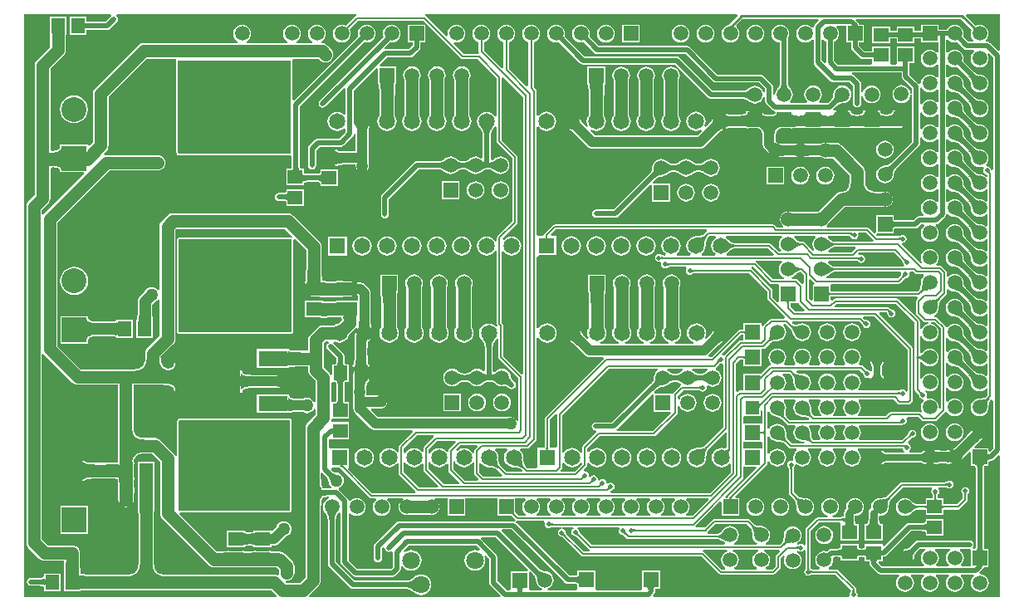
<source format=gbl>
G04*
G04 #@! TF.GenerationSoftware,Altium Limited,Altium Designer,18.0.12 (696)*
G04*
G04 Layer_Physical_Order=2*
G04 Layer_Color=8732672*
%FSLAX25Y25*%
%MOIN*%
G70*
G01*
G75*
%ADD12C,0.01000*%
%ADD13C,0.00800*%
%ADD14R,0.05512X0.05906*%
%ADD15R,0.05906X0.05512*%
%ADD42C,0.02000*%
%ADD43C,0.04000*%
%ADD44C,0.05000*%
%ADD45C,0.04500*%
%ADD46C,0.03000*%
%ADD47C,0.02500*%
%ADD48C,0.06496*%
%ADD49R,0.06496X0.06496*%
%ADD50C,0.07087*%
%ADD51R,0.06000X0.06000*%
%ADD52C,0.06000*%
%ADD53R,0.05906X0.05906*%
%ADD54C,0.05906*%
%ADD55R,0.05906X0.05906*%
%ADD56R,0.10000X0.10000*%
%ADD57C,0.10000*%
%ADD58R,0.05500X0.05500*%
%ADD59R,0.06000X0.06000*%
%ADD60C,0.01968*%
%ADD61C,0.05000*%
%ADD62R,0.11811X0.06299*%
%ADD63R,0.26378X0.26378*%
G36*
X-259357Y234478D02*
X-259540Y234442D01*
X-259871Y234221D01*
X-263500Y230592D01*
X-264273Y230911D01*
X-265200Y231033D01*
X-266127Y230911D01*
X-266992Y230553D01*
X-267734Y229984D01*
X-268303Y229242D01*
X-268661Y228377D01*
X-268783Y227450D01*
X-268661Y226523D01*
X-268303Y225658D01*
X-267734Y224916D01*
X-266992Y224347D01*
X-266127Y223989D01*
X-265200Y223867D01*
X-264273Y223989D01*
X-263408Y224347D01*
X-262666Y224916D01*
X-262097Y225658D01*
X-261739Y226523D01*
X-261617Y227450D01*
X-261739Y228377D01*
X-262058Y229150D01*
X-258728Y232480D01*
X-232322D01*
X-231472Y231630D01*
X-231835Y231003D01*
X-232270Y231003D01*
X-238753D01*
Y223897D01*
X-236831D01*
Y222676D01*
X-238376Y221131D01*
X-247700D01*
X-247789Y221114D01*
X-248134Y221759D01*
X-245930Y223963D01*
X-245200Y223867D01*
X-244273Y223989D01*
X-243408Y224347D01*
X-242666Y224916D01*
X-242097Y225658D01*
X-241739Y226523D01*
X-241617Y227450D01*
X-241739Y228377D01*
X-242097Y229242D01*
X-242666Y229984D01*
X-243408Y230553D01*
X-244273Y230911D01*
X-245200Y231033D01*
X-246127Y230911D01*
X-246992Y230553D01*
X-247734Y229984D01*
X-248303Y229242D01*
X-248661Y228377D01*
X-248783Y227450D01*
X-248661Y226523D01*
X-248463Y226044D01*
X-274054Y200453D01*
X-274407Y199924D01*
X-274531Y199300D01*
X-274407Y198676D01*
X-274054Y198146D01*
X-273524Y197793D01*
X-272900Y197669D01*
X-272276Y197793D01*
X-271746Y198146D01*
X-264259Y205634D01*
X-263614Y205289D01*
X-263631Y205200D01*
Y195281D01*
X-264021Y195071D01*
X-264331Y195003D01*
X-265059Y195561D01*
X-265996Y195949D01*
X-267000Y196081D01*
X-268004Y195949D01*
X-268941Y195561D01*
X-269744Y194944D01*
X-270361Y194141D01*
X-270749Y193204D01*
X-270881Y192200D01*
X-270749Y191195D01*
X-270361Y190259D01*
X-269744Y189456D01*
X-268941Y188839D01*
X-268004Y188451D01*
X-267000Y188319D01*
X-265996Y188451D01*
X-265059Y188839D01*
X-264331Y189397D01*
X-264021Y189329D01*
X-263631Y189119D01*
Y187876D01*
X-266176Y185331D01*
X-274700D01*
X-275324Y185207D01*
X-275853Y184853D01*
X-278254Y182454D01*
X-278607Y181924D01*
X-278731Y181300D01*
Y174500D01*
X-278607Y173876D01*
X-278254Y173346D01*
X-277724Y172993D01*
X-277100Y172869D01*
X-276476Y172993D01*
X-275946Y173346D01*
X-275593Y173876D01*
X-275469Y174500D01*
Y180624D01*
X-274024Y182069D01*
X-265500D01*
X-264876Y182193D01*
X-264347Y182546D01*
X-260846Y186047D01*
X-260493Y186576D01*
X-260431Y186885D01*
X-259691Y187106D01*
X-259649Y187060D01*
X-259649Y187039D01*
X-259622Y186975D01*
Y180122D01*
X-263289D01*
X-263352Y180149D01*
X-264099Y180158D01*
X-265346Y180224D01*
X-265827Y180278D01*
X-266223Y180347D01*
X-266519Y180423D01*
X-266705Y180496D01*
X-266743Y180520D01*
X-266833Y180642D01*
X-266900Y180803D01*
X-266976Y180835D01*
X-267025Y180901D01*
X-267198Y180926D01*
X-267359Y180993D01*
X-267435Y180962D01*
X-267516Y180974D01*
X-267657Y180870D01*
X-267818Y180803D01*
X-267850Y180727D01*
X-267916Y180678D01*
X-267942Y180505D01*
X-268009Y180344D01*
Y180122D01*
X-269596D01*
X-269621Y180133D01*
X-270300Y180222D01*
X-270979Y180133D01*
X-271611Y179871D01*
X-272154Y179454D01*
X-272571Y178911D01*
X-272833Y178279D01*
X-272922Y177600D01*
X-272833Y176921D01*
X-272571Y176289D01*
X-272154Y175746D01*
X-272054Y175646D01*
X-272054Y175646D01*
X-271511Y175229D01*
X-270879Y174967D01*
X-270200Y174878D01*
X-270200Y174878D01*
X-268009D01*
Y174856D01*
X-267950Y174715D01*
X-267938Y174562D01*
X-267859Y174494D01*
X-267818Y174397D01*
X-267677Y174338D01*
X-267561Y174239D01*
X-267456Y174247D01*
X-267359Y174207D01*
X-267218Y174265D01*
X-267066Y174277D01*
X-266997Y174357D01*
X-266900Y174397D01*
X-266844Y174533D01*
X-266831Y174544D01*
X-266763Y174577D01*
X-266563Y174637D01*
X-266274Y174694D01*
X-264094Y174844D01*
X-263354Y174851D01*
X-263290Y174878D01*
X-259622D01*
Y174400D01*
X-259533Y173721D01*
X-259271Y173089D01*
X-258854Y172546D01*
X-258311Y172129D01*
X-257679Y171867D01*
X-257000Y171778D01*
X-256321Y171867D01*
X-255689Y172129D01*
X-255146Y172546D01*
X-254729Y173089D01*
X-254467Y173721D01*
X-254378Y174400D01*
Y177500D01*
Y186972D01*
X-254351Y187035D01*
X-254340Y187960D01*
X-254308Y188685D01*
X-254257Y189213D01*
X-254229Y189382D01*
X-254203Y189488D01*
X-254198Y189502D01*
X-254189Y189516D01*
X-254184Y189539D01*
X-254171Y189574D01*
X-254172Y189599D01*
X-254150Y189704D01*
X-254077Y189880D01*
X-254101Y189940D01*
X-254088Y190003D01*
X-254194Y190163D01*
X-254267Y190340D01*
X-254327Y190364D01*
X-254362Y190418D01*
X-254378Y190421D01*
Y192200D01*
X-254467Y192879D01*
X-254729Y193511D01*
X-255146Y194054D01*
X-255689Y194471D01*
X-256321Y194733D01*
X-257000Y194822D01*
X-257679Y194733D01*
X-258311Y194471D01*
X-258854Y194054D01*
X-259271Y193511D01*
X-259533Y192879D01*
X-259622Y192200D01*
Y191091D01*
X-259669Y191059D01*
X-260369Y191423D01*
Y204524D01*
X-251253Y213640D01*
X-250553Y213350D01*
Y207850D01*
X-250590Y207759D01*
X-250553Y207147D01*
X-250357D01*
X-250154Y203689D01*
X-250149Y202756D01*
X-250127Y202702D01*
Y194446D01*
X-250361Y194141D01*
X-250749Y193204D01*
X-250881Y192200D01*
X-250749Y191195D01*
X-250361Y190259D01*
X-249744Y189456D01*
X-248941Y188839D01*
X-248005Y188451D01*
X-247000Y188319D01*
X-245995Y188451D01*
X-245059Y188839D01*
X-244256Y189456D01*
X-243639Y190259D01*
X-243251Y191195D01*
X-243119Y192200D01*
X-243251Y193204D01*
X-243639Y194141D01*
X-243873Y194446D01*
Y202700D01*
X-243851Y202753D01*
X-243833Y204541D01*
X-243742Y206459D01*
X-243698Y206872D01*
X-243653Y207147D01*
X-243447D01*
X-243410Y207759D01*
X-243447Y207850D01*
Y214253D01*
X-249650D01*
X-249940Y214953D01*
X-247024Y217869D01*
X-237700D01*
X-237076Y217993D01*
X-236546Y218347D01*
X-234047Y220847D01*
X-233693Y221376D01*
X-233569Y222000D01*
Y223897D01*
X-231647D01*
Y230331D01*
X-231647Y230815D01*
X-231020Y231178D01*
X-217321Y217479D01*
X-216990Y217258D01*
X-216600Y217180D01*
X-210622D01*
X-203020Y209578D01*
Y194436D01*
X-203319Y194293D01*
X-203720Y194246D01*
X-204256Y194944D01*
X-205059Y195561D01*
X-205995Y195949D01*
X-207000Y196081D01*
X-208004Y195949D01*
X-208941Y195561D01*
X-209744Y194944D01*
X-210361Y194141D01*
X-210749Y193204D01*
X-210881Y192200D01*
X-210749Y191195D01*
X-210361Y190259D01*
X-209765Y189482D01*
X-209748Y189436D01*
X-209525Y189199D01*
X-209344Y188968D01*
X-209184Y188722D01*
X-209045Y188461D01*
X-208926Y188184D01*
X-208828Y187889D01*
X-208751Y187574D01*
X-208695Y187240D01*
X-208661Y186886D01*
X-208649Y186491D01*
X-208631Y186452D01*
Y177759D01*
X-209331Y177414D01*
X-209708Y177703D01*
X-210573Y178061D01*
X-211500Y178183D01*
X-212427Y178061D01*
X-213292Y177703D01*
X-213995Y177164D01*
X-214050Y177143D01*
X-214246Y176962D01*
X-214435Y176817D01*
X-214640Y176689D01*
X-214863Y176577D01*
X-215106Y176480D01*
X-215369Y176399D01*
X-215654Y176335D01*
X-215961Y176288D01*
X-216290Y176259D01*
X-216500Y176253D01*
X-216710Y176259D01*
X-217039Y176288D01*
X-217346Y176335D01*
X-217631Y176399D01*
X-217894Y176480D01*
X-218137Y176577D01*
X-218360Y176689D01*
X-218565Y176817D01*
X-218754Y176961D01*
X-218950Y177143D01*
X-219005Y177164D01*
X-219708Y177703D01*
X-220573Y178061D01*
X-221500Y178183D01*
X-222427Y178061D01*
X-223292Y177703D01*
X-223995Y177164D01*
X-224050Y177143D01*
X-224246Y176962D01*
X-224435Y176817D01*
X-224640Y176689D01*
X-224863Y176577D01*
X-225106Y176480D01*
X-225369Y176399D01*
X-225654Y176335D01*
X-225961Y176288D01*
X-226290Y176259D01*
X-226658Y176249D01*
X-226698Y176231D01*
X-235000D01*
X-235624Y176107D01*
X-236154Y175753D01*
X-249054Y162854D01*
X-249407Y162324D01*
X-249531Y161700D01*
Y154800D01*
X-249407Y154176D01*
X-249054Y153647D01*
X-248524Y153293D01*
X-247900Y153169D01*
X-247276Y153293D01*
X-246746Y153647D01*
X-246393Y154176D01*
X-246269Y154800D01*
Y161024D01*
X-234324Y172969D01*
X-226698D01*
X-226658Y172951D01*
X-226290Y172941D01*
X-225961Y172912D01*
X-225654Y172865D01*
X-225369Y172801D01*
X-225106Y172720D01*
X-224863Y172623D01*
X-224640Y172511D01*
X-224435Y172383D01*
X-224246Y172239D01*
X-224050Y172057D01*
X-223995Y172037D01*
X-223292Y171497D01*
X-222427Y171139D01*
X-221500Y171017D01*
X-220573Y171139D01*
X-219708Y171497D01*
X-219005Y172036D01*
X-218950Y172057D01*
X-218754Y172239D01*
X-218565Y172383D01*
X-218360Y172511D01*
X-218137Y172623D01*
X-217894Y172720D01*
X-217631Y172801D01*
X-217346Y172865D01*
X-217039Y172912D01*
X-216710Y172941D01*
X-216500Y172947D01*
X-216290Y172941D01*
X-215961Y172912D01*
X-215654Y172865D01*
X-215369Y172801D01*
X-215106Y172720D01*
X-214863Y172623D01*
X-214640Y172511D01*
X-214435Y172383D01*
X-214246Y172239D01*
X-214050Y172057D01*
X-213995Y172037D01*
X-213292Y171497D01*
X-212427Y171139D01*
X-211500Y171017D01*
X-210573Y171139D01*
X-209708Y171497D01*
X-209005Y172036D01*
X-208950Y172057D01*
X-208754Y172239D01*
X-208565Y172383D01*
X-208360Y172511D01*
X-208137Y172623D01*
X-207894Y172720D01*
X-207631Y172801D01*
X-207346Y172865D01*
X-207039Y172912D01*
X-206710Y172941D01*
X-206500Y172947D01*
X-206290Y172941D01*
X-205961Y172912D01*
X-205654Y172865D01*
X-205369Y172801D01*
X-205106Y172720D01*
X-204863Y172623D01*
X-204640Y172511D01*
X-204435Y172383D01*
X-204246Y172239D01*
X-204050Y172057D01*
X-203995Y172037D01*
X-203292Y171497D01*
X-202427Y171139D01*
X-201500Y171017D01*
X-200573Y171139D01*
X-199708Y171497D01*
X-198966Y172066D01*
X-198397Y172808D01*
X-198039Y173673D01*
X-197917Y174600D01*
X-198039Y175527D01*
X-198397Y176392D01*
X-198966Y177134D01*
X-199708Y177703D01*
X-200573Y178061D01*
X-201500Y178183D01*
X-202427Y178061D01*
X-203292Y177703D01*
X-203995Y177164D01*
X-204050Y177143D01*
X-204246Y176962D01*
X-204435Y176817D01*
X-204640Y176689D01*
X-204669Y176675D01*
X-205144Y176882D01*
X-205369Y177127D01*
Y186452D01*
X-205351Y186491D01*
X-205339Y186886D01*
X-205305Y187240D01*
X-205249Y187574D01*
X-205172Y187889D01*
X-205074Y188184D01*
X-204955Y188461D01*
X-204816Y188722D01*
X-204656Y188968D01*
X-204475Y189199D01*
X-204252Y189436D01*
X-204235Y189482D01*
X-203720Y190154D01*
X-203319Y190107D01*
X-203020Y189964D01*
Y184300D01*
X-202942Y183910D01*
X-202721Y183579D01*
X-196720Y177578D01*
Y152122D01*
X-202621Y146221D01*
X-202842Y145890D01*
X-202920Y145500D01*
Y144234D01*
X-203620Y144094D01*
X-203639Y144141D01*
X-204256Y144944D01*
X-205059Y145561D01*
X-205995Y145949D01*
X-207000Y146081D01*
X-208004Y145949D01*
X-208941Y145561D01*
X-209744Y144944D01*
X-210361Y144141D01*
X-210749Y143204D01*
X-210881Y142200D01*
X-210749Y141195D01*
X-210361Y140259D01*
X-209744Y139456D01*
X-208941Y138839D01*
X-208004Y138451D01*
X-207000Y138319D01*
X-205995Y138451D01*
X-205059Y138839D01*
X-204256Y139456D01*
X-203639Y140259D01*
X-203620Y140306D01*
X-202920Y140166D01*
Y110900D01*
X-202842Y110510D01*
X-202660Y110238D01*
X-202643Y110111D01*
X-202660Y110057D01*
X-203439Y109923D01*
X-203456Y109944D01*
X-204259Y110561D01*
X-205195Y110949D01*
X-206200Y111081D01*
X-207205Y110949D01*
X-208141Y110561D01*
X-208944Y109944D01*
X-209561Y109141D01*
X-209949Y108204D01*
X-210081Y107200D01*
X-209949Y106195D01*
X-209561Y105259D01*
X-208965Y104482D01*
X-208948Y104437D01*
X-208725Y104199D01*
X-208544Y103968D01*
X-208384Y103722D01*
X-208245Y103461D01*
X-208126Y103184D01*
X-208028Y102889D01*
X-207951Y102574D01*
X-207895Y102240D01*
X-207861Y101886D01*
X-207849Y101491D01*
X-207831Y101452D01*
Y92417D01*
X-208077Y92192D01*
X-208531Y92061D01*
X-209108Y92503D01*
X-209973Y92861D01*
X-210900Y92983D01*
X-211827Y92861D01*
X-212692Y92503D01*
X-213395Y91963D01*
X-213450Y91943D01*
X-213646Y91761D01*
X-213835Y91617D01*
X-214040Y91489D01*
X-214263Y91377D01*
X-214506Y91280D01*
X-214769Y91199D01*
X-215054Y91135D01*
X-215361Y91088D01*
X-215690Y91059D01*
X-215900Y91053D01*
X-216110Y91059D01*
X-216439Y91088D01*
X-216746Y91135D01*
X-217031Y91199D01*
X-217294Y91280D01*
X-217537Y91377D01*
X-217760Y91489D01*
X-217965Y91617D01*
X-218154Y91761D01*
X-218350Y91943D01*
X-218405Y91963D01*
X-219108Y92503D01*
X-219973Y92861D01*
X-220900Y92983D01*
X-221827Y92861D01*
X-222692Y92503D01*
X-223434Y91934D01*
X-224003Y91192D01*
X-224361Y90327D01*
X-224483Y89400D01*
X-224361Y88473D01*
X-224003Y87608D01*
X-223434Y86866D01*
X-222692Y86297D01*
X-221827Y85939D01*
X-220900Y85817D01*
X-219973Y85939D01*
X-219108Y86297D01*
X-218405Y86836D01*
X-218350Y86857D01*
X-218154Y87038D01*
X-217965Y87183D01*
X-217760Y87311D01*
X-217537Y87423D01*
X-217294Y87520D01*
X-217031Y87601D01*
X-216746Y87665D01*
X-216439Y87712D01*
X-216110Y87741D01*
X-215900Y87747D01*
X-215690Y87741D01*
X-215361Y87712D01*
X-215054Y87665D01*
X-214769Y87601D01*
X-214506Y87520D01*
X-214263Y87423D01*
X-214040Y87311D01*
X-213835Y87183D01*
X-213646Y87038D01*
X-213450Y86857D01*
X-213395Y86836D01*
X-212692Y86297D01*
X-211827Y85939D01*
X-210900Y85817D01*
X-209973Y85939D01*
X-209108Y86297D01*
X-208405Y86836D01*
X-208350Y86857D01*
X-208154Y87038D01*
X-207965Y87183D01*
X-207760Y87311D01*
X-207537Y87423D01*
X-207294Y87520D01*
X-207031Y87601D01*
X-206746Y87665D01*
X-206439Y87712D01*
X-206110Y87741D01*
X-205900Y87747D01*
X-205690Y87741D01*
X-205361Y87712D01*
X-205054Y87665D01*
X-204769Y87601D01*
X-204506Y87520D01*
X-204263Y87423D01*
X-204040Y87311D01*
X-203835Y87183D01*
X-203646Y87038D01*
X-203450Y86857D01*
X-203395Y86836D01*
X-202692Y86297D01*
X-201827Y85939D01*
X-200900Y85817D01*
X-199973Y85939D01*
X-199886Y85975D01*
X-199834Y85964D01*
X-199820Y85973D01*
X-199804Y85970D01*
X-199669Y86004D01*
X-199579Y86010D01*
X-199472Y86000D01*
X-199345Y85969D01*
X-199195Y85912D01*
X-199024Y85824D01*
X-198833Y85703D01*
X-198625Y85548D01*
X-198403Y85358D01*
X-198155Y85123D01*
X-198149Y85120D01*
X-198147Y85115D01*
X-198057Y85082D01*
X-197624Y84793D01*
X-197000Y84669D01*
X-196376Y84793D01*
X-195846Y85146D01*
X-195493Y85676D01*
X-195369Y86300D01*
X-195493Y86924D01*
X-195846Y87454D01*
X-195869Y87476D01*
X-195886Y87519D01*
X-196168Y87809D01*
X-196640Y88351D01*
X-196821Y88588D01*
X-196974Y88814D01*
X-197097Y89021D01*
X-197188Y89206D01*
X-197251Y89369D01*
X-197288Y89507D01*
X-197309Y89666D01*
X-197319Y89684D01*
X-197315Y89704D01*
X-197367Y89782D01*
X-197439Y90327D01*
X-197797Y91192D01*
X-198366Y91934D01*
X-199108Y92503D01*
X-199973Y92861D01*
X-200900Y92983D01*
X-201827Y92861D01*
X-202692Y92503D01*
X-203395Y91963D01*
X-203450Y91943D01*
X-203646Y91761D01*
X-203835Y91617D01*
X-203869Y91596D01*
X-204326Y91770D01*
X-204567Y92005D01*
X-204569Y92008D01*
Y101452D01*
X-204551Y101491D01*
X-204539Y101886D01*
X-204505Y102240D01*
X-204449Y102574D01*
X-204372Y102889D01*
X-204274Y103184D01*
X-204155Y103461D01*
X-204016Y103722D01*
X-203856Y103968D01*
X-203675Y104199D01*
X-203452Y104437D01*
X-203435Y104482D01*
X-203020Y105024D01*
X-202320Y104786D01*
Y97500D01*
X-202242Y97110D01*
X-202021Y96779D01*
X-194320Y89078D01*
Y72087D01*
X-195020Y71947D01*
X-195129Y72211D01*
X-195546Y72754D01*
X-196089Y73171D01*
X-196721Y73433D01*
X-197400Y73522D01*
X-250714D01*
X-253522Y76331D01*
X-253254Y76978D01*
X-249600D01*
X-248921Y77067D01*
X-248289Y77329D01*
X-247746Y77746D01*
X-247329Y78289D01*
X-247067Y78921D01*
X-246978Y79600D01*
X-247067Y80279D01*
X-247329Y80911D01*
X-247746Y81454D01*
X-248289Y81871D01*
X-248921Y82133D01*
X-249600Y82222D01*
X-255378D01*
Y84178D01*
X-255351Y84237D01*
X-255302Y85654D01*
X-255244Y86212D01*
X-255165Y86685D01*
X-255069Y87063D01*
X-254964Y87340D01*
X-254865Y87510D01*
X-254797Y87584D01*
X-254771Y87598D01*
X-254648Y87619D01*
X-254480Y87724D01*
X-254297Y87800D01*
X-254275Y87853D01*
X-254227Y87883D01*
X-254183Y88076D01*
X-254107Y88259D01*
X-254129Y88312D01*
X-254116Y88368D01*
X-254221Y88536D01*
X-254297Y88718D01*
X-254350Y88740D01*
X-254380Y88789D01*
X-254573Y88833D01*
X-254756Y88909D01*
X-255378D01*
Y89695D01*
X-255229Y89889D01*
X-254967Y90521D01*
X-254878Y91200D01*
Y93491D01*
X-254756D01*
X-254603Y93555D01*
X-254439Y93574D01*
X-254382Y93646D01*
X-254297Y93682D01*
X-254234Y93834D01*
X-254131Y93964D01*
X-254142Y94055D01*
X-254107Y94141D01*
X-254170Y94293D01*
X-254189Y94458D01*
X-254261Y94515D01*
X-254297Y94600D01*
X-254450Y94663D01*
X-254508Y94710D01*
X-254540Y94767D01*
X-254607Y94959D01*
X-254670Y95239D01*
X-254843Y97410D01*
X-254851Y98147D01*
X-254878Y98211D01*
Y101343D01*
X-254851Y101398D01*
X-254855Y101408D01*
X-254851Y101417D01*
X-254833Y102329D01*
X-254781Y103029D01*
X-254746Y103286D01*
X-254705Y103488D01*
X-254666Y103622D01*
X-254643Y103673D01*
X-254606Y103724D01*
X-254600Y103749D01*
X-254578Y103782D01*
X-254446Y103914D01*
X-254445Y103983D01*
X-254422Y104019D01*
X-254156Y104313D01*
X-253844Y104922D01*
X-253700Y105591D01*
X-253586Y106988D01*
X-253591Y107094D01*
X-253578Y107200D01*
Y108979D01*
X-253562Y108982D01*
X-253526Y109036D01*
X-253467Y109060D01*
X-253394Y109237D01*
X-253289Y109397D01*
X-253302Y109460D01*
X-253277Y109520D01*
X-253307Y109592D01*
X-253307Y109592D01*
X-253350Y109696D01*
X-253372Y109801D01*
X-253371Y109826D01*
X-253384Y109861D01*
X-253389Y109884D01*
X-253398Y109898D01*
X-253403Y109912D01*
X-253422Y109987D01*
X-253548Y111890D01*
X-253551Y112361D01*
X-253578Y112425D01*
Y123300D01*
X-253578Y123300D01*
X-253667Y123979D01*
X-253929Y124611D01*
X-254346Y125154D01*
X-254346Y125154D01*
X-255946Y126754D01*
X-256489Y127171D01*
X-257121Y127433D01*
X-257800Y127523D01*
X-257800Y127522D01*
X-260425D01*
X-260537Y127608D01*
X-261291Y127920D01*
X-262100Y128027D01*
X-264550D01*
X-264581Y128103D01*
X-264597Y128110D01*
X-264604Y128125D01*
X-264824Y128204D01*
X-265041Y128293D01*
X-265056Y128287D01*
X-265072Y128293D01*
X-269897Y128057D01*
X-270247Y128059D01*
X-272619Y128136D01*
X-272933Y128165D01*
X-273035Y128180D01*
X-273040Y128197D01*
X-273246Y131714D01*
X-273251Y132647D01*
X-273273Y132701D01*
Y141800D01*
X-273380Y142609D01*
X-273692Y143363D01*
X-274189Y144011D01*
X-284589Y154411D01*
X-285237Y154908D01*
X-285991Y155220D01*
X-286800Y155327D01*
X-286800Y155327D01*
X-333100D01*
X-333100Y155327D01*
X-333505Y155273D01*
X-333909Y155220D01*
X-334663Y154908D01*
X-335311Y154411D01*
X-337411Y152311D01*
X-337908Y151663D01*
X-338220Y150909D01*
X-338327Y150100D01*
X-338327Y150100D01*
Y124707D01*
X-339027Y124469D01*
X-339289Y124811D01*
X-339937Y125308D01*
X-340691Y125620D01*
X-341500Y125727D01*
X-342309Y125620D01*
X-343063Y125308D01*
X-343711Y124811D01*
X-344208Y124163D01*
X-344354Y123812D01*
X-346233Y121933D01*
X-346690Y121337D01*
X-346977Y120644D01*
X-347075Y119900D01*
Y116409D01*
X-347099Y116352D01*
X-347127Y114748D01*
X-347208Y113523D01*
X-347260Y113106D01*
X-347491Y112453D01*
X-347491D01*
Y112453D01*
X-347756D01*
X-347793Y111841D01*
X-347756Y111750D01*
Y111672D01*
X-347759Y111631D01*
X-347756Y111628D01*
Y105347D01*
X-341044D01*
Y111750D01*
X-341007Y111841D01*
X-341011Y111909D01*
X-341010Y111910D01*
X-341044Y112453D01*
X-341098D01*
X-341298Y115508D01*
X-341301Y116343D01*
X-341325Y116402D01*
Y118709D01*
X-340288Y119746D01*
X-339937Y119892D01*
X-339289Y120389D01*
X-339027Y120731D01*
X-338327Y120493D01*
Y106195D01*
X-343211Y101311D01*
X-343708Y100663D01*
X-344020Y99909D01*
X-344127Y99100D01*
X-344127Y99100D01*
Y97180D01*
X-344148Y97134D01*
X-344197Y96224D01*
X-344331Y95460D01*
X-344548Y94809D01*
X-344842Y94263D01*
X-345212Y93812D01*
X-345663Y93442D01*
X-346209Y93148D01*
X-346860Y92931D01*
X-347624Y92796D01*
X-348534Y92748D01*
X-348579Y92727D01*
X-348627Y92737D01*
X-348642Y92727D01*
X-369905D01*
X-379273Y102095D01*
Y151605D01*
X-358405Y172473D01*
X-339200D01*
X-338391Y172580D01*
X-337637Y172892D01*
X-336989Y173389D01*
X-336492Y174037D01*
X-336180Y174791D01*
X-336073Y175600D01*
X-336180Y176409D01*
X-336492Y177163D01*
X-336989Y177811D01*
X-337637Y178308D01*
X-338391Y178620D01*
X-339200Y178727D01*
X-359700D01*
X-359700Y178727D01*
X-360462Y178627D01*
X-360516Y178675D01*
X-360736Y179342D01*
X-359689Y180389D01*
X-359689Y180389D01*
X-359192Y181037D01*
X-358880Y181791D01*
X-358773Y182600D01*
Y202105D01*
X-343505Y217373D01*
X-332011D01*
X-331998Y217365D01*
X-331713Y217103D01*
X-331543Y216673D01*
X-331549Y216659D01*
Y179500D01*
X-331535Y179465D01*
X-331545Y179428D01*
X-331441Y179239D01*
X-331359Y179041D01*
X-331324Y179026D01*
X-331305Y178992D01*
X-330929Y178692D01*
X-330723Y178633D01*
X-330524Y178551D01*
X-285600D01*
X-285231Y178304D01*
Y175279D01*
X-285249Y175236D01*
X-285254Y174499D01*
X-285267Y174103D01*
X-285285Y173901D01*
X-285326Y173655D01*
X-285377Y173463D01*
X-285432Y173328D01*
X-285481Y173247D01*
X-285515Y173210D01*
X-285534Y173197D01*
X-285555Y173190D01*
X-285668Y173178D01*
X-285708Y173156D01*
X-287453D01*
Y166444D01*
X-280347D01*
Y167370D01*
X-280313Y167432D01*
X-280301Y167546D01*
X-280294Y167567D01*
X-280281Y167586D01*
X-280245Y167620D01*
X-280165Y167669D01*
X-280031Y167724D01*
X-279895Y167760D01*
X-278590Y167847D01*
X-277864Y167851D01*
X-277821Y167869D01*
X-275298D01*
X-275258Y167851D01*
X-274898Y167841D01*
X-274603Y167815D01*
X-274359Y167775D01*
X-274169Y167724D01*
X-274035Y167669D01*
X-273955Y167620D01*
X-273919Y167586D01*
X-273906Y167567D01*
X-273899Y167546D01*
X-273887Y167432D01*
X-273853Y167370D01*
Y166144D01*
X-266747D01*
Y172856D01*
X-273853D01*
Y171630D01*
X-273887Y171568D01*
X-273899Y171454D01*
X-273906Y171433D01*
X-273919Y171414D01*
X-273955Y171380D01*
X-274035Y171331D01*
X-274169Y171276D01*
X-274359Y171225D01*
X-274603Y171185D01*
X-274898Y171159D01*
X-275258Y171149D01*
X-275298Y171131D01*
X-277821D01*
X-277864Y171149D01*
X-278601Y171153D01*
X-279619Y171188D01*
X-279841Y171225D01*
X-280031Y171276D01*
X-280165Y171331D01*
X-280245Y171380D01*
X-280281Y171414D01*
X-280294Y171433D01*
X-280301Y171454D01*
X-280313Y171568D01*
X-280347Y171630D01*
Y173156D01*
X-281491D01*
X-281532Y173178D01*
X-281645Y173190D01*
X-281666Y173197D01*
X-281685Y173210D01*
X-281719Y173247D01*
X-281768Y173328D01*
X-281823Y173463D01*
X-281874Y173655D01*
X-281900Y173811D01*
X-281946Y174510D01*
X-281951Y175236D01*
X-281969Y175279D01*
Y198374D01*
X-256288Y224055D01*
X-256127Y223989D01*
X-255200Y223867D01*
X-254273Y223989D01*
X-253408Y224347D01*
X-252666Y224916D01*
X-252097Y225658D01*
X-251739Y226523D01*
X-251617Y227450D01*
X-251739Y228377D01*
X-252097Y229242D01*
X-252666Y229984D01*
X-253408Y230553D01*
X-254273Y230911D01*
X-255200Y231033D01*
X-256127Y230911D01*
X-256992Y230553D01*
X-257734Y229984D01*
X-258303Y229242D01*
X-258661Y228377D01*
X-258783Y227450D01*
X-258661Y226523D01*
X-258595Y226362D01*
X-284251Y200707D01*
X-284951Y200996D01*
Y216500D01*
X-285022Y216673D01*
X-284809Y217165D01*
X-284689Y217313D01*
X-284612Y217373D01*
X-274395D01*
X-273911Y216889D01*
X-273263Y216392D01*
X-272509Y216080D01*
X-271700Y215973D01*
X-270891Y216080D01*
X-270137Y216392D01*
X-269489Y216889D01*
X-268992Y217537D01*
X-268680Y218291D01*
X-268573Y219100D01*
X-268680Y219909D01*
X-268992Y220663D01*
X-269489Y221311D01*
X-270889Y222711D01*
X-271537Y223208D01*
X-272291Y223520D01*
X-273100Y223627D01*
X-273100Y223627D01*
X-273317D01*
X-273456Y224327D01*
X-273408Y224347D01*
X-272666Y224916D01*
X-272097Y225658D01*
X-271739Y226523D01*
X-271617Y227450D01*
X-271739Y228377D01*
X-272097Y229242D01*
X-272666Y229984D01*
X-273408Y230553D01*
X-274273Y230911D01*
X-275200Y231033D01*
X-276127Y230911D01*
X-276992Y230553D01*
X-277734Y229984D01*
X-278303Y229242D01*
X-278661Y228377D01*
X-278783Y227450D01*
X-278661Y226523D01*
X-278303Y225658D01*
X-277734Y224916D01*
X-276992Y224347D01*
X-276944Y224327D01*
X-277083Y223627D01*
X-283317D01*
X-283456Y224327D01*
X-283408Y224347D01*
X-282666Y224916D01*
X-282097Y225658D01*
X-281739Y226523D01*
X-281617Y227450D01*
X-281739Y228377D01*
X-282097Y229242D01*
X-282666Y229984D01*
X-283408Y230553D01*
X-284273Y230911D01*
X-285200Y231033D01*
X-286127Y230911D01*
X-286992Y230553D01*
X-287734Y229984D01*
X-288303Y229242D01*
X-288661Y228377D01*
X-288783Y227450D01*
X-288661Y226523D01*
X-288303Y225658D01*
X-287734Y224916D01*
X-286992Y224347D01*
X-286944Y224327D01*
X-287083Y223627D01*
X-303317D01*
X-303456Y224327D01*
X-303408Y224347D01*
X-302666Y224916D01*
X-302097Y225658D01*
X-301739Y226523D01*
X-301617Y227450D01*
X-301739Y228377D01*
X-302097Y229242D01*
X-302666Y229984D01*
X-303408Y230553D01*
X-304273Y230911D01*
X-305200Y231033D01*
X-306127Y230911D01*
X-306992Y230553D01*
X-307734Y229984D01*
X-308303Y229242D01*
X-308661Y228377D01*
X-308783Y227450D01*
X-308661Y226523D01*
X-308303Y225658D01*
X-307734Y224916D01*
X-306992Y224347D01*
X-306944Y224327D01*
X-307083Y223627D01*
X-344800D01*
X-345609Y223520D01*
X-346363Y223208D01*
X-347011Y222711D01*
X-347011Y222711D01*
X-364111Y205611D01*
X-364608Y204963D01*
X-364920Y204209D01*
X-365027Y203400D01*
X-365027Y203400D01*
Y183895D01*
X-366453Y182469D01*
X-367100Y182737D01*
Y183000D01*
X-378300D01*
Y182209D01*
X-378322Y182169D01*
X-378364Y181770D01*
X-378462Y181494D01*
X-378626Y181250D01*
X-378873Y181021D01*
X-379224Y180807D01*
X-379690Y180617D01*
X-380271Y180460D01*
X-380966Y180345D01*
X-381473Y180300D01*
X-382173Y180795D01*
Y213305D01*
X-376889Y218589D01*
X-376889Y218589D01*
X-376392Y219237D01*
X-376080Y219991D01*
X-375973Y220800D01*
Y227047D01*
X-375744D01*
Y234153D01*
X-382456D01*
Y227047D01*
X-382227D01*
Y222095D01*
X-387511Y216811D01*
X-388008Y216163D01*
X-388320Y215409D01*
X-388427Y214600D01*
X-388427Y214600D01*
Y178100D01*
X-388361Y177600D01*
X-388427Y177100D01*
Y162595D01*
X-390911Y160111D01*
X-391408Y159463D01*
X-391720Y158709D01*
X-391827Y157900D01*
X-391827Y157900D01*
Y23200D01*
X-391827Y23200D01*
X-391720Y22391D01*
X-391408Y21637D01*
X-390911Y20989D01*
X-386611Y16689D01*
X-386611Y16689D01*
X-385963Y16192D01*
X-385209Y15880D01*
X-384400Y15773D01*
X-384400Y15773D01*
X-376865D01*
X-376584Y15212D01*
X-376550Y15073D01*
X-376559Y13353D01*
X-376636Y10981D01*
X-376657Y10753D01*
X-376756Y10753D01*
X-376793Y10141D01*
X-376792Y10137D01*
X-376793Y10116D01*
X-376756Y10036D01*
Y3647D01*
X-370746D01*
X-370656Y3610D01*
X-370044Y3647D01*
Y3843D01*
X-366585Y4046D01*
X-365653Y4051D01*
X-365599Y4073D01*
X-343842D01*
X-343827Y4063D01*
X-343776Y4073D01*
X-343623D01*
X-343573Y4063D01*
X-343558Y4073D01*
X-293595D01*
X-291343Y1822D01*
X-291478Y1320D01*
X-291621Y1122D01*
X-392579D01*
Y235178D01*
X-357879D01*
X-357667Y234478D01*
X-357854Y234353D01*
X-359976Y232231D01*
X-367644D01*
Y234153D01*
X-374356D01*
Y227047D01*
X-367644D01*
Y228969D01*
X-359300D01*
X-358676Y229093D01*
X-358147Y229447D01*
X-355546Y232047D01*
X-355193Y232576D01*
X-355069Y233200D01*
X-355193Y233824D01*
X-355546Y234353D01*
X-355733Y234478D01*
X-355521Y235178D01*
X-259426Y235178D01*
X-259357Y234478D01*
D02*
G37*
G36*
X-106354Y234532D02*
X-109952Y230935D01*
X-110127Y230911D01*
X-110992Y230553D01*
X-111734Y229984D01*
X-112303Y229242D01*
X-112661Y228377D01*
X-112783Y227450D01*
X-112661Y226523D01*
X-112303Y225658D01*
X-111734Y224916D01*
X-110992Y224347D01*
X-110127Y223989D01*
X-109200Y223867D01*
X-108273Y223989D01*
X-107408Y224347D01*
X-106666Y224916D01*
X-106097Y225658D01*
X-105739Y226523D01*
X-105617Y227450D01*
X-105739Y228377D01*
X-106097Y229242D01*
X-106666Y229984D01*
X-106847Y230123D01*
X-106893Y230821D01*
X-104291Y233423D01*
X-73899D01*
X-73631Y232776D01*
X-75353Y231053D01*
X-75707Y230524D01*
X-75808Y230016D01*
X-76128Y229861D01*
X-76531Y229808D01*
X-76666Y229984D01*
X-77408Y230553D01*
X-78273Y230911D01*
X-79200Y231033D01*
X-80127Y230911D01*
X-80992Y230553D01*
X-81734Y229984D01*
X-82303Y229242D01*
X-82661Y228377D01*
X-82783Y227450D01*
X-82661Y226523D01*
X-82303Y225658D01*
X-81734Y224916D01*
X-80992Y224347D01*
X-80127Y223989D01*
X-79200Y223867D01*
X-78273Y223989D01*
X-77408Y224347D01*
X-76666Y224916D01*
X-76531Y225092D01*
X-75831Y224854D01*
Y215900D01*
X-75707Y215276D01*
X-75353Y214746D01*
X-68954Y208347D01*
X-68424Y207993D01*
X-67800Y207869D01*
X-61276D01*
X-59931Y206524D01*
Y199822D01*
X-60015Y199400D01*
X-59892Y198782D01*
X-59542Y198258D01*
X-59018Y197908D01*
X-58400Y197785D01*
X-57782Y197908D01*
X-57258Y198258D01*
X-57241Y198284D01*
X-57147Y198346D01*
X-56793Y198876D01*
X-56669Y199500D01*
Y202182D01*
X-55969Y202228D01*
X-55961Y202173D01*
X-55603Y201308D01*
X-55034Y200566D01*
X-54292Y199997D01*
X-53427Y199639D01*
X-52500Y199517D01*
X-51573Y199639D01*
X-50708Y199997D01*
X-49966Y200566D01*
X-49397Y201308D01*
X-49039Y202173D01*
X-48917Y203100D01*
X-49039Y204027D01*
X-49397Y204892D01*
X-49966Y205634D01*
X-50708Y206203D01*
X-51573Y206561D01*
X-52500Y206683D01*
X-53427Y206561D01*
X-54292Y206203D01*
X-55034Y205634D01*
X-55603Y204892D01*
X-55961Y204027D01*
X-55969Y203972D01*
X-56669Y204018D01*
Y207200D01*
X-56793Y207824D01*
X-57147Y208353D01*
X-59447Y210653D01*
X-59976Y211007D01*
X-60285Y211069D01*
X-60216Y211769D01*
X-40531D01*
Y210400D01*
X-40407Y209776D01*
X-40053Y209246D01*
X-36331Y205524D01*
Y203358D01*
X-37031Y203312D01*
X-37139Y204127D01*
X-37497Y204992D01*
X-38066Y205734D01*
X-38808Y206303D01*
X-39673Y206661D01*
X-40600Y206783D01*
X-41527Y206661D01*
X-42392Y206303D01*
X-43134Y205734D01*
X-43703Y204992D01*
X-44061Y204127D01*
X-44183Y203200D01*
X-44061Y202273D01*
X-43703Y201408D01*
X-43134Y200666D01*
X-42392Y200097D01*
X-41527Y199739D01*
X-40600Y199617D01*
X-39673Y199739D01*
X-38808Y200097D01*
X-38066Y200666D01*
X-37497Y201408D01*
X-37139Y202273D01*
X-37031Y203088D01*
X-36331Y203042D01*
Y184076D01*
X-44678Y175729D01*
X-44719Y175714D01*
X-44987Y175460D01*
X-45239Y175248D01*
X-45489Y175064D01*
X-45736Y174908D01*
X-45979Y174779D01*
X-46220Y174676D01*
X-46457Y174598D01*
X-46693Y174543D01*
X-46928Y174512D01*
X-47195Y174502D01*
X-47248Y174477D01*
X-48127Y174361D01*
X-48992Y174003D01*
X-49734Y173434D01*
X-50303Y172692D01*
X-50661Y171827D01*
X-50783Y170900D01*
X-50661Y169973D01*
X-50303Y169108D01*
X-49734Y168366D01*
X-48992Y167797D01*
X-48127Y167439D01*
X-47200Y167317D01*
X-46273Y167439D01*
X-45408Y167797D01*
X-44666Y168366D01*
X-44097Y169108D01*
X-43739Y169973D01*
X-43623Y170852D01*
X-43598Y170905D01*
X-43588Y171172D01*
X-43557Y171407D01*
X-43503Y171643D01*
X-43424Y171880D01*
X-43321Y172120D01*
X-43192Y172364D01*
X-43036Y172611D01*
X-42852Y172861D01*
X-42640Y173114D01*
X-42386Y173381D01*
X-42371Y173422D01*
X-33547Y182246D01*
X-33193Y182776D01*
X-33069Y183400D01*
Y185677D01*
X-32369Y185816D01*
X-32303Y185658D01*
X-31734Y184916D01*
X-30992Y184347D01*
X-30127Y183989D01*
X-29200Y183867D01*
X-28273Y183989D01*
X-27408Y184347D01*
X-26666Y184916D01*
X-26531Y185092D01*
X-25831Y184854D01*
Y180046D01*
X-26531Y179808D01*
X-26666Y179984D01*
X-27408Y180553D01*
X-28273Y180911D01*
X-29200Y181033D01*
X-30127Y180911D01*
X-30992Y180553D01*
X-31734Y179984D01*
X-32303Y179242D01*
X-32661Y178377D01*
X-32783Y177450D01*
X-32661Y176523D01*
X-32303Y175658D01*
X-31734Y174916D01*
X-30992Y174347D01*
X-30127Y173989D01*
X-29200Y173867D01*
X-28273Y173989D01*
X-27408Y174347D01*
X-26666Y174916D01*
X-26531Y175092D01*
X-25831Y174854D01*
Y170046D01*
X-26531Y169808D01*
X-26666Y169984D01*
X-27408Y170553D01*
X-28273Y170911D01*
X-29200Y171033D01*
X-30127Y170911D01*
X-30992Y170553D01*
X-31734Y169984D01*
X-32303Y169242D01*
X-32661Y168377D01*
X-32783Y167450D01*
X-32661Y166523D01*
X-32303Y165658D01*
X-31734Y164916D01*
X-30992Y164347D01*
X-30127Y163989D01*
X-29200Y163867D01*
X-28273Y163989D01*
X-27408Y164347D01*
X-26666Y164916D01*
X-26531Y165092D01*
X-25831Y164854D01*
Y160046D01*
X-26531Y159808D01*
X-26666Y159984D01*
X-27408Y160553D01*
X-28273Y160911D01*
X-29200Y161033D01*
X-30127Y160911D01*
X-30992Y160553D01*
X-31734Y159984D01*
X-32303Y159242D01*
X-32661Y158377D01*
X-32783Y157450D01*
X-32661Y156523D01*
X-32303Y155658D01*
X-31734Y154916D01*
X-31623Y154831D01*
X-31861Y154131D01*
X-33500D01*
X-34124Y154007D01*
X-34653Y153654D01*
X-35776Y152531D01*
X-42202D01*
X-42242Y152549D01*
X-42605Y152559D01*
X-42902Y152585D01*
X-43148Y152626D01*
X-43340Y152677D01*
X-43475Y152732D01*
X-43557Y152781D01*
X-43593Y152815D01*
X-43606Y152834D01*
X-43613Y152855D01*
X-43625Y152968D01*
X-43647Y153008D01*
Y154453D01*
X-50753D01*
Y147585D01*
X-51416Y147257D01*
X-53579Y149421D01*
X-53910Y149642D01*
X-54300Y149720D01*
X-70503D01*
X-70740Y150420D01*
X-70389Y150689D01*
X-63305Y157773D01*
X-58442D01*
X-58427Y157763D01*
X-58376Y157773D01*
X-58290D01*
X-58226Y157755D01*
X-58193Y157773D01*
X-47200D01*
X-46391Y157880D01*
X-45637Y158192D01*
X-44989Y158689D01*
X-44492Y159337D01*
X-44180Y160091D01*
X-44073Y160900D01*
X-44180Y161709D01*
X-44492Y162463D01*
X-44989Y163111D01*
X-45637Y163608D01*
X-46391Y163920D01*
X-47200Y164027D01*
X-50658D01*
X-50673Y164037D01*
X-50721Y164027D01*
X-50766Y164049D01*
X-51676Y164096D01*
X-52440Y164231D01*
X-53091Y164448D01*
X-53637Y164742D01*
X-54088Y165111D01*
X-54458Y165563D01*
X-54752Y166109D01*
X-54969Y166760D01*
X-55103Y167524D01*
X-55151Y168434D01*
X-55173Y168480D01*
Y172000D01*
X-55173Y172000D01*
X-55280Y172809D01*
X-55592Y173563D01*
X-56089Y174211D01*
X-56089Y174211D01*
X-64589Y182711D01*
X-65237Y183208D01*
X-65991Y183520D01*
X-66800Y183627D01*
X-66800Y183627D01*
X-71100D01*
X-71909Y183520D01*
X-72663Y183208D01*
X-72775Y183122D01*
X-72982D01*
X-72987Y183124D01*
X-73209Y183216D01*
X-73218Y183213D01*
X-73227Y183216D01*
X-75652Y183149D01*
X-75712Y183122D01*
X-76499D01*
X-76564Y183149D01*
X-77410Y183152D01*
X-78712Y183182D01*
X-78803Y183189D01*
X-78866Y183197D01*
X-78915Y183185D01*
X-78991Y183216D01*
X-79126Y183160D01*
X-79272Y183153D01*
X-79299Y183122D01*
X-82981D01*
X-82987Y183124D01*
X-83209Y183216D01*
X-83218Y183213D01*
X-83227Y183216D01*
X-85652Y183149D01*
X-85712Y183122D01*
X-86499D01*
X-86563Y183149D01*
X-87410Y183152D01*
X-88713Y183182D01*
X-88803Y183189D01*
X-88866Y183197D01*
X-88915Y183185D01*
X-88991Y183216D01*
X-89126Y183160D01*
X-89272Y183153D01*
X-89299Y183122D01*
X-90014D01*
X-90978Y184086D01*
Y186211D01*
X-90952Y186266D01*
X-90913Y186986D01*
X-90809Y187580D01*
X-90642Y188081D01*
X-90418Y188497D01*
X-90139Y188839D01*
X-89797Y189118D01*
X-89381Y189342D01*
X-88880Y189509D01*
X-88286Y189614D01*
X-87566Y189652D01*
X-87521Y189673D01*
X-87473Y189663D01*
X-87451Y189678D01*
X-85296D01*
X-85287Y189665D01*
X-85219Y189500D01*
X-85146Y189470D01*
X-85101Y189407D01*
X-84924Y189378D01*
X-84759Y189310D01*
X-84687Y189340D01*
X-84610Y189327D01*
X-84465Y189432D01*
X-84449Y189438D01*
X-84437Y189439D01*
X-84429Y189443D01*
X-81646Y189637D01*
X-80920Y189629D01*
X-79633Y189566D01*
X-79395Y189539D01*
X-79264Y189515D01*
X-79190Y189490D01*
X-79149Y189493D01*
X-78984Y189411D01*
X-78962Y189419D01*
X-78941Y189410D01*
X-78729Y189497D01*
X-78513Y189570D01*
X-78503Y189591D01*
X-78482Y189600D01*
X-78449Y189678D01*
X-73551D01*
X-73519Y189600D01*
X-73497Y189591D01*
X-73487Y189570D01*
X-73270Y189497D01*
X-73059Y189410D01*
X-73038Y189419D01*
X-73016Y189411D01*
X-72916Y189461D01*
X-70002Y189636D01*
X-68262Y189616D01*
X-67652Y189583D01*
X-67499Y189567D01*
X-67408Y189549D01*
X-67359Y189559D01*
X-67241Y189510D01*
X-67179Y189535D01*
X-67114Y189522D01*
X-66957Y189628D01*
X-66836Y189678D01*
X-61784D01*
X-61579Y189601D01*
X-61359Y189510D01*
X-61348Y189515D01*
X-61336Y189510D01*
X-57872Y189632D01*
X-56462Y189616D01*
X-55852Y189583D01*
X-55699Y189567D01*
X-55608Y189549D01*
X-55559Y189559D01*
X-55441Y189510D01*
X-55379Y189535D01*
X-55314Y189522D01*
X-55157Y189628D01*
X-55036Y189678D01*
X-49984D01*
X-49779Y189601D01*
X-49559Y189510D01*
X-49548Y189515D01*
X-49536Y189510D01*
X-45871Y189639D01*
X-43722Y189625D01*
X-43618Y189619D01*
X-43588Y189629D01*
X-43541Y189610D01*
X-43377Y189678D01*
X-41500D01*
X-40821Y189767D01*
X-40189Y190029D01*
X-39646Y190446D01*
X-39229Y190989D01*
X-38967Y191621D01*
X-38878Y192300D01*
X-38967Y192979D01*
X-39229Y193611D01*
X-39646Y194154D01*
X-40189Y194571D01*
X-40821Y194833D01*
X-41500Y194922D01*
X-42891D01*
Y196141D01*
X-42973Y196339D01*
X-43032Y196545D01*
X-43067Y196564D01*
X-43082Y196600D01*
X-43280Y196682D01*
X-43467Y196786D01*
X-43505Y196775D01*
X-43541Y196790D01*
X-43739Y196708D01*
X-43945Y196649D01*
X-43964Y196615D01*
X-44000Y196600D01*
X-44082Y196402D01*
X-44186Y196215D01*
X-44217Y195947D01*
X-44277Y195790D01*
X-44381Y195645D01*
X-44554Y195498D01*
X-44816Y195351D01*
X-45174Y195216D01*
X-45628Y195103D01*
X-46176Y195019D01*
X-46564Y194988D01*
X-46928Y195016D01*
X-47478Y195095D01*
X-47936Y195203D01*
X-48296Y195331D01*
X-48559Y195471D01*
X-48731Y195609D01*
X-48830Y195739D01*
X-48885Y195874D01*
X-48915Y196119D01*
X-49019Y196304D01*
X-49100Y196500D01*
X-49138Y196516D01*
X-49158Y196552D01*
X-49363Y196609D01*
X-49559Y196690D01*
X-49597Y196674D01*
X-49637Y196686D01*
X-49822Y196581D01*
X-50019Y196500D01*
X-50034Y196462D01*
X-50070Y196441D01*
X-50127Y196237D01*
X-50209Y196041D01*
Y194922D01*
X-54791D01*
Y196041D01*
X-54873Y196237D01*
X-54930Y196441D01*
X-54966Y196462D01*
X-54981Y196500D01*
X-55178Y196581D01*
X-55363Y196686D01*
X-55403Y196674D01*
X-55441Y196690D01*
X-55637Y196609D01*
X-55841Y196552D01*
X-55862Y196516D01*
X-55900Y196500D01*
X-55981Y196304D01*
X-56085Y196119D01*
X-56115Y195874D01*
X-56170Y195739D01*
X-56269Y195609D01*
X-56441Y195471D01*
X-56704Y195331D01*
X-57064Y195203D01*
X-57522Y195095D01*
X-58072Y195016D01*
X-58400Y194990D01*
X-58728Y195016D01*
X-59278Y195095D01*
X-59736Y195203D01*
X-60096Y195331D01*
X-60359Y195471D01*
X-60531Y195609D01*
X-60630Y195739D01*
X-60685Y195874D01*
X-60715Y196119D01*
X-60819Y196304D01*
X-60900Y196500D01*
X-60938Y196516D01*
X-60958Y196552D01*
X-61163Y196609D01*
X-61359Y196690D01*
X-61397Y196674D01*
X-61437Y196686D01*
X-61622Y196581D01*
X-61818Y196500D01*
X-61834Y196462D01*
X-61870Y196441D01*
X-61927Y196237D01*
X-62009Y196041D01*
Y194922D01*
X-66591D01*
Y196041D01*
X-66673Y196237D01*
X-66730Y196441D01*
X-66766Y196462D01*
X-66782Y196500D01*
X-66978Y196581D01*
X-67163Y196686D01*
X-67203Y196674D01*
X-67241Y196690D01*
X-67437Y196609D01*
X-67516Y196587D01*
X-67825Y196907D01*
X-67931Y197162D01*
X-66822Y198271D01*
X-66781Y198286D01*
X-66514Y198540D01*
X-66261Y198752D01*
X-66011Y198936D01*
X-65764Y199092D01*
X-65521Y199221D01*
X-65280Y199324D01*
X-65043Y199402D01*
X-64807Y199457D01*
X-64572Y199488D01*
X-64305Y199498D01*
X-64252Y199523D01*
X-63373Y199639D01*
X-62508Y199997D01*
X-61766Y200566D01*
X-61197Y201308D01*
X-60839Y202173D01*
X-60717Y203100D01*
X-60839Y204027D01*
X-61197Y204892D01*
X-61766Y205634D01*
X-62508Y206203D01*
X-63373Y206561D01*
X-64300Y206683D01*
X-65227Y206561D01*
X-66092Y206203D01*
X-66834Y205634D01*
X-67403Y204892D01*
X-67761Y204027D01*
X-67877Y203148D01*
X-67902Y203095D01*
X-67912Y202828D01*
X-67943Y202593D01*
X-67997Y202357D01*
X-68076Y202120D01*
X-68179Y201880D01*
X-68308Y201636D01*
X-68464Y201389D01*
X-68648Y201139D01*
X-68860Y200887D01*
X-69114Y200619D01*
X-69129Y200578D01*
X-70076Y199631D01*
X-73404D01*
X-73642Y200331D01*
X-73466Y200466D01*
X-72897Y201208D01*
X-72539Y202073D01*
X-72417Y203000D01*
X-72539Y203927D01*
X-72897Y204792D01*
X-73466Y205534D01*
X-74208Y206103D01*
X-75073Y206461D01*
X-76000Y206583D01*
X-76927Y206461D01*
X-77792Y206103D01*
X-78534Y205534D01*
X-79103Y204792D01*
X-79461Y203927D01*
X-79583Y203000D01*
X-79461Y202073D01*
X-79103Y201208D01*
X-78534Y200466D01*
X-78358Y200331D01*
X-78596Y199631D01*
X-84974D01*
X-85211Y200331D01*
X-85166Y200366D01*
X-84597Y201108D01*
X-84239Y201973D01*
X-84117Y202900D01*
X-84239Y203827D01*
X-84597Y204692D01*
X-85136Y205395D01*
X-85157Y205450D01*
X-85338Y205646D01*
X-85483Y205835D01*
X-85611Y206040D01*
X-85723Y206263D01*
X-85820Y206506D01*
X-85901Y206769D01*
X-85965Y207054D01*
X-86012Y207361D01*
X-86041Y207690D01*
X-86051Y208058D01*
X-86069Y208098D01*
Y225726D01*
X-85739Y226523D01*
X-85617Y227450D01*
X-85739Y228377D01*
X-86097Y229242D01*
X-86666Y229984D01*
X-87408Y230553D01*
X-88273Y230911D01*
X-89200Y231033D01*
X-90127Y230911D01*
X-90992Y230553D01*
X-91734Y229984D01*
X-92303Y229242D01*
X-92661Y228377D01*
X-92783Y227450D01*
X-92661Y226523D01*
X-92303Y225658D01*
X-91734Y224916D01*
X-90992Y224347D01*
X-90127Y223989D01*
X-89331Y223884D01*
Y208098D01*
X-89349Y208058D01*
X-89359Y207690D01*
X-89388Y207361D01*
X-89435Y207054D01*
X-89499Y206769D01*
X-89580Y206506D01*
X-89677Y206263D01*
X-89789Y206040D01*
X-89917Y205835D01*
X-90061Y205646D01*
X-90243Y205450D01*
X-90263Y205395D01*
X-90803Y204692D01*
X-91161Y203827D01*
X-91269Y203012D01*
X-91969Y203058D01*
Y205900D01*
X-92093Y206524D01*
X-92447Y207053D01*
X-95947Y210554D01*
X-96476Y210907D01*
X-97100Y211031D01*
X-114324D01*
X-125347Y222054D01*
X-125876Y222407D01*
X-126500Y222531D01*
X-161974D01*
X-165805Y226362D01*
X-165739Y226523D01*
X-165617Y227450D01*
X-165739Y228377D01*
X-166097Y229242D01*
X-166666Y229984D01*
X-167408Y230553D01*
X-168273Y230911D01*
X-169200Y231033D01*
X-170127Y230911D01*
X-170992Y230553D01*
X-171734Y229984D01*
X-172303Y229242D01*
X-172661Y228377D01*
X-172783Y227450D01*
X-172661Y226523D01*
X-172303Y225658D01*
X-171734Y224916D01*
X-170992Y224347D01*
X-170127Y223989D01*
X-169200Y223867D01*
X-168273Y223989D01*
X-168112Y224055D01*
X-163804Y219746D01*
X-163274Y219393D01*
X-162650Y219269D01*
X-127176D01*
X-116154Y208246D01*
X-115624Y207893D01*
X-115000Y207769D01*
X-97776D01*
X-95231Y205224D01*
Y203818D01*
X-95931Y203772D01*
X-95939Y203827D01*
X-96297Y204692D01*
X-96866Y205434D01*
X-97608Y206003D01*
X-98473Y206361D01*
X-99400Y206483D01*
X-100327Y206361D01*
X-101192Y206003D01*
X-101895Y205464D01*
X-101950Y205443D01*
X-102146Y205261D01*
X-102335Y205117D01*
X-102540Y204989D01*
X-102763Y204877D01*
X-103006Y204780D01*
X-103269Y204699D01*
X-103554Y204635D01*
X-103861Y204588D01*
X-104190Y204559D01*
X-104558Y204549D01*
X-104598Y204531D01*
X-116224D01*
X-129546Y217853D01*
X-130076Y218207D01*
X-130700Y218331D01*
X-167774D01*
X-175805Y226362D01*
X-175739Y226523D01*
X-175617Y227450D01*
X-175739Y228377D01*
X-176097Y229242D01*
X-176666Y229984D01*
X-177408Y230553D01*
X-178273Y230911D01*
X-179200Y231033D01*
X-180127Y230911D01*
X-180992Y230553D01*
X-181734Y229984D01*
X-182303Y229242D01*
X-182661Y228377D01*
X-182783Y227450D01*
X-182661Y226523D01*
X-182303Y225658D01*
X-181734Y224916D01*
X-180992Y224347D01*
X-180127Y223989D01*
X-179200Y223867D01*
X-178273Y223989D01*
X-178112Y224055D01*
X-169604Y215546D01*
X-169074Y215193D01*
X-168450Y215069D01*
X-131376D01*
X-118053Y201747D01*
X-117524Y201393D01*
X-116900Y201269D01*
X-104598D01*
X-104558Y201251D01*
X-104190Y201241D01*
X-103861Y201212D01*
X-103554Y201165D01*
X-103269Y201101D01*
X-103006Y201020D01*
X-102763Y200923D01*
X-102540Y200811D01*
X-102335Y200683D01*
X-102146Y200539D01*
X-101950Y200357D01*
X-101895Y200337D01*
X-101192Y199797D01*
X-100327Y199439D01*
X-99400Y199317D01*
X-98473Y199439D01*
X-97608Y199797D01*
X-96866Y200366D01*
X-96297Y201108D01*
X-95939Y201973D01*
X-95931Y202028D01*
X-95231Y201982D01*
Y200300D01*
X-95107Y199676D01*
X-94753Y199146D01*
X-92453Y196846D01*
X-91924Y196493D01*
X-91305Y196370D01*
X-91290Y196339D01*
X-91087Y195720D01*
X-91164Y195535D01*
X-91269Y195365D01*
X-91280Y195303D01*
X-91295Y195289D01*
X-91393Y195230D01*
X-91575Y195158D01*
X-91838Y195089D01*
X-92168Y195031D01*
X-93067Y194959D01*
X-93595Y194950D01*
X-94590Y194983D01*
X-94980Y195022D01*
X-95307Y195074D01*
X-95563Y195137D01*
X-95740Y195202D01*
X-95828Y195251D01*
X-95832Y195273D01*
X-95938Y195438D01*
X-96013Y195619D01*
X-96068Y195642D01*
X-96100Y195692D01*
X-96291Y195734D01*
X-96473Y195809D01*
X-96527Y195786D01*
X-96585Y195799D01*
X-96750Y195693D01*
X-96932Y195617D01*
X-96954Y195563D01*
X-97004Y195531D01*
X-97046Y195339D01*
X-97121Y195158D01*
X-97356Y194922D01*
X-101691D01*
Y195841D01*
X-101771Y196033D01*
X-101824Y196234D01*
X-101864Y196257D01*
X-101882Y196300D01*
X-102073Y196379D01*
X-102253Y196484D01*
X-102298Y196472D01*
X-102341Y196490D01*
X-102533Y196411D01*
X-102734Y196358D01*
X-102757Y196318D01*
X-102800Y196300D01*
X-102880Y196108D01*
X-102984Y195929D01*
X-103011Y195731D01*
X-103052Y195641D01*
X-103141Y195538D01*
X-103311Y195417D01*
X-103578Y195291D01*
X-103945Y195176D01*
X-104398Y195082D01*
X-105619Y194964D01*
X-106354Y194949D01*
X-106415Y194922D01*
X-107772D01*
X-107835Y194949D01*
X-108760Y194960D01*
X-109485Y194992D01*
X-110013Y195043D01*
X-110182Y195071D01*
X-110289Y195097D01*
X-110302Y195102D01*
X-110316Y195111D01*
X-110339Y195116D01*
X-110374Y195129D01*
X-110399Y195128D01*
X-110503Y195150D01*
X-110680Y195223D01*
X-110740Y195199D01*
X-110803Y195212D01*
X-110963Y195106D01*
X-111140Y195033D01*
X-111164Y194974D01*
X-111218Y194938D01*
X-111221Y194922D01*
X-113000D01*
X-113679Y194833D01*
X-114311Y194571D01*
X-114854Y194154D01*
X-114854Y194154D01*
X-116112Y192896D01*
X-116126Y192905D01*
X-116189Y192892D01*
X-116248Y192917D01*
X-116425Y192844D01*
X-116612Y192805D01*
X-116648Y192751D01*
X-116707Y192727D01*
X-116780Y192550D01*
X-116839Y192460D01*
X-116858Y192443D01*
X-116873Y192410D01*
X-116886Y192390D01*
X-116889Y192374D01*
X-116895Y192360D01*
X-116935Y192294D01*
X-118192Y190859D01*
X-118523Y190524D01*
X-118549Y190459D01*
X-119110Y189899D01*
X-119639Y190359D01*
X-119251Y191296D01*
X-119119Y192300D01*
X-119251Y193305D01*
X-119639Y194241D01*
X-120256Y195044D01*
X-121059Y195661D01*
X-121995Y196049D01*
X-123000Y196181D01*
X-124004Y196049D01*
X-124941Y195661D01*
X-125744Y195044D01*
X-126361Y194241D01*
X-126749Y193305D01*
X-126881Y192300D01*
X-126749Y191296D01*
X-126361Y190359D01*
X-125744Y189556D01*
X-124941Y188939D01*
X-124004Y188551D01*
X-123000Y188419D01*
X-121995Y188551D01*
X-121059Y188939D01*
X-120599Y188410D01*
X-122486Y186522D01*
X-163514D01*
X-165401Y188410D01*
X-164941Y188939D01*
X-164005Y188551D01*
X-163000Y188419D01*
X-161995Y188551D01*
X-161059Y188939D01*
X-160256Y189556D01*
X-159639Y190359D01*
X-159251Y191296D01*
X-159119Y192300D01*
X-159251Y193305D01*
X-159639Y194241D01*
X-159873Y194546D01*
Y202600D01*
X-159851Y202653D01*
X-159833Y204441D01*
X-159742Y206359D01*
X-159698Y206772D01*
X-159652Y207047D01*
X-159447D01*
X-159410Y207659D01*
X-159447Y207750D01*
Y214153D01*
X-166553D01*
Y207750D01*
X-166590Y207659D01*
X-166553Y207047D01*
X-166357D01*
X-166154Y203589D01*
X-166149Y202656D01*
X-166127Y202602D01*
Y194546D01*
X-166361Y194241D01*
X-166749Y193305D01*
X-166881Y192300D01*
X-166749Y191296D01*
X-166361Y190359D01*
X-166890Y189899D01*
X-167449Y190457D01*
X-167474Y190521D01*
X-168121Y191183D01*
X-168611Y191718D01*
X-168949Y192128D01*
X-169048Y192267D01*
X-169105Y192360D01*
X-169111Y192374D01*
X-169114Y192390D01*
X-169128Y192410D01*
X-169142Y192443D01*
X-169161Y192460D01*
X-169220Y192550D01*
X-169293Y192727D01*
X-169352Y192751D01*
X-169388Y192805D01*
X-169575Y192844D01*
X-169752Y192917D01*
X-169811Y192892D01*
X-169874Y192905D01*
X-169888Y192896D01*
X-171146Y194154D01*
X-171689Y194571D01*
X-172321Y194833D01*
X-173000Y194922D01*
X-173679Y194833D01*
X-174311Y194571D01*
X-174854Y194154D01*
X-175271Y193611D01*
X-175533Y192979D01*
X-175622Y192300D01*
X-175533Y191621D01*
X-175271Y190989D01*
X-174854Y190446D01*
X-173597Y189188D01*
X-173605Y189174D01*
X-173592Y189111D01*
X-173617Y189052D01*
X-173544Y188875D01*
X-173505Y188688D01*
X-173451Y188652D01*
X-173427Y188593D01*
X-173250Y188520D01*
X-173160Y188461D01*
X-173143Y188443D01*
X-173110Y188427D01*
X-173090Y188414D01*
X-173074Y188411D01*
X-173060Y188405D01*
X-172994Y188365D01*
X-171559Y187108D01*
X-171224Y186777D01*
X-171159Y186751D01*
X-166454Y182046D01*
X-166454Y182046D01*
X-165911Y181629D01*
X-165279Y181367D01*
X-164600Y181278D01*
X-121400D01*
X-121400Y181278D01*
X-120721Y181367D01*
X-120089Y181629D01*
X-119546Y182046D01*
X-114843Y186749D01*
X-114779Y186774D01*
X-114117Y187421D01*
X-113582Y187911D01*
X-113172Y188249D01*
X-113033Y188348D01*
X-112940Y188405D01*
X-112926Y188411D01*
X-112910Y188414D01*
X-112890Y188427D01*
X-112857Y188443D01*
X-112840Y188461D01*
X-112750Y188520D01*
X-112573Y188593D01*
X-112549Y188652D01*
X-112495Y188688D01*
X-112456Y188875D01*
X-112383Y189052D01*
X-112408Y189111D01*
X-112395Y189174D01*
X-112404Y189188D01*
X-111914Y189678D01*
X-111221D01*
X-111218Y189662D01*
X-111164Y189627D01*
X-111140Y189567D01*
X-110963Y189494D01*
X-110803Y189389D01*
X-110740Y189401D01*
X-110680Y189377D01*
X-110503Y189450D01*
X-110399Y189472D01*
X-110374Y189471D01*
X-110339Y189484D01*
X-110316Y189489D01*
X-110302Y189498D01*
X-110289Y189503D01*
X-110213Y189522D01*
X-108310Y189648D01*
X-107839Y189651D01*
X-107775Y189678D01*
X-106410D01*
X-106347Y189651D01*
X-104919Y189637D01*
X-103389Y189567D01*
X-103065Y189533D01*
X-102832Y189496D01*
X-102725Y189469D01*
X-102724Y189469D01*
X-102663Y189439D01*
X-102651Y189438D01*
X-102635Y189432D01*
X-102490Y189327D01*
X-102413Y189340D01*
X-102341Y189310D01*
X-102176Y189378D01*
X-101999Y189407D01*
X-101954Y189470D01*
X-101882Y189500D01*
X-101813Y189665D01*
X-101804Y189678D01*
X-99749D01*
X-99727Y189663D01*
X-99679Y189673D01*
X-99634Y189652D01*
X-98914Y189614D01*
X-98320Y189509D01*
X-97819Y189342D01*
X-97403Y189118D01*
X-97062Y188839D01*
X-96782Y188497D01*
X-96558Y188081D01*
X-96391Y187580D01*
X-96286Y186986D01*
X-96249Y186266D01*
X-96222Y186211D01*
Y183000D01*
X-96223Y183000D01*
X-96133Y182321D01*
X-95871Y181689D01*
X-95454Y181146D01*
X-92954Y178646D01*
X-92954Y178646D01*
X-92411Y178229D01*
X-91779Y177967D01*
X-91100Y177878D01*
X-89218D01*
X-89213Y177876D01*
X-88991Y177784D01*
X-88982Y177787D01*
X-88973Y177784D01*
X-86548Y177851D01*
X-86488Y177878D01*
X-85701D01*
X-85637Y177851D01*
X-84790Y177848D01*
X-83487Y177818D01*
X-83397Y177811D01*
X-83334Y177803D01*
X-83285Y177815D01*
X-83209Y177784D01*
X-83074Y177840D01*
X-82928Y177847D01*
X-82901Y177878D01*
X-79219D01*
X-79213Y177876D01*
X-78991Y177784D01*
X-78982Y177787D01*
X-78973Y177784D01*
X-76548Y177851D01*
X-76488Y177878D01*
X-75701D01*
X-75637Y177851D01*
X-74790Y177848D01*
X-73488Y177818D01*
X-73397Y177811D01*
X-73334Y177803D01*
X-73285Y177815D01*
X-73209Y177784D01*
X-73074Y177840D01*
X-72928Y177847D01*
X-72901Y177878D01*
X-72775D01*
X-72663Y177792D01*
X-71909Y177480D01*
X-71100Y177373D01*
X-68095D01*
X-61427Y170705D01*
Y168474D01*
X-61449Y168426D01*
X-61486Y167506D01*
X-61591Y166723D01*
X-61760Y166054D01*
X-61988Y165497D01*
X-62268Y165046D01*
X-62598Y164691D01*
X-62984Y164418D01*
X-63438Y164219D01*
X-63974Y164094D01*
X-64645Y164048D01*
X-64659Y164041D01*
X-64674Y164045D01*
X-64741Y164008D01*
X-65409Y163920D01*
X-66163Y163608D01*
X-66811Y163111D01*
X-73895Y156027D01*
X-86100D01*
X-86909Y155920D01*
X-87663Y155608D01*
X-88311Y155111D01*
X-88808Y154463D01*
X-89120Y153709D01*
X-89227Y152900D01*
X-89120Y152091D01*
X-88808Y151337D01*
X-88311Y150689D01*
X-87960Y150420D01*
X-88197Y149720D01*
X-90478D01*
X-91279Y150521D01*
X-91610Y150742D01*
X-92000Y150820D01*
X-179800D01*
X-180190Y150742D01*
X-180521Y150521D01*
X-183721Y147321D01*
X-183942Y146990D01*
X-184020Y146600D01*
X-184607Y146148D01*
X-186848D01*
X-186880Y146835D01*
Y189886D01*
X-186180Y190124D01*
X-185744Y189556D01*
X-184941Y188939D01*
X-184004Y188551D01*
X-183000Y188419D01*
X-181995Y188551D01*
X-181059Y188939D01*
X-180256Y189556D01*
X-179639Y190359D01*
X-179251Y191296D01*
X-179119Y192300D01*
X-179251Y193305D01*
X-179639Y194241D01*
X-180256Y195044D01*
X-181059Y195661D01*
X-181995Y196049D01*
X-183000Y196181D01*
X-184004Y196049D01*
X-184941Y195661D01*
X-185744Y195044D01*
X-186180Y194476D01*
X-186880Y194714D01*
Y204300D01*
X-186958Y204690D01*
X-187179Y205021D01*
X-188180Y206022D01*
Y224027D01*
X-187408Y224347D01*
X-186666Y224916D01*
X-186097Y225658D01*
X-185739Y226523D01*
X-185617Y227450D01*
X-185739Y228377D01*
X-186097Y229242D01*
X-186666Y229984D01*
X-187408Y230553D01*
X-188273Y230911D01*
X-189200Y231033D01*
X-190127Y230911D01*
X-190992Y230553D01*
X-191734Y229984D01*
X-192303Y229242D01*
X-192661Y228377D01*
X-192783Y227450D01*
X-192661Y226523D01*
X-192303Y225658D01*
X-191734Y224916D01*
X-190992Y224347D01*
X-190220Y224027D01*
Y206452D01*
X-190920Y206161D01*
X-198180Y213422D01*
Y224027D01*
X-197408Y224347D01*
X-196666Y224916D01*
X-196097Y225658D01*
X-195739Y226523D01*
X-195617Y227450D01*
X-195739Y228377D01*
X-196097Y229242D01*
X-196666Y229984D01*
X-197408Y230553D01*
X-198273Y230911D01*
X-199200Y231033D01*
X-200127Y230911D01*
X-200992Y230553D01*
X-201734Y229984D01*
X-202303Y229242D01*
X-202661Y228377D01*
X-202783Y227450D01*
X-202661Y226523D01*
X-202303Y225658D01*
X-201734Y224916D01*
X-200992Y224347D01*
X-200220Y224027D01*
Y213752D01*
X-200920Y213461D01*
X-208180Y220722D01*
Y224027D01*
X-207408Y224347D01*
X-206666Y224916D01*
X-206097Y225658D01*
X-205739Y226523D01*
X-205617Y227450D01*
X-205739Y228377D01*
X-206097Y229242D01*
X-206666Y229984D01*
X-207408Y230553D01*
X-208273Y230911D01*
X-209200Y231033D01*
X-210127Y230911D01*
X-210992Y230553D01*
X-211734Y229984D01*
X-212303Y229242D01*
X-212661Y228377D01*
X-212783Y227450D01*
X-212661Y226523D01*
X-212303Y225658D01*
X-211734Y224916D01*
X-210992Y224347D01*
X-210220Y224027D01*
Y220300D01*
X-210142Y219910D01*
X-210131Y219893D01*
X-210131Y219886D01*
X-210523Y219220D01*
X-216178D01*
X-220299Y223341D01*
X-219931Y223963D01*
X-219200Y223867D01*
X-218273Y223989D01*
X-217408Y224347D01*
X-216666Y224916D01*
X-216097Y225658D01*
X-215739Y226523D01*
X-215617Y227450D01*
X-215739Y228377D01*
X-216097Y229242D01*
X-216666Y229984D01*
X-217408Y230553D01*
X-218273Y230911D01*
X-219200Y231033D01*
X-220127Y230911D01*
X-220992Y230553D01*
X-221734Y229984D01*
X-222303Y229242D01*
X-222661Y228377D01*
X-222783Y227450D01*
X-222687Y226719D01*
X-223309Y226351D01*
X-231179Y234221D01*
X-231510Y234442D01*
X-231693Y234478D01*
X-231624Y235178D01*
X-106622Y235178D01*
X-106354Y234532D01*
D02*
G37*
G36*
X-12384Y229048D02*
X-12661Y228377D01*
X-12783Y227450D01*
X-12661Y226523D01*
X-12303Y225658D01*
X-11734Y224916D01*
X-11623Y224831D01*
X-11861Y224131D01*
X-13574D01*
X-15805Y226362D01*
X-15739Y226523D01*
X-15617Y227450D01*
X-15739Y228377D01*
X-16097Y229242D01*
X-16666Y229984D01*
X-17408Y230553D01*
X-18273Y230911D01*
X-19200Y231033D01*
X-20127Y230911D01*
X-20992Y230553D01*
X-21734Y229984D01*
X-22303Y229242D01*
X-22370Y229081D01*
X-25647D01*
Y231003D01*
X-32753D01*
Y228731D01*
X-35347D01*
Y230356D01*
X-42453D01*
Y228731D01*
X-45147D01*
Y230256D01*
X-52253D01*
Y223544D01*
X-45147D01*
Y225469D01*
X-42453D01*
Y223644D01*
X-35347D01*
Y225469D01*
X-32753D01*
Y223897D01*
X-25831D01*
Y220046D01*
X-26531Y219808D01*
X-26666Y219984D01*
X-27408Y220553D01*
X-28273Y220911D01*
X-29200Y221033D01*
X-30127Y220911D01*
X-30992Y220553D01*
X-31734Y219984D01*
X-32303Y219242D01*
X-32661Y218377D01*
X-32783Y217450D01*
X-32661Y216523D01*
X-32303Y215658D01*
X-31734Y214916D01*
X-30992Y214347D01*
X-30127Y213989D01*
X-29200Y213867D01*
X-28273Y213989D01*
X-27408Y214347D01*
X-26666Y214916D01*
X-26531Y215092D01*
X-25831Y214854D01*
Y210046D01*
X-26531Y209808D01*
X-26666Y209984D01*
X-27408Y210553D01*
X-28273Y210911D01*
X-29200Y211033D01*
X-30127Y210911D01*
X-30992Y210553D01*
X-31734Y209984D01*
X-32303Y209242D01*
X-32661Y208377D01*
X-32781Y207468D01*
X-32825Y207436D01*
X-33460Y207224D01*
X-33547Y207353D01*
X-37269Y211076D01*
Y215544D01*
X-35347D01*
Y222256D01*
X-42453D01*
Y215544D01*
X-42905Y215031D01*
X-44618D01*
X-45147Y215444D01*
Y222156D01*
X-52253D01*
Y220431D01*
X-55324D01*
X-57569Y222676D01*
Y223897D01*
X-55647D01*
Y231003D01*
X-57609D01*
X-57693Y231424D01*
X-58047Y231954D01*
X-58869Y232776D01*
X-58601Y233423D01*
X-16759D01*
X-12384Y229048D01*
D02*
G37*
G36*
X-1122Y220743D02*
X-1768Y220475D01*
X-4947Y223654D01*
X-5476Y224007D01*
X-6100Y224131D01*
X-6539D01*
X-6777Y224831D01*
X-6666Y224916D01*
X-6097Y225658D01*
X-5739Y226523D01*
X-5617Y227450D01*
X-5739Y228377D01*
X-6097Y229242D01*
X-6666Y229984D01*
X-7408Y230553D01*
X-8273Y230911D01*
X-9200Y231033D01*
X-10127Y230911D01*
X-10798Y230634D01*
X-14696Y234532D01*
X-14428Y235178D01*
X-1122D01*
Y220743D01*
D02*
G37*
G36*
X-71734Y224916D02*
X-70992Y224347D01*
X-70831Y224280D01*
Y216000D01*
X-70789Y215786D01*
X-71434Y215441D01*
X-72569Y216576D01*
Y224854D01*
X-71869Y225092D01*
X-71734Y224916D01*
D02*
G37*
G36*
X-62753Y223897D02*
X-60831D01*
Y222000D01*
X-60707Y221376D01*
X-60353Y220847D01*
X-57153Y217647D01*
X-56624Y217293D01*
X-56000Y217169D01*
X-52253D01*
Y215444D01*
X-52782Y215031D01*
X-65924D01*
X-67569Y216676D01*
Y224280D01*
X-67408Y224347D01*
X-66666Y224916D01*
X-66097Y225658D01*
X-65739Y226523D01*
X-65617Y227450D01*
X-65739Y228377D01*
X-66097Y229242D01*
X-66654Y229969D01*
X-66645Y230041D01*
X-66409Y230669D01*
X-62753D01*
Y223897D01*
D02*
G37*
G36*
X-11846Y211525D02*
X-11562Y211287D01*
X-11277Y211077D01*
X-10990Y210896D01*
X-10701Y210742D01*
X-10410Y210618D01*
X-10118Y210521D01*
X-9824Y210453D01*
X-9527Y210414D01*
X-9229Y210403D01*
X-12153Y207480D01*
X-12164Y207777D01*
X-12203Y208073D01*
X-12271Y208368D01*
X-12368Y208660D01*
X-12493Y208951D01*
X-12646Y209240D01*
X-12827Y209527D01*
X-13037Y209812D01*
X-13275Y210096D01*
X-13542Y210378D01*
X-12128Y211792D01*
X-11846Y211525D01*
D02*
G37*
G36*
X-86689Y207653D02*
X-86657Y207284D01*
X-86604Y206933D01*
X-86529Y206602D01*
X-86433Y206290D01*
X-86316Y205996D01*
X-86177Y205721D01*
X-86017Y205465D01*
X-85836Y205227D01*
X-85633Y205009D01*
X-89767D01*
X-89564Y205227D01*
X-89383Y205465D01*
X-89223Y205721D01*
X-89084Y205996D01*
X-88967Y206290D01*
X-88871Y206602D01*
X-88796Y206933D01*
X-88743Y207284D01*
X-88711Y207653D01*
X-88700Y208040D01*
X-86700D01*
X-86689Y207653D01*
D02*
G37*
G36*
X-21734Y224916D02*
X-20992Y224347D01*
X-20127Y223989D01*
X-19200Y223867D01*
X-18273Y223989D01*
X-18112Y224055D01*
X-15404Y221346D01*
X-14874Y220993D01*
X-14250Y220869D01*
X-11731D01*
X-11493Y220169D01*
X-11734Y219984D01*
X-12303Y219242D01*
X-12661Y218377D01*
X-12783Y217450D01*
X-12661Y216523D01*
X-12303Y215658D01*
X-11734Y214916D01*
X-10992Y214347D01*
X-10127Y213989D01*
X-9200Y213867D01*
X-8273Y213989D01*
X-7408Y214347D01*
X-6666Y214916D01*
X-6097Y215658D01*
X-5739Y216523D01*
X-5617Y217450D01*
X-5739Y218377D01*
X-6097Y219242D01*
X-5529Y219622D01*
X-3731Y217824D01*
Y172995D01*
X-4368Y172538D01*
X-4387Y172534D01*
X-4637Y172761D01*
X-4708Y173118D01*
X-5058Y173642D01*
X-5582Y173992D01*
X-6200Y174115D01*
X-6672Y174735D01*
X-6666Y174916D01*
X-6097Y175658D01*
X-5739Y176523D01*
X-5617Y177450D01*
X-5739Y178377D01*
X-6097Y179242D01*
X-6666Y179984D01*
X-7408Y180553D01*
X-8273Y180911D01*
X-9152Y181027D01*
X-9205Y181052D01*
X-9472Y181062D01*
X-9707Y181093D01*
X-9943Y181148D01*
X-10180Y181226D01*
X-10420Y181329D01*
X-10664Y181458D01*
X-10911Y181614D01*
X-11161Y181798D01*
X-11413Y182010D01*
X-11681Y182264D01*
X-11722Y182279D01*
X-14371Y184928D01*
X-14386Y184969D01*
X-14640Y185237D01*
X-14852Y185489D01*
X-15036Y185739D01*
X-15192Y185986D01*
X-15321Y186230D01*
X-15424Y186470D01*
X-15503Y186707D01*
X-15557Y186943D01*
X-15588Y187178D01*
X-15598Y187445D01*
X-15623Y187498D01*
X-15739Y188377D01*
X-16097Y189242D01*
X-16666Y189984D01*
X-17408Y190553D01*
X-18273Y190911D01*
X-19200Y191033D01*
X-20127Y190911D01*
X-20992Y190553D01*
X-21734Y189984D01*
X-21869Y189808D01*
X-22569Y190046D01*
Y194854D01*
X-21869Y195092D01*
X-21734Y194916D01*
X-20992Y194347D01*
X-20127Y193989D01*
X-19248Y193873D01*
X-19195Y193848D01*
X-18928Y193838D01*
X-18693Y193807D01*
X-18457Y193753D01*
X-18220Y193674D01*
X-17980Y193571D01*
X-17736Y193442D01*
X-17489Y193286D01*
X-17239Y193102D01*
X-16986Y192890D01*
X-16719Y192636D01*
X-16678Y192621D01*
X-14029Y189972D01*
X-14014Y189931D01*
X-13760Y189664D01*
X-13548Y189411D01*
X-13364Y189161D01*
X-13208Y188914D01*
X-13079Y188671D01*
X-12976Y188430D01*
X-12898Y188193D01*
X-12843Y187957D01*
X-12812Y187722D01*
X-12802Y187455D01*
X-12777Y187402D01*
X-12661Y186523D01*
X-12303Y185658D01*
X-11734Y184916D01*
X-10992Y184347D01*
X-10127Y183989D01*
X-9200Y183867D01*
X-8273Y183989D01*
X-7408Y184347D01*
X-6666Y184916D01*
X-6097Y185658D01*
X-5739Y186523D01*
X-5617Y187450D01*
X-5739Y188377D01*
X-6097Y189242D01*
X-6666Y189984D01*
X-7408Y190553D01*
X-8273Y190911D01*
X-9152Y191027D01*
X-9205Y191052D01*
X-9472Y191062D01*
X-9707Y191093D01*
X-9943Y191147D01*
X-10180Y191226D01*
X-10420Y191329D01*
X-10664Y191458D01*
X-10911Y191614D01*
X-11161Y191798D01*
X-11413Y192010D01*
X-11681Y192264D01*
X-11722Y192279D01*
X-14371Y194928D01*
X-14386Y194969D01*
X-14640Y195237D01*
X-14852Y195489D01*
X-15036Y195739D01*
X-15192Y195986D01*
X-15321Y196230D01*
X-15424Y196470D01*
X-15503Y196707D01*
X-15557Y196943D01*
X-15588Y197178D01*
X-15598Y197445D01*
X-15623Y197498D01*
X-15739Y198377D01*
X-16097Y199242D01*
X-16666Y199984D01*
X-17408Y200553D01*
X-18273Y200911D01*
X-19200Y201033D01*
X-20127Y200911D01*
X-20992Y200553D01*
X-21734Y199984D01*
X-21869Y199808D01*
X-22569Y200046D01*
Y204854D01*
X-21869Y205092D01*
X-21734Y204916D01*
X-20992Y204347D01*
X-20127Y203989D01*
X-19248Y203873D01*
X-19195Y203848D01*
X-18928Y203838D01*
X-18693Y203807D01*
X-18457Y203752D01*
X-18220Y203674D01*
X-17980Y203571D01*
X-17736Y203442D01*
X-17489Y203286D01*
X-17239Y203102D01*
X-16986Y202890D01*
X-16719Y202636D01*
X-16678Y202621D01*
X-14029Y199972D01*
X-14014Y199931D01*
X-13760Y199663D01*
X-13548Y199411D01*
X-13364Y199161D01*
X-13208Y198914D01*
X-13079Y198670D01*
X-12976Y198430D01*
X-12898Y198193D01*
X-12843Y197957D01*
X-12812Y197722D01*
X-12802Y197455D01*
X-12777Y197402D01*
X-12661Y196523D01*
X-12303Y195658D01*
X-11734Y194916D01*
X-10992Y194347D01*
X-10127Y193989D01*
X-9200Y193867D01*
X-8273Y193989D01*
X-7408Y194347D01*
X-6666Y194916D01*
X-6097Y195658D01*
X-5739Y196523D01*
X-5617Y197450D01*
X-5739Y198377D01*
X-6097Y199242D01*
X-6666Y199984D01*
X-7408Y200553D01*
X-8273Y200911D01*
X-9152Y201027D01*
X-9205Y201052D01*
X-9472Y201062D01*
X-9707Y201093D01*
X-9943Y201148D01*
X-10180Y201226D01*
X-10420Y201329D01*
X-10664Y201458D01*
X-10911Y201614D01*
X-11161Y201798D01*
X-11413Y202010D01*
X-11681Y202264D01*
X-11722Y202279D01*
X-14371Y204928D01*
X-14386Y204969D01*
X-14640Y205237D01*
X-14852Y205489D01*
X-15036Y205739D01*
X-15192Y205986D01*
X-15321Y206229D01*
X-15424Y206470D01*
X-15503Y206707D01*
X-15557Y206943D01*
X-15588Y207178D01*
X-15598Y207445D01*
X-15623Y207498D01*
X-15739Y208377D01*
X-16097Y209242D01*
X-16666Y209984D01*
X-17408Y210553D01*
X-18273Y210911D01*
X-19200Y211033D01*
X-20127Y210911D01*
X-20992Y210553D01*
X-21734Y209984D01*
X-21869Y209808D01*
X-22569Y210046D01*
Y214854D01*
X-21869Y215092D01*
X-21734Y214916D01*
X-20992Y214347D01*
X-20127Y213989D01*
X-19200Y213867D01*
X-18273Y213989D01*
X-18112Y214055D01*
X-14029Y209972D01*
X-14014Y209931D01*
X-13760Y209664D01*
X-13548Y209411D01*
X-13364Y209161D01*
X-13208Y208914D01*
X-13079Y208670D01*
X-12976Y208430D01*
X-12898Y208193D01*
X-12843Y207957D01*
X-12812Y207722D01*
X-12802Y207455D01*
X-12777Y207402D01*
X-12661Y206523D01*
X-12303Y205658D01*
X-11734Y204916D01*
X-10992Y204347D01*
X-10127Y203989D01*
X-9200Y203867D01*
X-8273Y203989D01*
X-7408Y204347D01*
X-6666Y204916D01*
X-6097Y205658D01*
X-5739Y206523D01*
X-5617Y207450D01*
X-5739Y208377D01*
X-6097Y209242D01*
X-6666Y209984D01*
X-7408Y210553D01*
X-8273Y210911D01*
X-9152Y211027D01*
X-9205Y211052D01*
X-9472Y211062D01*
X-9707Y211093D01*
X-9943Y211147D01*
X-10180Y211226D01*
X-10420Y211329D01*
X-10664Y211458D01*
X-10911Y211614D01*
X-11161Y211798D01*
X-11413Y212010D01*
X-11681Y212264D01*
X-11722Y212279D01*
X-15805Y216362D01*
X-15739Y216523D01*
X-15617Y217450D01*
X-15739Y218377D01*
X-16097Y219242D01*
X-16666Y219984D01*
X-17408Y220553D01*
X-18273Y220911D01*
X-19200Y221033D01*
X-20127Y220911D01*
X-20992Y220553D01*
X-21734Y219984D01*
X-21869Y219808D01*
X-22569Y220046D01*
Y224854D01*
X-21869Y225092D01*
X-21734Y224916D01*
D02*
G37*
G36*
X-16236Y207123D02*
X-16197Y206826D01*
X-16129Y206532D01*
X-16032Y206240D01*
X-15908Y205949D01*
X-15754Y205660D01*
X-15573Y205373D01*
X-15363Y205088D01*
X-15125Y204804D01*
X-14858Y204522D01*
X-16272Y203108D01*
X-16554Y203375D01*
X-16838Y203613D01*
X-17123Y203823D01*
X-17410Y204004D01*
X-17699Y204157D01*
X-17990Y204282D01*
X-18282Y204379D01*
X-18576Y204447D01*
X-18873Y204486D01*
X-19171Y204497D01*
X-16247Y207420D01*
X-16236Y207123D01*
D02*
G37*
G36*
X-244143Y207709D02*
X-244218Y207559D01*
X-244284Y207309D01*
X-244341Y206959D01*
X-244390Y206509D01*
X-244482Y204559D01*
X-244500Y202759D01*
X-249500D01*
X-249504Y203709D01*
X-249716Y207309D01*
X-249782Y207559D01*
X-249857Y207709D01*
X-249941Y207759D01*
X-244059D01*
X-244143Y207709D01*
D02*
G37*
G36*
X-160143Y207609D02*
X-160218Y207459D01*
X-160284Y207209D01*
X-160341Y206859D01*
X-160390Y206409D01*
X-160482Y204459D01*
X-160500Y202659D01*
X-165500D01*
X-165504Y203609D01*
X-165716Y207209D01*
X-165782Y207459D01*
X-165857Y207609D01*
X-165941Y207659D01*
X-160059D01*
X-160143Y207609D01*
D02*
G37*
G36*
X-101509Y200833D02*
X-101727Y201036D01*
X-101965Y201217D01*
X-102221Y201377D01*
X-102496Y201516D01*
X-102789Y201633D01*
X-103102Y201729D01*
X-103434Y201804D01*
X-103784Y201857D01*
X-104153Y201889D01*
X-104541Y201900D01*
Y203900D01*
X-104153Y203911D01*
X-103784Y203943D01*
X-103434Y203996D01*
X-103102Y204071D01*
X-102789Y204167D01*
X-102496Y204284D01*
X-102221Y204423D01*
X-101965Y204583D01*
X-101727Y204764D01*
X-101509Y204967D01*
Y200833D01*
D02*
G37*
G36*
X-32303Y205658D02*
X-31734Y204916D01*
X-30992Y204347D01*
X-30127Y203989D01*
X-29200Y203867D01*
X-28273Y203989D01*
X-27408Y204347D01*
X-26666Y204916D01*
X-26531Y205092D01*
X-25831Y204854D01*
Y200046D01*
X-26531Y199808D01*
X-26666Y199984D01*
X-27408Y200553D01*
X-28273Y200911D01*
X-29200Y201033D01*
X-30127Y200911D01*
X-30992Y200553D01*
X-31734Y199984D01*
X-32303Y199242D01*
X-32369Y199084D01*
X-33069Y199223D01*
Y205677D01*
X-32369Y205816D01*
X-32303Y205658D01*
D02*
G37*
G36*
X-64329Y200147D02*
X-64627Y200136D01*
X-64924Y200097D01*
X-65218Y200029D01*
X-65510Y199932D01*
X-65801Y199808D01*
X-66090Y199654D01*
X-66377Y199473D01*
X-66663Y199263D01*
X-66946Y199025D01*
X-67228Y198758D01*
X-68642Y200172D01*
X-68375Y200454D01*
X-68137Y200738D01*
X-67927Y201023D01*
X-67746Y201310D01*
X-67593Y201599D01*
X-67468Y201890D01*
X-67371Y202182D01*
X-67303Y202477D01*
X-67264Y202773D01*
X-67253Y203070D01*
X-64329Y200147D01*
D02*
G37*
G36*
X-11846Y201525D02*
X-11562Y201287D01*
X-11277Y201077D01*
X-10990Y200896D01*
X-10701Y200743D01*
X-10410Y200618D01*
X-10118Y200521D01*
X-9824Y200453D01*
X-9527Y200414D01*
X-9229Y200403D01*
X-12153Y197479D01*
X-12164Y197777D01*
X-12203Y198073D01*
X-12271Y198368D01*
X-12368Y198660D01*
X-12493Y198951D01*
X-12646Y199240D01*
X-12827Y199527D01*
X-13037Y199812D01*
X-13275Y200096D01*
X-13542Y200378D01*
X-12128Y201792D01*
X-11846Y201525D01*
D02*
G37*
G36*
X-78941Y190059D02*
X-78981Y190105D01*
X-79101Y190146D01*
X-79301Y190182D01*
X-79581Y190213D01*
X-80901Y190278D01*
X-81665Y190286D01*
X-84599Y190082D01*
X-84719Y190024D01*
X-84759Y189959D01*
Y195841D01*
X-84719Y195548D01*
X-84599Y195286D01*
X-84399Y195055D01*
X-84119Y194855D01*
X-83759Y194685D01*
X-83319Y194546D01*
X-82799Y194439D01*
X-82199Y194362D01*
X-81923Y194343D01*
X-80901Y194448D01*
X-80381Y194562D01*
X-79941Y194710D01*
X-79581Y194891D01*
X-79301Y195104D01*
X-79101Y195350D01*
X-78981Y195629D01*
X-78941Y195941D01*
Y190059D01*
D02*
G37*
G36*
X-67241Y190159D02*
X-67281Y190186D01*
X-67401Y190210D01*
X-67601Y190231D01*
X-68241Y190265D01*
X-70018Y190286D01*
X-73019Y190105D01*
X-73059Y190059D01*
Y195941D01*
X-73019Y195629D01*
X-72899Y195350D01*
X-72699Y195104D01*
X-72419Y194891D01*
X-72059Y194710D01*
X-71619Y194562D01*
X-71099Y194448D01*
X-70499Y194366D01*
X-70166Y194342D01*
X-69801Y194370D01*
X-69201Y194457D01*
X-68681Y194579D01*
X-68241Y194735D01*
X-67881Y194927D01*
X-67601Y195153D01*
X-67401Y195414D01*
X-67281Y195710D01*
X-67241Y196041D01*
Y190159D01*
D02*
G37*
G36*
X-55441D02*
X-55481Y190186D01*
X-55601Y190210D01*
X-55801Y190231D01*
X-56441Y190265D01*
X-57880Y190282D01*
X-61359Y190159D01*
Y196041D01*
X-61319Y195710D01*
X-61199Y195414D01*
X-60999Y195153D01*
X-60719Y194927D01*
X-60359Y194735D01*
X-59919Y194579D01*
X-59399Y194457D01*
X-58799Y194370D01*
X-58400Y194339D01*
X-58001Y194370D01*
X-57401Y194457D01*
X-56881Y194579D01*
X-56441Y194735D01*
X-56081Y194927D01*
X-55801Y195153D01*
X-55601Y195414D01*
X-55481Y195710D01*
X-55441Y196041D01*
Y190159D01*
D02*
G37*
G36*
X-43541Y190259D02*
X-43581Y190267D01*
X-43701Y190274D01*
X-45880Y190289D01*
X-49559Y190159D01*
Y196041D01*
X-49519Y195710D01*
X-49399Y195414D01*
X-49199Y195153D01*
X-48919Y194927D01*
X-48559Y194735D01*
X-48119Y194579D01*
X-47599Y194457D01*
X-46999Y194370D01*
X-46563Y194336D01*
X-46101Y194374D01*
X-45501Y194466D01*
X-44981Y194595D01*
X-44541Y194760D01*
X-44181Y194963D01*
X-43901Y195202D01*
X-43701Y195478D01*
X-43581Y195791D01*
X-43541Y196141D01*
Y190259D01*
D02*
G37*
G36*
X-90635Y192324D02*
X-87600Y190300D01*
X-88360Y190260D01*
X-89040Y190140D01*
X-89640Y189940D01*
X-90160Y189660D01*
X-90600Y189300D01*
X-90960Y188860D01*
X-91240Y188340D01*
X-91440Y187740D01*
X-91560Y187060D01*
X-91600Y186300D01*
X-95600D01*
X-95640Y187060D01*
X-95760Y187740D01*
X-95960Y188340D01*
X-96240Y188860D01*
X-96600Y189300D01*
X-97040Y189660D01*
X-97560Y189940D01*
X-98160Y190140D01*
X-98840Y190260D01*
X-99600Y190300D01*
X-96465Y192390D01*
X-96471Y195159D01*
X-96442Y194996D01*
X-96356Y194850D01*
X-96212Y194721D01*
X-96011Y194609D01*
X-95752Y194515D01*
X-95437Y194438D01*
X-95064Y194377D01*
X-94633Y194334D01*
X-93600Y194300D01*
X-93036Y194310D01*
X-92086Y194386D01*
X-91699Y194454D01*
X-91373Y194540D01*
X-91105Y194645D01*
X-90897Y194770D01*
X-90748Y194914D01*
X-90659Y195077D01*
X-90629Y195259D01*
X-90635Y192324D01*
D02*
G37*
G36*
X-16236Y197123D02*
X-16197Y196827D01*
X-16129Y196532D01*
X-16032Y196240D01*
X-15908Y195949D01*
X-15754Y195660D01*
X-15573Y195373D01*
X-15363Y195088D01*
X-15125Y194804D01*
X-14858Y194522D01*
X-16272Y193108D01*
X-16554Y193375D01*
X-16838Y193613D01*
X-17123Y193823D01*
X-17410Y194004D01*
X-17699Y194158D01*
X-17990Y194282D01*
X-18282Y194379D01*
X-18576Y194447D01*
X-18873Y194486D01*
X-19171Y194497D01*
X-16247Y197421D01*
X-16236Y197123D01*
D02*
G37*
G36*
X-110604Y194522D02*
X-110481Y194475D01*
X-110312Y194434D01*
X-110098Y194398D01*
X-109530Y194344D01*
X-108778Y194311D01*
X-107842Y194300D01*
Y190300D01*
X-108333Y190297D01*
X-110312Y190166D01*
X-110481Y190125D01*
X-110604Y190078D01*
X-110680Y190026D01*
Y194574D01*
X-110604Y194522D01*
D02*
G37*
G36*
X-102341Y189959D02*
X-102381Y190024D01*
X-102501Y190082D01*
X-102701Y190133D01*
X-102981Y190177D01*
X-103341Y190215D01*
X-104901Y190286D01*
X-106341Y190300D01*
Y194300D01*
X-105581Y194315D01*
X-104301Y194439D01*
X-103781Y194546D01*
X-103341Y194685D01*
X-102981Y194855D01*
X-102701Y195055D01*
X-102501Y195286D01*
X-102381Y195548D01*
X-102341Y195841D01*
Y189959D01*
D02*
G37*
G36*
X-32303Y195658D02*
X-31734Y194916D01*
X-30992Y194347D01*
X-30127Y193989D01*
X-29200Y193867D01*
X-28273Y193989D01*
X-27408Y194347D01*
X-26666Y194916D01*
X-26531Y195092D01*
X-25831Y194854D01*
Y190046D01*
X-26531Y189808D01*
X-26666Y189984D01*
X-27408Y190553D01*
X-28273Y190911D01*
X-29200Y191033D01*
X-30127Y190911D01*
X-30992Y190553D01*
X-31734Y189984D01*
X-32303Y189242D01*
X-32369Y189084D01*
X-33069Y189223D01*
Y195677D01*
X-32369Y195816D01*
X-32303Y195658D01*
D02*
G37*
G36*
X-11846Y191525D02*
X-11562Y191287D01*
X-11277Y191077D01*
X-10990Y190896D01*
X-10701Y190743D01*
X-10410Y190618D01*
X-10118Y190521D01*
X-9824Y190453D01*
X-9527Y190414D01*
X-9229Y190403D01*
X-12153Y187479D01*
X-12164Y187777D01*
X-12203Y188074D01*
X-12271Y188368D01*
X-12368Y188660D01*
X-12493Y188951D01*
X-12646Y189240D01*
X-12827Y189527D01*
X-13037Y189812D01*
X-13275Y190096D01*
X-13542Y190378D01*
X-12128Y191792D01*
X-11846Y191525D01*
D02*
G37*
G36*
X-113032Y189052D02*
X-113124Y189035D01*
X-113243Y188981D01*
X-113391Y188891D01*
X-113568Y188764D01*
X-114008Y188401D01*
X-114563Y187893D01*
X-115233Y187239D01*
X-118061Y190067D01*
X-117716Y190416D01*
X-116410Y191909D01*
X-116319Y192057D01*
X-116265Y192176D01*
X-116248Y192268D01*
X-113032Y189052D01*
D02*
G37*
G36*
X-169735Y192176D02*
X-169681Y192057D01*
X-169590Y191909D01*
X-169464Y191732D01*
X-169101Y191291D01*
X-168593Y190737D01*
X-167939Y190067D01*
X-170767Y187239D01*
X-171116Y187584D01*
X-172609Y188891D01*
X-172757Y188981D01*
X-172877Y189035D01*
X-172968Y189052D01*
X-169752Y192268D01*
X-169735Y192176D01*
D02*
G37*
G36*
X-254778Y189804D02*
X-254825Y189681D01*
X-254866Y189512D01*
X-254902Y189298D01*
X-254956Y188730D01*
X-254989Y187978D01*
X-255000Y187042D01*
X-259000D01*
X-259003Y187533D01*
X-259134Y189512D01*
X-259175Y189681D01*
X-259222Y189804D01*
X-259274Y189880D01*
X-254726D01*
X-254778Y189804D01*
D02*
G37*
G36*
X-204968Y189622D02*
X-205185Y189346D01*
X-205376Y189053D01*
X-205541Y188742D01*
X-205682Y188414D01*
X-205796Y188068D01*
X-205885Y187705D01*
X-205949Y187325D01*
X-205987Y186927D01*
X-206000Y186511D01*
X-208000D01*
X-208013Y186927D01*
X-208051Y187325D01*
X-208115Y187705D01*
X-208204Y188068D01*
X-208318Y188414D01*
X-208458Y188742D01*
X-208624Y189053D01*
X-208815Y189346D01*
X-209032Y189622D01*
X-209274Y189880D01*
X-204726D01*
X-204968Y189622D01*
D02*
G37*
G36*
X-16236Y187123D02*
X-16197Y186827D01*
X-16129Y186532D01*
X-16032Y186240D01*
X-15908Y185949D01*
X-15754Y185660D01*
X-15573Y185373D01*
X-15363Y185088D01*
X-15125Y184804D01*
X-14858Y184522D01*
X-16272Y183108D01*
X-16554Y183375D01*
X-16838Y183613D01*
X-17123Y183823D01*
X-17410Y184004D01*
X-17699Y184158D01*
X-17990Y184282D01*
X-18282Y184379D01*
X-18576Y184447D01*
X-18873Y184486D01*
X-19171Y184497D01*
X-16247Y187420D01*
X-16236Y187123D01*
D02*
G37*
G36*
X-285600Y216500D02*
Y179200D01*
X-330524D01*
X-330900Y179500D01*
Y216659D01*
X-330800Y216700D01*
X-285800D01*
X-285600Y216500D01*
D02*
G37*
G36*
X-73209Y178433D02*
X-73245Y178446D01*
X-73327Y178457D01*
X-73455Y178467D01*
X-74782Y178497D01*
X-75634Y178500D01*
Y182500D01*
X-73209Y182567D01*
Y178433D01*
D02*
G37*
G36*
X-78955Y182554D02*
X-78873Y182543D01*
X-78745Y182533D01*
X-77418Y182503D01*
X-76565Y182500D01*
Y178500D01*
X-78991Y178433D01*
Y182567D01*
X-78955Y182554D01*
D02*
G37*
G36*
X-83209Y178433D02*
X-83245Y178446D01*
X-83327Y178457D01*
X-83455Y178467D01*
X-84782Y178497D01*
X-85634Y178500D01*
Y182500D01*
X-83209Y182567D01*
Y178433D01*
D02*
G37*
G36*
X-88955Y182554D02*
X-88873Y182543D01*
X-88745Y182533D01*
X-87418Y182503D01*
X-86566Y182500D01*
Y178500D01*
X-88991Y178433D01*
Y182567D01*
X-88955Y182554D01*
D02*
G37*
G36*
X-11846Y181525D02*
X-11562Y181287D01*
X-11277Y181077D01*
X-10990Y180896D01*
X-10701Y180743D01*
X-10410Y180618D01*
X-10118Y180521D01*
X-9824Y180453D01*
X-9527Y180414D01*
X-9229Y180403D01*
X-12153Y177480D01*
X-12164Y177777D01*
X-12203Y178074D01*
X-12271Y178368D01*
X-12368Y178660D01*
X-12493Y178951D01*
X-12646Y179240D01*
X-12827Y179527D01*
X-13037Y179812D01*
X-13275Y180096D01*
X-13542Y180378D01*
X-12128Y181792D01*
X-11846Y181525D01*
D02*
G37*
G36*
X-203609Y172533D02*
X-203827Y172736D01*
X-204065Y172917D01*
X-204321Y173077D01*
X-204596Y173216D01*
X-204889Y173333D01*
X-205202Y173429D01*
X-205534Y173504D01*
X-205884Y173557D01*
X-206253Y173589D01*
X-206500Y173596D01*
X-206747Y173589D01*
X-207116Y173557D01*
X-207467Y173504D01*
X-207798Y173429D01*
X-208110Y173333D01*
X-208404Y173216D01*
X-208679Y173077D01*
X-208935Y172917D01*
X-209173Y172736D01*
X-209391Y172533D01*
Y176667D01*
X-209173Y176464D01*
X-208935Y176283D01*
X-208679Y176123D01*
X-208404Y175984D01*
X-208110Y175867D01*
X-207798Y175771D01*
X-207467Y175696D01*
X-207116Y175643D01*
X-206747Y175611D01*
X-206500Y175604D01*
X-206253Y175611D01*
X-205884Y175643D01*
X-205534Y175696D01*
X-205202Y175771D01*
X-204889Y175867D01*
X-204596Y175984D01*
X-204321Y176123D01*
X-204065Y176283D01*
X-203827Y176464D01*
X-203609Y176667D01*
Y172533D01*
D02*
G37*
G36*
X-213609D02*
X-213827Y172736D01*
X-214065Y172917D01*
X-214321Y173077D01*
X-214596Y173216D01*
X-214890Y173333D01*
X-215202Y173429D01*
X-215533Y173504D01*
X-215884Y173557D01*
X-216253Y173589D01*
X-216500Y173596D01*
X-216747Y173589D01*
X-217116Y173557D01*
X-217466Y173504D01*
X-217798Y173429D01*
X-218110Y173333D01*
X-218404Y173216D01*
X-218679Y173077D01*
X-218935Y172917D01*
X-219173Y172736D01*
X-219391Y172533D01*
Y176667D01*
X-219173Y176464D01*
X-218935Y176283D01*
X-218679Y176123D01*
X-218404Y175984D01*
X-218110Y175867D01*
X-217798Y175771D01*
X-217466Y175696D01*
X-217116Y175643D01*
X-216747Y175611D01*
X-216500Y175604D01*
X-216253Y175611D01*
X-215884Y175643D01*
X-215533Y175696D01*
X-215202Y175771D01*
X-214890Y175867D01*
X-214596Y175984D01*
X-214321Y176123D01*
X-214065Y176283D01*
X-213827Y176464D01*
X-213609Y176667D01*
Y172533D01*
D02*
G37*
G36*
X-267319Y180184D02*
X-267199Y180040D01*
X-266999Y179913D01*
X-266719Y179804D01*
X-266359Y179711D01*
X-265919Y179635D01*
X-265399Y179576D01*
X-264119Y179508D01*
X-263359Y179500D01*
Y175500D01*
X-264119Y175494D01*
X-266359Y175339D01*
X-266719Y175268D01*
X-266999Y175185D01*
X-267199Y175088D01*
X-267319Y174978D01*
X-267359Y174856D01*
Y180344D01*
X-267319Y180184D01*
D02*
G37*
G36*
X-16236Y177123D02*
X-16197Y176827D01*
X-16129Y176532D01*
X-16032Y176240D01*
X-15908Y175949D01*
X-15754Y175660D01*
X-15573Y175373D01*
X-15363Y175088D01*
X-15125Y174804D01*
X-14858Y174522D01*
X-16272Y173108D01*
X-16554Y173375D01*
X-16838Y173613D01*
X-17123Y173823D01*
X-17410Y174004D01*
X-17699Y174158D01*
X-17990Y174282D01*
X-18282Y174379D01*
X-18576Y174447D01*
X-18873Y174486D01*
X-19171Y174497D01*
X-16247Y177420D01*
X-16236Y177123D01*
D02*
G37*
G36*
X-223609Y172533D02*
X-223827Y172736D01*
X-224065Y172917D01*
X-224321Y173077D01*
X-224596Y173216D01*
X-224889Y173333D01*
X-225202Y173429D01*
X-225534Y173504D01*
X-225884Y173557D01*
X-226253Y173589D01*
X-226641Y173600D01*
Y175600D01*
X-226253Y175611D01*
X-225884Y175643D01*
X-225534Y175696D01*
X-225202Y175771D01*
X-224889Y175867D01*
X-224596Y175984D01*
X-224321Y176123D01*
X-224065Y176283D01*
X-223827Y176464D01*
X-223609Y176667D01*
Y172533D01*
D02*
G37*
G36*
X-377688Y172412D02*
X-377738Y172828D01*
X-377888Y173200D01*
X-378138Y173528D01*
X-378488Y173812D01*
X-378938Y174053D01*
X-379488Y174250D01*
X-380138Y174403D01*
X-380888Y174513D01*
X-381738Y174578D01*
X-382688Y174600D01*
Y179600D01*
X-381736Y179625D01*
X-380885Y179700D01*
X-380133Y179825D01*
X-379482Y180000D01*
X-378930Y180225D01*
X-378479Y180500D01*
X-378128Y180825D01*
X-377877Y181200D01*
X-377727Y181625D01*
X-377676Y182100D01*
X-377688Y172412D01*
D02*
G37*
G36*
X-380960Y173867D02*
X-380260Y173765D01*
X-379673Y173626D01*
X-379202Y173458D01*
X-378849Y173269D01*
X-378608Y173073D01*
X-378458Y172876D01*
X-378393Y172715D01*
X-378300Y172066D01*
Y172066D01*
X-378300Y172066D01*
Y171800D01*
X-377689Y171763D01*
X-377650Y171778D01*
X-377610Y171767D01*
X-377552Y171800D01*
X-368836D01*
X-368569Y171153D01*
X-384611Y155111D01*
X-384873Y154769D01*
X-385573Y155007D01*
Y156605D01*
X-383089Y159089D01*
X-383089Y159089D01*
X-382592Y159737D01*
X-382280Y160491D01*
X-382226Y160895D01*
X-382173Y161300D01*
X-382173Y161300D01*
Y173408D01*
X-381473Y173906D01*
X-380960Y173867D01*
D02*
G37*
G36*
X-5212Y172408D02*
X-5197Y172325D01*
X-5173Y172239D01*
X-5139Y172152D01*
X-5095Y172063D01*
X-5041Y171972D01*
X-4977Y171879D01*
X-4903Y171785D01*
X-4819Y171688D01*
X-4724Y171590D01*
X-5290Y171025D01*
X-5388Y171119D01*
X-5579Y171277D01*
X-5672Y171341D01*
X-5763Y171395D01*
X-5852Y171439D01*
X-5939Y171473D01*
X-6025Y171497D01*
X-6108Y171512D01*
X-6190Y171516D01*
X-5216Y172490D01*
X-5212Y172408D01*
D02*
G37*
G36*
X-42858Y173828D02*
X-43125Y173546D01*
X-43363Y173262D01*
X-43573Y172977D01*
X-43754Y172690D01*
X-43907Y172401D01*
X-44032Y172110D01*
X-44129Y171818D01*
X-44197Y171523D01*
X-44236Y171227D01*
X-44247Y170930D01*
X-47170Y173853D01*
X-46873Y173864D01*
X-46576Y173903D01*
X-46282Y173971D01*
X-45990Y174068D01*
X-45699Y174193D01*
X-45410Y174346D01*
X-45123Y174527D01*
X-44837Y174737D01*
X-44554Y174975D01*
X-44272Y175242D01*
X-42858Y173828D01*
D02*
G37*
G36*
X-21734Y184916D02*
X-20992Y184347D01*
X-20127Y183989D01*
X-19248Y183873D01*
X-19195Y183848D01*
X-18928Y183838D01*
X-18693Y183807D01*
X-18457Y183753D01*
X-18220Y183674D01*
X-17980Y183571D01*
X-17736Y183442D01*
X-17489Y183286D01*
X-17239Y183102D01*
X-16986Y182890D01*
X-16719Y182636D01*
X-16678Y182621D01*
X-14029Y179972D01*
X-14014Y179931D01*
X-13760Y179664D01*
X-13548Y179411D01*
X-13364Y179161D01*
X-13208Y178914D01*
X-13079Y178671D01*
X-12976Y178430D01*
X-12898Y178193D01*
X-12843Y177957D01*
X-12812Y177722D01*
X-12802Y177455D01*
X-12777Y177402D01*
X-12661Y176523D01*
X-12303Y175658D01*
X-11734Y174916D01*
X-10992Y174347D01*
X-10127Y173989D01*
X-9200Y173867D01*
X-8273Y173989D01*
X-7889Y174148D01*
X-7378Y173658D01*
X-7366Y173607D01*
X-7692Y173118D01*
X-7815Y172500D01*
X-7692Y171882D01*
X-7342Y171358D01*
X-6818Y171008D01*
X-6303Y170905D01*
X-6223Y170867D01*
X-6054Y170281D01*
X-6435Y170096D01*
X-6718Y170023D01*
X-7408Y170553D01*
X-8273Y170911D01*
X-9152Y171027D01*
X-9205Y171052D01*
X-9472Y171062D01*
X-9707Y171093D01*
X-9943Y171148D01*
X-10180Y171226D01*
X-10420Y171329D01*
X-10664Y171458D01*
X-10911Y171614D01*
X-11161Y171798D01*
X-11413Y172010D01*
X-11681Y172264D01*
X-11722Y172279D01*
X-14371Y174928D01*
X-14386Y174969D01*
X-14640Y175236D01*
X-14852Y175489D01*
X-15036Y175739D01*
X-15192Y175986D01*
X-15321Y176230D01*
X-15424Y176470D01*
X-15503Y176707D01*
X-15557Y176943D01*
X-15588Y177178D01*
X-15598Y177445D01*
X-15623Y177498D01*
X-15739Y178377D01*
X-16097Y179242D01*
X-16666Y179984D01*
X-17408Y180553D01*
X-18273Y180911D01*
X-19200Y181033D01*
X-20127Y180911D01*
X-20992Y180553D01*
X-21734Y179984D01*
X-21869Y179808D01*
X-22569Y180046D01*
Y184854D01*
X-21869Y185092D01*
X-21734Y184916D01*
D02*
G37*
G36*
X-273241Y167500D02*
X-273261Y167690D01*
X-273321Y167860D01*
X-273421Y168010D01*
X-273561Y168140D01*
X-273741Y168250D01*
X-273961Y168340D01*
X-274221Y168410D01*
X-274521Y168460D01*
X-274861Y168490D01*
X-275241Y168500D01*
Y170500D01*
X-274861Y170510D01*
X-274521Y170540D01*
X-274221Y170590D01*
X-273961Y170660D01*
X-273741Y170750D01*
X-273561Y170860D01*
X-273421Y170990D01*
X-273321Y171140D01*
X-273261Y171310D01*
X-273241Y171500D01*
Y167500D01*
D02*
G37*
G36*
X-282596Y174486D02*
X-282546Y173736D01*
X-282510Y173518D01*
X-282440Y173256D01*
X-282350Y173035D01*
X-282240Y172854D01*
X-282110Y172713D01*
X-281960Y172612D01*
X-281790Y172552D01*
X-281600Y172532D01*
X-282467D01*
X-282397Y171477D01*
X-282334Y171219D01*
X-282264Y171031D01*
X-282186Y170914D01*
X-282069Y170836D01*
X-281881Y170766D01*
X-281623Y170703D01*
X-281296Y170649D01*
X-280959Y170617D01*
Y171500D01*
X-280939Y171310D01*
X-280879Y171140D01*
X-280779Y170990D01*
X-280639Y170860D01*
X-280459Y170750D01*
X-280239Y170660D01*
X-279979Y170590D01*
X-279684Y170541D01*
X-278614Y170504D01*
X-277868Y170500D01*
Y168500D01*
X-278614Y168496D01*
X-280002Y168404D01*
X-280239Y168340D01*
X-280459Y168250D01*
X-280639Y168140D01*
X-280779Y168010D01*
X-280879Y167860D01*
X-280939Y167690D01*
X-280959Y167500D01*
Y168341D01*
X-281623Y168297D01*
X-281881Y168234D01*
X-282069Y168164D01*
X-282187Y168085D01*
Y170913D01*
X-285015D01*
X-284936Y171031D01*
X-284866Y171219D01*
X-284803Y171477D01*
X-284749Y171804D01*
X-284679Y172532D01*
X-285600D01*
X-285410Y172552D01*
X-285240Y172612D01*
X-285090Y172713D01*
X-284960Y172854D01*
X-284850Y173035D01*
X-284760Y173256D01*
X-284690Y173518D01*
X-284640Y173820D01*
X-284619Y174063D01*
X-284604Y174486D01*
X-284600Y175232D01*
X-282600D01*
X-282596Y174486D01*
D02*
G37*
G36*
X-11846Y171525D02*
X-11562Y171287D01*
X-11277Y171077D01*
X-10990Y170896D01*
X-10701Y170742D01*
X-10410Y170618D01*
X-10118Y170521D01*
X-9824Y170453D01*
X-9527Y170414D01*
X-9229Y170403D01*
X-12153Y167480D01*
X-12164Y167777D01*
X-12203Y168073D01*
X-12271Y168368D01*
X-12368Y168660D01*
X-12493Y168951D01*
X-12646Y169240D01*
X-12827Y169527D01*
X-13037Y169812D01*
X-13275Y170096D01*
X-13542Y170378D01*
X-12128Y171792D01*
X-11846Y171525D01*
D02*
G37*
G36*
X-16236Y167123D02*
X-16197Y166826D01*
X-16129Y166532D01*
X-16032Y166240D01*
X-15908Y165949D01*
X-15754Y165660D01*
X-15573Y165373D01*
X-15363Y165088D01*
X-15125Y164804D01*
X-14858Y164522D01*
X-16272Y163108D01*
X-16554Y163375D01*
X-16838Y163613D01*
X-17123Y163823D01*
X-17410Y164004D01*
X-17699Y164157D01*
X-17990Y164282D01*
X-18282Y164379D01*
X-18576Y164447D01*
X-18873Y164486D01*
X-19171Y164497D01*
X-16247Y167420D01*
X-16236Y167123D01*
D02*
G37*
G36*
X-21734Y174916D02*
X-20992Y174347D01*
X-20127Y173989D01*
X-19248Y173873D01*
X-19195Y173848D01*
X-18928Y173838D01*
X-18693Y173807D01*
X-18457Y173752D01*
X-18220Y173674D01*
X-17980Y173571D01*
X-17736Y173442D01*
X-17489Y173286D01*
X-17239Y173102D01*
X-16986Y172890D01*
X-16719Y172636D01*
X-16678Y172621D01*
X-14029Y169972D01*
X-14014Y169931D01*
X-13760Y169664D01*
X-13548Y169411D01*
X-13364Y169161D01*
X-13208Y168914D01*
X-13079Y168670D01*
X-12976Y168430D01*
X-12898Y168193D01*
X-12843Y167957D01*
X-12812Y167722D01*
X-12802Y167455D01*
X-12777Y167402D01*
X-12661Y166523D01*
X-12303Y165658D01*
X-11734Y164916D01*
X-10992Y164347D01*
X-10127Y163989D01*
X-9200Y163867D01*
X-8273Y163989D01*
X-7408Y164347D01*
X-6666Y164916D01*
X-6591Y165014D01*
X-5891Y164776D01*
Y160124D01*
X-6591Y159886D01*
X-6666Y159984D01*
X-7408Y160553D01*
X-8273Y160911D01*
X-9152Y161027D01*
X-9205Y161052D01*
X-9472Y161062D01*
X-9707Y161093D01*
X-9943Y161147D01*
X-10180Y161226D01*
X-10420Y161329D01*
X-10664Y161458D01*
X-10911Y161614D01*
X-11161Y161798D01*
X-11413Y162010D01*
X-11681Y162264D01*
X-11722Y162279D01*
X-14371Y164928D01*
X-14386Y164969D01*
X-14640Y165236D01*
X-14852Y165489D01*
X-15036Y165739D01*
X-15192Y165986D01*
X-15321Y166229D01*
X-15424Y166470D01*
X-15503Y166707D01*
X-15557Y166943D01*
X-15588Y167178D01*
X-15598Y167445D01*
X-15623Y167498D01*
X-15739Y168377D01*
X-16097Y169242D01*
X-16666Y169984D01*
X-17408Y170553D01*
X-18273Y170911D01*
X-19200Y171033D01*
X-20127Y170911D01*
X-20992Y170553D01*
X-21734Y169984D01*
X-21869Y169808D01*
X-22569Y170046D01*
Y174854D01*
X-21869Y175092D01*
X-21734Y174916D01*
D02*
G37*
G36*
X-55750Y167450D02*
X-55600Y166600D01*
X-55350Y165850D01*
X-55000Y165200D01*
X-54550Y164650D01*
X-54000Y164200D01*
X-53350Y163850D01*
X-52600Y163600D01*
X-51750Y163450D01*
X-50800Y163400D01*
X-58300Y158400D01*
X-64600Y163400D01*
X-63878Y163450D01*
X-63232Y163600D01*
X-62662Y163850D01*
X-62168Y164200D01*
X-61750Y164650D01*
X-61408Y165200D01*
X-61142Y165850D01*
X-60952Y166600D01*
X-60838Y167450D01*
X-60800Y168400D01*
X-55800D01*
X-55750Y167450D01*
D02*
G37*
G36*
X-11846Y161525D02*
X-11562Y161287D01*
X-11277Y161077D01*
X-10990Y160896D01*
X-10701Y160742D01*
X-10410Y160618D01*
X-10118Y160521D01*
X-9824Y160453D01*
X-9527Y160414D01*
X-9229Y160403D01*
X-12153Y157480D01*
X-12164Y157777D01*
X-12203Y158073D01*
X-12271Y158368D01*
X-12368Y158660D01*
X-12493Y158951D01*
X-12646Y159240D01*
X-12827Y159527D01*
X-13037Y159812D01*
X-13275Y160096D01*
X-13542Y160378D01*
X-12128Y161792D01*
X-11846Y161525D01*
D02*
G37*
G36*
X-16236Y157123D02*
X-16197Y156826D01*
X-16129Y156532D01*
X-16032Y156240D01*
X-15908Y155949D01*
X-15754Y155660D01*
X-15573Y155373D01*
X-15363Y155088D01*
X-15125Y154804D01*
X-14858Y154522D01*
X-16272Y153108D01*
X-16554Y153375D01*
X-16838Y153613D01*
X-17123Y153823D01*
X-17410Y154004D01*
X-17699Y154157D01*
X-17990Y154282D01*
X-18282Y154379D01*
X-18576Y154447D01*
X-18873Y154486D01*
X-19171Y154497D01*
X-16247Y157421D01*
X-16236Y157123D01*
D02*
G37*
G36*
X-21734Y164916D02*
X-20992Y164347D01*
X-20127Y163989D01*
X-19248Y163873D01*
X-19195Y163848D01*
X-18928Y163838D01*
X-18693Y163807D01*
X-18457Y163752D01*
X-18220Y163674D01*
X-17980Y163571D01*
X-17736Y163442D01*
X-17489Y163286D01*
X-17239Y163102D01*
X-16986Y162890D01*
X-16719Y162636D01*
X-16678Y162621D01*
X-14029Y159972D01*
X-14014Y159931D01*
X-13760Y159663D01*
X-13548Y159411D01*
X-13364Y159161D01*
X-13208Y158914D01*
X-13079Y158670D01*
X-12976Y158430D01*
X-12898Y158193D01*
X-12843Y157957D01*
X-12812Y157722D01*
X-12802Y157455D01*
X-12777Y157402D01*
X-12661Y156523D01*
X-12303Y155658D01*
X-11734Y154916D01*
X-10992Y154347D01*
X-10127Y153989D01*
X-9200Y153867D01*
X-8273Y153989D01*
X-7408Y154347D01*
X-6666Y154916D01*
X-6591Y155014D01*
X-5891Y154776D01*
Y150124D01*
X-6591Y149886D01*
X-6666Y149984D01*
X-7408Y150553D01*
X-8273Y150911D01*
X-9152Y151027D01*
X-9205Y151052D01*
X-9472Y151062D01*
X-9707Y151093D01*
X-9943Y151147D01*
X-10180Y151226D01*
X-10420Y151329D01*
X-10664Y151458D01*
X-10911Y151614D01*
X-11161Y151798D01*
X-11413Y152010D01*
X-11681Y152264D01*
X-11722Y152279D01*
X-14371Y154928D01*
X-14386Y154969D01*
X-14640Y155236D01*
X-14852Y155489D01*
X-15036Y155739D01*
X-15192Y155986D01*
X-15321Y156229D01*
X-15424Y156470D01*
X-15503Y156707D01*
X-15557Y156943D01*
X-15588Y157178D01*
X-15598Y157445D01*
X-15623Y157498D01*
X-15739Y158377D01*
X-16097Y159242D01*
X-16666Y159984D01*
X-17408Y160553D01*
X-18273Y160911D01*
X-19200Y161033D01*
X-20127Y160911D01*
X-20992Y160553D01*
X-21734Y159984D01*
X-21869Y159808D01*
X-22569Y160046D01*
Y164854D01*
X-21869Y165092D01*
X-21734Y164916D01*
D02*
G37*
G36*
X-44251Y152710D02*
X-44191Y152540D01*
X-44090Y152390D01*
X-43949Y152260D01*
X-43768Y152150D01*
X-43547Y152060D01*
X-43285Y151990D01*
X-42984Y151940D01*
X-42641Y151910D01*
X-42259Y151900D01*
Y149900D01*
X-42641Y149890D01*
X-42984Y149860D01*
X-43285Y149810D01*
X-43547Y149740D01*
X-43768Y149650D01*
X-43949Y149540D01*
X-44090Y149410D01*
X-44191Y149260D01*
X-44251Y149090D01*
X-44271Y148900D01*
Y152900D01*
X-44251Y152710D01*
D02*
G37*
G36*
X-11846Y151525D02*
X-11562Y151287D01*
X-11277Y151077D01*
X-10990Y150896D01*
X-10701Y150742D01*
X-10410Y150618D01*
X-10118Y150521D01*
X-9824Y150453D01*
X-9527Y150414D01*
X-9229Y150403D01*
X-12153Y147479D01*
X-12164Y147777D01*
X-12203Y148073D01*
X-12271Y148368D01*
X-12368Y148660D01*
X-12493Y148951D01*
X-12646Y149240D01*
X-12827Y149527D01*
X-13037Y149812D01*
X-13275Y150096D01*
X-13542Y150378D01*
X-12128Y151792D01*
X-11846Y151525D01*
D02*
G37*
G36*
X-60535Y147505D02*
X-60455Y147439D01*
X-60378Y147385D01*
X-60304Y147343D01*
X-60233Y147312D01*
X-60164Y147294D01*
X-60098Y147287D01*
X-60034Y147292D01*
X-59974Y147309D01*
X-59916Y147338D01*
X-60292Y146084D01*
X-60307Y146107D01*
X-60339Y146147D01*
X-60533Y146357D01*
X-61183Y147017D01*
X-60617Y147583D01*
X-60535Y147505D01*
D02*
G37*
G36*
X-182596Y146182D02*
X-182584Y146044D01*
X-182564Y145922D01*
X-182536Y145816D01*
X-182500Y145727D01*
X-182456Y145654D01*
X-182404Y145597D01*
X-182344Y145556D01*
X-182276Y145532D01*
X-182200Y145524D01*
X-183800D01*
X-183724Y145532D01*
X-183656Y145556D01*
X-183596Y145597D01*
X-183544Y145654D01*
X-183500Y145727D01*
X-183464Y145816D01*
X-183436Y145922D01*
X-183416Y146044D01*
X-183404Y146182D01*
X-183400Y146336D01*
X-182600D01*
X-182596Y146182D01*
D02*
G37*
G36*
X-285037Y146016D02*
X-285434Y145422D01*
X-285500Y145449D01*
X-330700D01*
X-331159Y145259D01*
X-331349Y144800D01*
Y107700D01*
X-331159Y107241D01*
X-330700Y107051D01*
X-285400D01*
X-284941Y107241D01*
X-284751Y107700D01*
Y144700D01*
X-284778Y144766D01*
X-284185Y145163D01*
X-279527Y140505D01*
Y132703D01*
X-279549Y132650D01*
X-279567Y130862D01*
X-279658Y128944D01*
X-279702Y128531D01*
X-279752Y128230D01*
X-279784Y128110D01*
X-279800Y128103D01*
X-279867Y127942D01*
X-279949Y127831D01*
Y127831D01*
X-279971Y127803D01*
X-279958Y127721D01*
X-279990Y127644D01*
X-279924Y127483D01*
X-279898Y127311D01*
X-279832Y127261D01*
X-279800Y127185D01*
X-279639Y127118D01*
X-279527Y127034D01*
Y124900D01*
X-279420Y124091D01*
X-279108Y123337D01*
X-278611Y122689D01*
X-277963Y122192D01*
X-277209Y121880D01*
X-276400Y121773D01*
X-273950D01*
X-273919Y121697D01*
X-273903Y121690D01*
X-273896Y121675D01*
X-273676Y121596D01*
X-273459Y121507D01*
X-273444Y121513D01*
X-273428Y121507D01*
X-268603Y121743D01*
X-268253Y121741D01*
X-265881Y121664D01*
X-265567Y121635D01*
X-265375Y121607D01*
X-265264Y121576D01*
X-265222Y121582D01*
X-265041Y121507D01*
X-265029Y121512D01*
X-265016Y121507D01*
X-264801Y121606D01*
X-264581Y121697D01*
X-264577Y121709D01*
X-264564Y121715D01*
X-264543Y121773D01*
X-262100D01*
X-261291Y121880D01*
X-260537Y122192D01*
X-260425Y122278D01*
X-258886D01*
X-258822Y122214D01*
Y120156D01*
X-264950D01*
X-265041Y120193D01*
X-265056Y120187D01*
X-265072Y120193D01*
X-269897Y119957D01*
X-270247Y119959D01*
X-272619Y120036D01*
X-272847Y120057D01*
X-272847Y120156D01*
X-273459Y120193D01*
X-273463Y120192D01*
X-273484Y120193D01*
X-273564Y120156D01*
X-279953D01*
Y113444D01*
X-273550D01*
X-273459Y113407D01*
X-273444Y113413D01*
X-273428Y113407D01*
X-268603Y113643D01*
X-268253Y113641D01*
X-265881Y113564D01*
X-265653Y113543D01*
Y113444D01*
X-265242D01*
X-265194Y112628D01*
X-266823Y110999D01*
X-267204Y110949D01*
X-268141Y110561D01*
X-268446Y110327D01*
X-272900D01*
X-272900Y110327D01*
X-273709Y110220D01*
X-274463Y109908D01*
X-275111Y109411D01*
X-275111Y109411D01*
X-277811Y106711D01*
X-278308Y106063D01*
X-278620Y105309D01*
X-278727Y104500D01*
X-278727Y104500D01*
Y100182D01*
X-281767D01*
X-281821Y100205D01*
X-282763Y100211D01*
X-284337Y100261D01*
X-285498Y100360D01*
X-285562Y100370D01*
X-286213Y100540D01*
Y100540D01*
X-286213D01*
Y100805D01*
X-286825Y100842D01*
X-286916Y100805D01*
X-299224D01*
Y93306D01*
X-286916D01*
X-286825Y93268D01*
X-286213Y93306D01*
Y93571D01*
X-286213D01*
Y93571D01*
X-285563Y93707D01*
X-282751Y93900D01*
X-281821Y93906D01*
X-281767Y93928D01*
X-278727D01*
Y92400D01*
X-278727Y92400D01*
X-278620Y91591D01*
X-278308Y90837D01*
X-277811Y90189D01*
X-275727Y88105D01*
Y79745D01*
X-276427Y79606D01*
X-276492Y79763D01*
X-276989Y80411D01*
X-277637Y80908D01*
X-278391Y81220D01*
X-279200Y81327D01*
X-280009Y81220D01*
X-280763Y80908D01*
X-280875Y80822D01*
X-282749D01*
X-282809Y80849D01*
X-283551Y80868D01*
X-284188Y80921D01*
X-284735Y81006D01*
X-285188Y81121D01*
X-285545Y81259D01*
X-285806Y81409D01*
X-285980Y81561D01*
X-286087Y81712D01*
X-286112Y81780D01*
X-286213Y82429D01*
Y82429D01*
X-286213D01*
Y82694D01*
X-286825Y82732D01*
X-286861Y82717D01*
X-286898Y82728D01*
X-286958Y82694D01*
X-299224D01*
Y75195D01*
X-286916D01*
X-286825Y75158D01*
X-286213Y75195D01*
Y75373D01*
X-283563Y75547D01*
X-282822Y75551D01*
X-282758Y75578D01*
X-280875D01*
X-280763Y75492D01*
X-280009Y75180D01*
X-279200Y75073D01*
X-278391Y75180D01*
X-277637Y75492D01*
X-276989Y75989D01*
X-276492Y76637D01*
X-276427Y76794D01*
X-275727Y76655D01*
Y74495D01*
X-278911Y71311D01*
X-279408Y70663D01*
X-279720Y69909D01*
X-279827Y69100D01*
X-279827Y69100D01*
Y43297D01*
X-279847Y43259D01*
X-279829Y43200D01*
X-279847Y43141D01*
X-279827Y43103D01*
Y9295D01*
X-282095Y7027D01*
X-287448D01*
X-287662Y7315D01*
X-287300Y7973D01*
X-286491Y8080D01*
X-285737Y8392D01*
X-285089Y8889D01*
X-284592Y9537D01*
X-284280Y10291D01*
X-284173Y11100D01*
Y13600D01*
X-284173Y13600D01*
X-284280Y14409D01*
X-284592Y15163D01*
X-285089Y15811D01*
X-285089Y15811D01*
X-287889Y18611D01*
X-288537Y19108D01*
X-289291Y19420D01*
X-290014Y19515D01*
X-290094Y19549D01*
X-291507Y19563D01*
X-293020Y19634D01*
X-293340Y19668D01*
X-293569Y19705D01*
X-293663Y19729D01*
X-293693Y19742D01*
X-293733Y19761D01*
X-293742Y19762D01*
X-293763Y19771D01*
X-293872Y19851D01*
X-293872D01*
X-293904Y19875D01*
X-293985Y19862D01*
X-294059Y19893D01*
X-294222Y19826D01*
X-294396Y19799D01*
X-294444Y19734D01*
X-294518Y19703D01*
X-294586Y19541D01*
X-294596Y19527D01*
X-299409D01*
X-299482Y19703D01*
X-299523Y19721D01*
X-299546Y19760D01*
X-299748Y19814D01*
X-299941Y19893D01*
X-299983Y19876D01*
X-300026Y19888D01*
X-300207Y19783D01*
X-300227Y19784D01*
X-300280Y19763D01*
X-303007Y19609D01*
X-303896Y19670D01*
X-304202Y19710D01*
X-304374Y19745D01*
X-304473Y19784D01*
X-304493Y19783D01*
X-304674Y19888D01*
X-304717Y19876D01*
X-304759Y19893D01*
X-304952Y19814D01*
X-305154Y19760D01*
X-305177Y19721D01*
X-305219Y19703D01*
X-305292Y19527D01*
X-310108D01*
X-310181Y19703D01*
X-310223Y19721D01*
X-310246Y19760D01*
X-310448Y19814D01*
X-310641Y19893D01*
X-310683Y19876D01*
X-310726Y19888D01*
X-310907Y19783D01*
X-310927Y19784D01*
X-310980Y19763D01*
X-314710Y19553D01*
X-315229Y19551D01*
X-330229Y34551D01*
X-329939Y35251D01*
X-286000D01*
X-285541Y35441D01*
X-285351Y35900D01*
Y72400D01*
X-285541Y72859D01*
X-286000Y73049D01*
X-330400D01*
X-330504Y73006D01*
X-330615Y73013D01*
X-330724Y72915D01*
X-330859Y72859D01*
X-330902Y72756D01*
X-330986Y72681D01*
X-331186Y72264D01*
X-331194Y72118D01*
X-331249Y71983D01*
Y57917D01*
X-331949Y57777D01*
X-332192Y58363D01*
X-332689Y59011D01*
X-337889Y64211D01*
X-338537Y64708D01*
X-339291Y65020D01*
X-340100Y65127D01*
X-340100Y65127D01*
X-344320D01*
X-344366Y65149D01*
X-345276Y65197D01*
X-346040Y65331D01*
X-346691Y65548D01*
X-347237Y65842D01*
X-347689Y66211D01*
X-348058Y66663D01*
X-348352Y67209D01*
X-348569Y67860D01*
X-348704Y68624D01*
X-348751Y69534D01*
X-348773Y69579D01*
X-348763Y69627D01*
X-348773Y69642D01*
Y86473D01*
X-341142D01*
X-341127Y86463D01*
X-341076Y86473D01*
X-340924D01*
X-340873Y86463D01*
X-340858Y86473D01*
X-337144D01*
X-337094Y86451D01*
X-336164Y86426D01*
X-335359Y86355D01*
X-334665Y86240D01*
X-334085Y86084D01*
X-333621Y85894D01*
X-333271Y85680D01*
X-333025Y85451D01*
X-332862Y85207D01*
X-332765Y84931D01*
X-332723Y84532D01*
X-332619Y84341D01*
X-332536Y84141D01*
X-332503Y84127D01*
X-332486Y84095D01*
X-332277Y84034D01*
X-332077Y83951D01*
X-332044Y83964D01*
X-332009Y83954D01*
X-331818Y84058D01*
X-331618Y84141D01*
X-331604Y84174D01*
X-331572Y84191D01*
X-331511Y84399D01*
X-331428Y84600D01*
Y86473D01*
X-320959D01*
X-320554Y85946D01*
X-320011Y85529D01*
X-319379Y85267D01*
X-318700Y85178D01*
X-306384D01*
Y83800D01*
X-306301Y83600D01*
X-306240Y83391D01*
X-306208Y83374D01*
X-306194Y83341D01*
X-305994Y83258D01*
X-305803Y83154D01*
X-305768Y83164D01*
X-305735Y83151D01*
X-305535Y83234D01*
X-305327Y83295D01*
X-305309Y83327D01*
X-305276Y83341D01*
X-305193Y83541D01*
X-305089Y83732D01*
X-305057Y84036D01*
X-304990Y84227D01*
X-304877Y84395D01*
X-304700Y84559D01*
X-304439Y84718D01*
X-304083Y84863D01*
X-303631Y84984D01*
X-303085Y85075D01*
X-302448Y85131D01*
X-301706Y85151D01*
X-301646Y85178D01*
X-291200D01*
X-290521Y85267D01*
X-289889Y85529D01*
X-289346Y85946D01*
X-288929Y86489D01*
X-288667Y87121D01*
X-288578Y87800D01*
X-288667Y88479D01*
X-288929Y89111D01*
X-289346Y89654D01*
X-289889Y90071D01*
X-290521Y90333D01*
X-291200Y90422D01*
X-301646D01*
X-301706Y90449D01*
X-302448Y90469D01*
X-303085Y90525D01*
X-303631Y90615D01*
X-304083Y90737D01*
X-304438Y90882D01*
X-304700Y91041D01*
X-304877Y91205D01*
X-304990Y91373D01*
X-305057Y91564D01*
X-305089Y91868D01*
X-305193Y92059D01*
X-305276Y92259D01*
X-305309Y92273D01*
X-305327Y92305D01*
X-305535Y92366D01*
X-305735Y92449D01*
X-305768Y92436D01*
X-305803Y92446D01*
X-305994Y92342D01*
X-306194Y92259D01*
X-306208Y92226D01*
X-306240Y92208D01*
X-306301Y92000D01*
X-306384Y91800D01*
Y90422D01*
X-317485D01*
X-317792Y91163D01*
X-318289Y91811D01*
X-318937Y92308D01*
X-319691Y92620D01*
X-320500Y92727D01*
X-331428D01*
Y94600D01*
X-331511Y94801D01*
X-331572Y95009D01*
X-331604Y95026D01*
X-331618Y95059D01*
X-331818Y95142D01*
X-332009Y95246D01*
X-332044Y95236D01*
X-332077Y95249D01*
X-332277Y95166D01*
X-332486Y95105D01*
X-332503Y95073D01*
X-332536Y95059D01*
X-332619Y94859D01*
X-332723Y94668D01*
X-332765Y94269D01*
X-332862Y93993D01*
X-333025Y93749D01*
X-333271Y93520D01*
X-333621Y93306D01*
X-334085Y93116D01*
X-334665Y92960D01*
X-334994Y92905D01*
X-335140Y92931D01*
X-335791Y93148D01*
X-336337Y93442D01*
X-336789Y93812D01*
X-337158Y94263D01*
X-337452Y94809D01*
X-337669Y95460D01*
X-337804Y96224D01*
X-337852Y97134D01*
X-337873Y97180D01*
Y97805D01*
X-332989Y102689D01*
X-332492Y103337D01*
X-332180Y104091D01*
X-332073Y104900D01*
X-332073Y104900D01*
Y148805D01*
X-331805Y149073D01*
X-288095D01*
X-285037Y146016D01*
D02*
G37*
G36*
X-51661Y144620D02*
X-51951Y143920D01*
X-67131D01*
X-67192Y143948D01*
X-67471Y143964D01*
X-67721Y144004D01*
X-67977Y144072D01*
X-68242Y144171D01*
X-68515Y144300D01*
X-68796Y144463D01*
X-69077Y144653D01*
X-69691Y145161D01*
X-70005Y145466D01*
X-70057Y145486D01*
X-70179Y145580D01*
X-69942Y146280D01*
X-61369D01*
X-61004Y145909D01*
X-60830Y145721D01*
X-60811Y145697D01*
X-60745Y145661D01*
X-60542Y145358D01*
X-60018Y145008D01*
X-59400Y144885D01*
X-58782Y145008D01*
X-58258Y145358D01*
X-57908Y145882D01*
X-57785Y146500D01*
X-57880Y146980D01*
X-57622Y147462D01*
X-57442Y147680D01*
X-54722D01*
X-51661Y144620D01*
D02*
G37*
G36*
X-40803Y144411D02*
X-40864Y144466D01*
X-40933Y144515D01*
X-41010Y144558D01*
X-41096Y144596D01*
X-41190Y144628D01*
X-41293Y144654D01*
X-41404Y144674D01*
X-41523Y144688D01*
X-41651Y144697D01*
X-41787Y144700D01*
Y145500D01*
X-41651Y145503D01*
X-41404Y145526D01*
X-41293Y145546D01*
X-41190Y145572D01*
X-41096Y145604D01*
X-41010Y145642D01*
X-40933Y145685D01*
X-40864Y145734D01*
X-40803Y145789D01*
Y144411D01*
D02*
G37*
G36*
X-16236Y147123D02*
X-16197Y146827D01*
X-16129Y146532D01*
X-16032Y146240D01*
X-15908Y145949D01*
X-15754Y145660D01*
X-15573Y145373D01*
X-15363Y145088D01*
X-15125Y144804D01*
X-14858Y144522D01*
X-16272Y143108D01*
X-16554Y143375D01*
X-16838Y143613D01*
X-17123Y143823D01*
X-17410Y144004D01*
X-17699Y144158D01*
X-17990Y144282D01*
X-18282Y144379D01*
X-18576Y144447D01*
X-18873Y144486D01*
X-19171Y144497D01*
X-16247Y147421D01*
X-16236Y147123D01*
D02*
G37*
G36*
X-118601Y146134D02*
X-118824Y145884D01*
X-119024Y145605D01*
X-119199Y145297D01*
X-119350Y144960D01*
X-119477Y144595D01*
X-119580Y144200D01*
X-119659Y143776D01*
X-119714Y143324D01*
X-119745Y142843D01*
X-119752Y142332D01*
X-122968Y145548D01*
X-122457Y145555D01*
X-121524Y145641D01*
X-121100Y145720D01*
X-120705Y145823D01*
X-120340Y145950D01*
X-120003Y146101D01*
X-119695Y146276D01*
X-119416Y146476D01*
X-119166Y146699D01*
X-118601Y146134D01*
D02*
G37*
G36*
X-70125Y144677D02*
X-69467Y144133D01*
X-69141Y143912D01*
X-68817Y143725D01*
X-68495Y143572D01*
X-68175Y143453D01*
X-67857Y143368D01*
X-67541Y143317D01*
X-67227Y143300D01*
Y142500D01*
X-67541Y142483D01*
X-67857Y142432D01*
X-68175Y142347D01*
X-68495Y142228D01*
X-68817Y142075D01*
X-69141Y141888D01*
X-69467Y141667D01*
X-69795Y141412D01*
X-70125Y141123D01*
X-70458Y140800D01*
Y145000D01*
X-70125Y144677D01*
D02*
G37*
G36*
X-83625D02*
X-82967Y144133D01*
X-82641Y143912D01*
X-82317Y143725D01*
X-81995Y143572D01*
X-81675Y143453D01*
X-81357Y143368D01*
X-81041Y143317D01*
X-80727Y143300D01*
Y142500D01*
X-81041Y142483D01*
X-81357Y142432D01*
X-81675Y142347D01*
X-81995Y142228D01*
X-82317Y142075D01*
X-82641Y141888D01*
X-82967Y141667D01*
X-83295Y141412D01*
X-83625Y141123D01*
X-83958Y140800D01*
Y145000D01*
X-83625Y144677D01*
D02*
G37*
G36*
X-75020Y145580D02*
X-75168Y145468D01*
X-75745Y144715D01*
X-76107Y143840D01*
X-76231Y142900D01*
X-76107Y141960D01*
X-75745Y141085D01*
X-75388Y140620D01*
X-75916Y140158D01*
X-79379Y143621D01*
X-79710Y143842D01*
X-80100Y143920D01*
X-80631D01*
X-80692Y143948D01*
X-80971Y143964D01*
X-81221Y144004D01*
X-81477Y144072D01*
X-81742Y144171D01*
X-82015Y144300D01*
X-82296Y144463D01*
X-82577Y144653D01*
X-83191Y145161D01*
X-83505Y145466D01*
X-83557Y145486D01*
X-83679Y145580D01*
X-83442Y146280D01*
X-75258D01*
X-75020Y145580D01*
D02*
G37*
G36*
X-110315Y144218D02*
X-109594Y143618D01*
X-109239Y143375D01*
X-108887Y143168D01*
X-108538Y143000D01*
X-108193Y142869D01*
X-107851Y142775D01*
X-107513Y142719D01*
X-107178Y142700D01*
Y141900D01*
X-107513Y141881D01*
X-107851Y141825D01*
X-108193Y141731D01*
X-108538Y141600D01*
X-108887Y141432D01*
X-109239Y141226D01*
X-109594Y140982D01*
X-109953Y140701D01*
X-110315Y140382D01*
X-110680Y140026D01*
Y144574D01*
X-110315Y144218D01*
D02*
G37*
G36*
X-21871Y155095D02*
X-21734Y154916D01*
X-20992Y154347D01*
X-20127Y153989D01*
X-19248Y153873D01*
X-19195Y153848D01*
X-18928Y153838D01*
X-18693Y153807D01*
X-18457Y153753D01*
X-18220Y153674D01*
X-17980Y153571D01*
X-17736Y153442D01*
X-17489Y153286D01*
X-17239Y153102D01*
X-16986Y152890D01*
X-16719Y152636D01*
X-16678Y152621D01*
X-14029Y149972D01*
X-14014Y149931D01*
X-13760Y149663D01*
X-13548Y149411D01*
X-13364Y149161D01*
X-13208Y148914D01*
X-13079Y148670D01*
X-12976Y148430D01*
X-12898Y148193D01*
X-12843Y147957D01*
X-12812Y147722D01*
X-12802Y147455D01*
X-12777Y147402D01*
X-12661Y146523D01*
X-12303Y145658D01*
X-11734Y144916D01*
X-10992Y144347D01*
X-10127Y143989D01*
X-9200Y143867D01*
X-8273Y143989D01*
X-7408Y144347D01*
X-6666Y144916D01*
X-6591Y145014D01*
X-5891Y144776D01*
Y140124D01*
X-6591Y139886D01*
X-6666Y139984D01*
X-7408Y140553D01*
X-8273Y140911D01*
X-9152Y141027D01*
X-9205Y141052D01*
X-9472Y141062D01*
X-9707Y141093D01*
X-9943Y141147D01*
X-10180Y141226D01*
X-10420Y141329D01*
X-10664Y141458D01*
X-10911Y141614D01*
X-11161Y141798D01*
X-11413Y142010D01*
X-11681Y142264D01*
X-11722Y142279D01*
X-14371Y144928D01*
X-14386Y144969D01*
X-14640Y145237D01*
X-14852Y145489D01*
X-15036Y145739D01*
X-15192Y145986D01*
X-15321Y146230D01*
X-15424Y146470D01*
X-15503Y146707D01*
X-15557Y146943D01*
X-15588Y147178D01*
X-15598Y147445D01*
X-15623Y147498D01*
X-15739Y148377D01*
X-16097Y149242D01*
X-16666Y149984D01*
X-17408Y150553D01*
X-18273Y150911D01*
X-19200Y151033D01*
X-20127Y150911D01*
X-20992Y150553D01*
X-21734Y149984D01*
X-22303Y149242D01*
X-22661Y148377D01*
X-22783Y147450D01*
X-22661Y146523D01*
X-22303Y145658D01*
X-21734Y144916D01*
X-20992Y144347D01*
X-20127Y143989D01*
X-19248Y143873D01*
X-19195Y143848D01*
X-18928Y143838D01*
X-18693Y143807D01*
X-18457Y143753D01*
X-18220Y143674D01*
X-17980Y143571D01*
X-17736Y143442D01*
X-17489Y143286D01*
X-17239Y143102D01*
X-16986Y142890D01*
X-16719Y142636D01*
X-16678Y142621D01*
X-14029Y139972D01*
X-14014Y139931D01*
X-13760Y139664D01*
X-13548Y139411D01*
X-13364Y139161D01*
X-13208Y138914D01*
X-13079Y138671D01*
X-12976Y138430D01*
X-12898Y138193D01*
X-12843Y137957D01*
X-12812Y137722D01*
X-12802Y137455D01*
X-12777Y137402D01*
X-12661Y136523D01*
X-12303Y135658D01*
X-11734Y134916D01*
X-10992Y134347D01*
X-10127Y133989D01*
X-9200Y133867D01*
X-8273Y133989D01*
X-7408Y134347D01*
X-6666Y134916D01*
X-6591Y135014D01*
X-5891Y134776D01*
Y130124D01*
X-6591Y129886D01*
X-6666Y129984D01*
X-7408Y130553D01*
X-8273Y130911D01*
X-9152Y131027D01*
X-9205Y131052D01*
X-9472Y131062D01*
X-9707Y131093D01*
X-9943Y131148D01*
X-10180Y131226D01*
X-10420Y131329D01*
X-10664Y131458D01*
X-10911Y131614D01*
X-11161Y131798D01*
X-11413Y132010D01*
X-11681Y132264D01*
X-11722Y132279D01*
X-14371Y134928D01*
X-14386Y134969D01*
X-14640Y135237D01*
X-14852Y135489D01*
X-15036Y135739D01*
X-15192Y135986D01*
X-15321Y136230D01*
X-15424Y136470D01*
X-15503Y136707D01*
X-15557Y136943D01*
X-15588Y137178D01*
X-15598Y137445D01*
X-15623Y137498D01*
X-15739Y138377D01*
X-16097Y139242D01*
X-16666Y139984D01*
X-17408Y140553D01*
X-18273Y140911D01*
X-19200Y141033D01*
X-20127Y140911D01*
X-20992Y140553D01*
X-21734Y139984D01*
X-22303Y139242D01*
X-22661Y138377D01*
X-22783Y137450D01*
X-22661Y136523D01*
X-22303Y135658D01*
X-21734Y134916D01*
X-20992Y134347D01*
X-20127Y133989D01*
X-19248Y133873D01*
X-19195Y133848D01*
X-18928Y133838D01*
X-18693Y133807D01*
X-18457Y133753D01*
X-18220Y133674D01*
X-17980Y133571D01*
X-17736Y133442D01*
X-17489Y133286D01*
X-17239Y133102D01*
X-16986Y132890D01*
X-16719Y132636D01*
X-16678Y132621D01*
X-14029Y129972D01*
X-14014Y129931D01*
X-13760Y129664D01*
X-13548Y129411D01*
X-13364Y129161D01*
X-13208Y128914D01*
X-13079Y128671D01*
X-12976Y128430D01*
X-12898Y128193D01*
X-12843Y127957D01*
X-12812Y127722D01*
X-12802Y127455D01*
X-12777Y127402D01*
X-12661Y126523D01*
X-12303Y125658D01*
X-11734Y124916D01*
X-10992Y124347D01*
X-10127Y123989D01*
X-9200Y123867D01*
X-8273Y123989D01*
X-7408Y124347D01*
X-6666Y124916D01*
X-6591Y125014D01*
X-5891Y124776D01*
Y120124D01*
X-6591Y119886D01*
X-6666Y119984D01*
X-7408Y120553D01*
X-8273Y120911D01*
X-9152Y121027D01*
X-9205Y121052D01*
X-9472Y121062D01*
X-9707Y121093D01*
X-9943Y121148D01*
X-10180Y121226D01*
X-10420Y121329D01*
X-10664Y121458D01*
X-10911Y121614D01*
X-11161Y121798D01*
X-11413Y122010D01*
X-11681Y122264D01*
X-11722Y122279D01*
X-14371Y124928D01*
X-14386Y124969D01*
X-14640Y125236D01*
X-14852Y125489D01*
X-15036Y125739D01*
X-15192Y125986D01*
X-15321Y126230D01*
X-15424Y126470D01*
X-15503Y126707D01*
X-15557Y126943D01*
X-15588Y127178D01*
X-15598Y127445D01*
X-15623Y127498D01*
X-15739Y128377D01*
X-16097Y129242D01*
X-16666Y129984D01*
X-17408Y130553D01*
X-18273Y130911D01*
X-19200Y131033D01*
X-20127Y130911D01*
X-20992Y130553D01*
X-21680Y130025D01*
X-21913Y130069D01*
X-22380Y130291D01*
Y131500D01*
X-22458Y131890D01*
X-22679Y132221D01*
X-24479Y134021D01*
X-24810Y134242D01*
X-25200Y134320D01*
X-26294D01*
X-26485Y134626D01*
X-26587Y135020D01*
X-26097Y135658D01*
X-25739Y136523D01*
X-25617Y137450D01*
X-25739Y138377D01*
X-26097Y139242D01*
X-26666Y139984D01*
X-27408Y140553D01*
X-28273Y140911D01*
X-29200Y141033D01*
X-30127Y140911D01*
X-30992Y140553D01*
X-31734Y139984D01*
X-32303Y139242D01*
X-32661Y138377D01*
X-32783Y137450D01*
X-32661Y136523D01*
X-32303Y135658D01*
X-32227Y135559D01*
X-32754Y135097D01*
X-40511Y142853D01*
X-40166Y143498D01*
X-40100Y143485D01*
X-39482Y143608D01*
X-38958Y143958D01*
X-38608Y144482D01*
X-38485Y145100D01*
X-38608Y145718D01*
X-38958Y146242D01*
X-39482Y146592D01*
X-40100Y146715D01*
X-40718Y146592D01*
X-41155Y146301D01*
X-41238Y146271D01*
X-41271Y146241D01*
X-41280Y146235D01*
X-41300Y146224D01*
X-41331Y146210D01*
X-41374Y146196D01*
X-41431Y146181D01*
X-41493Y146170D01*
X-41688Y146152D01*
X-41800Y146149D01*
X-41868Y146120D01*
X-50278D01*
X-50842Y146684D01*
X-50515Y147347D01*
X-43647D01*
Y148792D01*
X-43625Y148832D01*
X-43613Y148945D01*
X-43606Y148966D01*
X-43593Y148985D01*
X-43557Y149019D01*
X-43475Y149068D01*
X-43340Y149123D01*
X-43148Y149174D01*
X-42902Y149215D01*
X-42605Y149241D01*
X-42242Y149251D01*
X-42202Y149269D01*
X-35100D01*
X-34476Y149393D01*
X-33946Y149747D01*
X-32824Y150869D01*
X-31731D01*
X-31493Y150169D01*
X-31734Y149984D01*
X-32303Y149242D01*
X-32661Y148377D01*
X-32783Y147450D01*
X-32661Y146523D01*
X-32303Y145658D01*
X-31734Y144916D01*
X-30992Y144347D01*
X-30127Y143989D01*
X-29200Y143867D01*
X-28273Y143989D01*
X-27408Y144347D01*
X-26666Y144916D01*
X-26097Y145658D01*
X-25739Y146523D01*
X-25617Y147450D01*
X-25739Y148377D01*
X-26097Y149242D01*
X-26666Y149984D01*
X-26907Y150169D01*
X-26841Y150601D01*
X-26696Y150889D01*
X-26176Y150993D01*
X-25646Y151347D01*
X-23046Y153946D01*
X-22693Y154476D01*
X-22607Y154905D01*
X-22093Y155096D01*
X-21871Y155095D01*
D02*
G37*
G36*
X-88520Y145580D02*
X-88668Y145468D01*
X-89245Y144715D01*
X-89607Y143840D01*
X-89731Y142900D01*
X-89607Y141960D01*
X-89245Y141085D01*
X-88842Y140560D01*
X-89089Y139933D01*
X-89721Y139863D01*
X-92879Y143021D01*
X-93210Y143242D01*
X-93600Y143320D01*
X-107082D01*
X-107142Y143348D01*
X-107442Y143365D01*
X-107712Y143410D01*
X-107991Y143487D01*
X-108281Y143597D01*
X-108581Y143742D01*
X-108890Y143923D01*
X-109202Y144137D01*
X-109880Y144701D01*
X-110227Y145039D01*
X-110271Y145056D01*
X-110954Y145580D01*
X-110907Y145981D01*
X-110764Y146280D01*
X-88758D01*
X-88520Y145580D01*
D02*
G37*
G36*
X-58976Y141353D02*
X-58961Y141180D01*
X-60422Y139720D01*
X-69681D01*
X-69799Y139905D01*
X-69849Y140010D01*
X-69917Y140420D01*
X-69685Y140646D01*
X-69382Y140911D01*
X-69085Y141141D01*
X-68796Y141337D01*
X-68515Y141499D01*
X-68242Y141629D01*
X-67977Y141728D01*
X-67721Y141796D01*
X-67471Y141836D01*
X-67192Y141851D01*
X-67131Y141880D01*
X-59194D01*
X-58976Y141353D01*
D02*
G37*
G36*
X-91808Y139066D02*
X-92076Y138420D01*
X-110586D01*
X-110824Y139120D01*
X-110271Y139544D01*
X-110227Y139561D01*
X-109874Y139906D01*
X-109538Y140201D01*
X-109210Y140458D01*
X-108890Y140677D01*
X-108581Y140858D01*
X-108281Y141003D01*
X-107991Y141113D01*
X-107712Y141190D01*
X-107442Y141235D01*
X-107142Y141252D01*
X-107082Y141280D01*
X-94022D01*
X-91808Y139066D01*
D02*
G37*
G36*
X-115093Y145981D02*
X-115046Y145580D01*
X-115744Y145044D01*
X-116361Y144241D01*
X-116749Y143305D01*
X-116881Y142300D01*
X-116749Y141296D01*
X-116361Y140359D01*
X-115744Y139556D01*
X-115176Y139120D01*
X-115414Y138420D01*
X-120586D01*
X-120824Y139120D01*
X-120256Y139556D01*
X-119639Y140359D01*
X-119251Y141296D01*
X-119121Y142281D01*
X-119103Y142324D01*
X-119096Y142817D01*
X-119068Y143264D01*
X-119017Y143678D01*
X-118946Y144058D01*
X-118856Y144405D01*
X-118746Y144720D01*
X-118619Y145002D01*
X-118476Y145254D01*
X-118316Y145477D01*
X-118116Y145701D01*
X-118095Y145764D01*
X-117578Y146280D01*
X-115236D01*
X-115093Y145981D01*
D02*
G37*
G36*
X-118632Y148080D02*
X-118721Y148021D01*
X-119536Y147206D01*
X-119599Y147184D01*
X-119823Y146984D01*
X-120046Y146824D01*
X-120298Y146681D01*
X-120580Y146554D01*
X-120895Y146444D01*
X-121242Y146354D01*
X-121613Y146284D01*
X-122491Y146204D01*
X-122976Y146197D01*
X-123019Y146179D01*
X-124004Y146049D01*
X-124941Y145661D01*
X-125744Y145044D01*
X-126361Y144241D01*
X-126749Y143305D01*
X-126881Y142300D01*
X-126749Y141296D01*
X-126361Y140359D01*
X-125744Y139556D01*
X-125176Y139120D01*
X-125414Y138420D01*
X-130586D01*
X-130824Y139120D01*
X-130256Y139556D01*
X-129639Y140359D01*
X-129251Y141296D01*
X-129119Y142300D01*
X-129251Y143305D01*
X-129639Y144241D01*
X-130256Y145044D01*
X-131059Y145661D01*
X-131995Y146049D01*
X-133000Y146181D01*
X-134004Y146049D01*
X-134941Y145661D01*
X-135744Y145044D01*
X-136361Y144241D01*
X-136749Y143305D01*
X-136881Y142300D01*
X-136749Y141296D01*
X-136361Y140359D01*
X-135744Y139556D01*
X-135176Y139120D01*
X-135414Y138420D01*
X-136132D01*
X-136199Y138449D01*
X-136320Y138452D01*
X-136416Y138458D01*
X-136498Y138468D01*
X-136569Y138481D01*
X-136626Y138496D01*
X-136669Y138510D01*
X-136700Y138524D01*
X-136720Y138535D01*
X-136729Y138541D01*
X-136762Y138571D01*
X-136846Y138601D01*
X-137282Y138892D01*
X-137900Y139015D01*
X-138518Y138892D01*
X-139042Y138542D01*
X-139392Y138018D01*
X-139515Y137400D01*
X-139392Y136782D01*
X-139042Y136258D01*
X-138518Y135908D01*
X-137900Y135785D01*
X-137426Y135879D01*
X-137068Y135570D01*
X-136911Y135322D01*
X-137015Y134800D01*
X-136892Y134182D01*
X-136542Y133658D01*
X-136018Y133308D01*
X-135400Y133185D01*
X-134782Y133308D01*
X-134345Y133599D01*
X-134262Y133629D01*
X-134229Y133659D01*
X-134220Y133665D01*
X-134200Y133676D01*
X-134169Y133690D01*
X-134126Y133704D01*
X-134069Y133719D01*
X-134007Y133730D01*
X-133812Y133748D01*
X-133700Y133751D01*
X-133632Y133780D01*
X-127150D01*
X-126817Y133080D01*
X-126992Y132818D01*
X-127115Y132200D01*
X-126992Y131582D01*
X-126642Y131058D01*
X-126118Y130708D01*
X-125500Y130585D01*
X-124882Y130708D01*
X-124445Y130999D01*
X-124362Y131029D01*
X-124329Y131059D01*
X-124320Y131065D01*
X-124300Y131076D01*
X-124269Y131090D01*
X-124226Y131104D01*
X-124169Y131119D01*
X-124107Y131130D01*
X-123912Y131148D01*
X-123800Y131151D01*
X-123732Y131180D01*
X-101622D01*
X-94420Y123978D01*
Y121200D01*
X-94342Y120810D01*
X-94121Y120479D01*
X-87308Y113666D01*
X-87576Y113020D01*
X-92800D01*
X-93190Y112942D01*
X-93521Y112721D01*
X-96021Y110221D01*
X-96147Y110032D01*
X-96847Y110162D01*
Y111153D01*
X-103953D01*
Y108659D01*
X-104023Y108653D01*
X-104158Y108649D01*
X-104224Y108620D01*
X-105400D01*
X-105790Y108542D01*
X-106121Y108321D01*
X-116722Y97720D01*
X-117742D01*
X-117980Y98420D01*
X-117946Y98446D01*
X-114643Y101749D01*
X-114579Y101774D01*
X-113917Y102421D01*
X-113382Y102911D01*
X-112972Y103249D01*
X-112833Y103348D01*
X-112740Y103405D01*
X-112726Y103411D01*
X-112710Y103414D01*
X-112690Y103428D01*
X-112657Y103443D01*
X-112640Y103461D01*
X-112550Y103520D01*
X-112373Y103593D01*
X-112349Y103652D01*
X-112295Y103688D01*
X-112256Y103875D01*
X-112183Y104052D01*
X-112208Y104112D01*
X-112195Y104174D01*
X-112204Y104188D01*
X-110946Y105446D01*
X-110529Y105989D01*
X-110267Y106621D01*
X-110178Y107300D01*
X-110267Y107979D01*
X-110529Y108611D01*
X-110946Y109154D01*
X-111489Y109571D01*
X-112121Y109833D01*
X-112800Y109922D01*
X-113479Y109833D01*
X-114111Y109571D01*
X-114654Y109154D01*
X-115912Y107896D01*
X-115926Y107905D01*
X-115989Y107892D01*
X-116048Y107917D01*
X-116225Y107844D01*
X-116412Y107805D01*
X-116448Y107751D01*
X-116507Y107727D01*
X-116580Y107550D01*
X-116639Y107460D01*
X-116657Y107443D01*
X-116673Y107410D01*
X-116686Y107390D01*
X-116689Y107374D01*
X-116695Y107360D01*
X-116735Y107294D01*
X-117992Y105859D01*
X-118323Y105524D01*
X-118349Y105459D01*
X-118910Y104899D01*
X-119439Y105359D01*
X-119051Y106296D01*
X-118919Y107300D01*
X-119051Y108305D01*
X-119439Y109241D01*
X-120056Y110044D01*
X-120859Y110661D01*
X-121795Y111049D01*
X-122800Y111181D01*
X-123804Y111049D01*
X-124741Y110661D01*
X-125544Y110044D01*
X-126161Y109241D01*
X-126549Y108305D01*
X-126681Y107300D01*
X-126549Y106296D01*
X-126161Y105359D01*
X-125544Y104556D01*
X-124741Y103939D01*
X-123977Y103622D01*
X-124116Y102922D01*
X-131484D01*
X-131623Y103622D01*
X-130859Y103939D01*
X-130056Y104556D01*
X-129439Y105359D01*
X-129051Y106296D01*
X-128919Y107300D01*
X-129051Y108305D01*
X-129439Y109241D01*
X-129673Y109546D01*
Y125465D01*
X-129339Y126273D01*
X-129217Y127200D01*
X-129339Y128127D01*
X-129697Y128992D01*
X-130266Y129734D01*
X-131008Y130303D01*
X-131873Y130661D01*
X-132800Y130783D01*
X-133727Y130661D01*
X-134592Y130303D01*
X-135334Y129734D01*
X-135903Y128992D01*
X-136261Y128127D01*
X-136383Y127200D01*
X-136261Y126273D01*
X-135927Y125465D01*
Y109546D01*
X-136161Y109241D01*
X-136549Y108305D01*
X-136681Y107300D01*
X-136549Y106296D01*
X-136161Y105359D01*
X-135544Y104556D01*
X-134741Y103939D01*
X-133977Y103622D01*
X-134116Y102922D01*
X-141484D01*
X-141623Y103622D01*
X-140859Y103939D01*
X-140056Y104556D01*
X-139439Y105359D01*
X-139051Y106296D01*
X-138919Y107300D01*
X-139051Y108305D01*
X-139439Y109241D01*
X-139673Y109546D01*
Y125465D01*
X-139339Y126273D01*
X-139217Y127200D01*
X-139339Y128127D01*
X-139697Y128992D01*
X-140266Y129734D01*
X-141008Y130303D01*
X-141873Y130661D01*
X-142800Y130783D01*
X-143727Y130661D01*
X-144592Y130303D01*
X-145334Y129734D01*
X-145903Y128992D01*
X-146261Y128127D01*
X-146383Y127200D01*
X-146261Y126273D01*
X-145927Y125465D01*
Y109546D01*
X-146161Y109241D01*
X-146549Y108305D01*
X-146681Y107300D01*
X-146549Y106296D01*
X-146161Y105359D01*
X-145544Y104556D01*
X-144741Y103939D01*
X-143977Y103622D01*
X-144116Y102922D01*
X-151484D01*
X-151623Y103622D01*
X-150859Y103939D01*
X-150056Y104556D01*
X-149439Y105359D01*
X-149051Y106296D01*
X-148919Y107300D01*
X-149051Y108305D01*
X-149439Y109241D01*
X-149673Y109546D01*
Y125465D01*
X-149339Y126273D01*
X-149217Y127200D01*
X-149339Y128127D01*
X-149697Y128992D01*
X-150266Y129734D01*
X-151008Y130303D01*
X-151873Y130661D01*
X-152800Y130783D01*
X-153727Y130661D01*
X-154592Y130303D01*
X-155334Y129734D01*
X-155903Y128992D01*
X-156261Y128127D01*
X-156383Y127200D01*
X-156261Y126273D01*
X-155927Y125465D01*
Y109546D01*
X-156161Y109241D01*
X-156549Y108305D01*
X-156681Y107300D01*
X-156549Y106296D01*
X-156161Y105359D01*
X-155544Y104556D01*
X-154741Y103939D01*
X-153977Y103622D01*
X-154116Y102922D01*
X-161484D01*
X-161623Y103622D01*
X-160859Y103939D01*
X-160056Y104556D01*
X-159439Y105359D01*
X-159051Y106296D01*
X-158919Y107300D01*
X-159051Y108305D01*
X-159439Y109241D01*
X-159673Y109546D01*
Y119200D01*
X-159651Y119253D01*
X-159633Y121041D01*
X-159542Y122959D01*
X-159498Y123372D01*
X-159452Y123647D01*
X-159247D01*
X-159210Y124259D01*
X-159247Y124350D01*
Y130753D01*
X-166353D01*
Y124350D01*
X-166390Y124259D01*
X-166353Y123647D01*
X-166157D01*
X-165954Y120189D01*
X-165949Y119256D01*
X-165927Y119202D01*
Y109546D01*
X-166161Y109241D01*
X-166549Y108305D01*
X-166681Y107300D01*
X-166549Y106296D01*
X-166161Y105359D01*
X-166690Y104899D01*
X-167249Y105457D01*
X-167274Y105521D01*
X-167921Y106183D01*
X-168411Y106718D01*
X-168749Y107127D01*
X-168848Y107267D01*
X-168905Y107360D01*
X-168911Y107374D01*
X-168914Y107390D01*
X-168928Y107410D01*
X-168942Y107443D01*
X-168961Y107460D01*
X-169020Y107550D01*
X-169093Y107727D01*
X-169152Y107751D01*
X-169188Y107805D01*
X-169375Y107844D01*
X-169552Y107917D01*
X-169612Y107892D01*
X-169674Y107905D01*
X-169688Y107896D01*
X-170946Y109154D01*
X-171489Y109571D01*
X-172121Y109833D01*
X-172800Y109923D01*
X-173479Y109833D01*
X-174111Y109571D01*
X-174654Y109154D01*
X-175071Y108611D01*
X-175333Y107979D01*
X-175423Y107300D01*
X-175333Y106621D01*
X-175071Y105989D01*
X-174654Y105446D01*
X-173397Y104188D01*
X-173405Y104174D01*
X-173392Y104112D01*
X-173417Y104052D01*
X-173344Y103875D01*
X-173305Y103688D01*
X-173251Y103652D01*
X-173227Y103593D01*
X-173050Y103520D01*
X-172960Y103461D01*
X-172943Y103443D01*
X-172910Y103428D01*
X-172890Y103414D01*
X-172874Y103411D01*
X-172860Y103405D01*
X-172794Y103365D01*
X-171359Y102108D01*
X-171024Y101777D01*
X-170959Y101751D01*
X-167654Y98446D01*
X-167654Y98446D01*
X-167111Y98029D01*
X-166479Y97767D01*
X-165800Y97678D01*
X-160454D01*
X-160164Y96978D01*
X-183521Y73621D01*
X-183742Y73290D01*
X-183820Y72900D01*
Y61419D01*
X-183849Y61353D01*
X-183853Y61218D01*
X-183859Y61148D01*
X-186648D01*
Y53452D01*
X-187169Y53020D01*
X-190578D01*
X-191294Y53736D01*
X-191316Y53799D01*
X-191516Y54023D01*
X-191676Y54246D01*
X-191819Y54497D01*
X-191946Y54780D01*
X-192055Y55094D01*
X-192146Y55442D01*
X-192216Y55813D01*
X-192296Y56691D01*
X-192303Y57176D01*
X-192321Y57219D01*
X-192451Y58205D01*
X-192839Y59141D01*
X-193456Y59944D01*
X-193763Y60180D01*
X-193526Y60880D01*
X-190700D01*
X-190310Y60958D01*
X-189979Y61179D01*
X-187179Y63979D01*
X-186958Y64310D01*
X-186880Y64700D01*
Y105266D01*
X-186180Y105406D01*
X-186161Y105359D01*
X-185544Y104556D01*
X-184741Y103939D01*
X-183805Y103551D01*
X-182800Y103419D01*
X-181796Y103551D01*
X-180859Y103939D01*
X-180056Y104556D01*
X-179439Y105359D01*
X-179051Y106296D01*
X-178919Y107300D01*
X-179051Y108305D01*
X-179439Y109241D01*
X-180056Y110044D01*
X-180859Y110661D01*
X-181796Y111049D01*
X-182800Y111181D01*
X-183805Y111049D01*
X-184741Y110661D01*
X-185544Y110044D01*
X-186161Y109241D01*
X-186180Y109194D01*
X-186880Y109334D01*
X-186880Y137765D01*
X-186180Y138452D01*
X-179152D01*
Y146148D01*
X-181020D01*
X-181310Y146848D01*
X-179378Y148780D01*
X-118844D01*
X-118632Y148080D01*
D02*
G37*
G36*
X-192420Y202078D02*
X-192420Y91052D01*
X-193120Y90762D01*
X-200280Y97922D01*
Y110300D01*
X-200358Y110690D01*
X-200579Y111021D01*
X-200880Y111322D01*
Y139786D01*
X-200180Y140024D01*
X-199744Y139456D01*
X-198941Y138839D01*
X-198004Y138451D01*
X-197000Y138319D01*
X-195995Y138451D01*
X-195059Y138839D01*
X-194256Y139456D01*
X-193639Y140259D01*
X-193251Y141195D01*
X-193119Y142200D01*
X-193251Y143204D01*
X-193639Y144141D01*
X-194256Y144944D01*
X-195059Y145561D01*
X-195995Y145949D01*
X-197000Y146081D01*
X-198004Y145949D01*
X-198941Y145561D01*
X-199744Y144944D01*
X-199895Y144748D01*
X-200632Y144938D01*
X-200683Y145275D01*
X-194979Y150979D01*
X-194758Y151310D01*
X-194680Y151700D01*
Y178000D01*
X-194758Y178390D01*
X-194979Y178721D01*
X-200980Y184722D01*
Y209648D01*
X-200280Y209939D01*
X-192420Y202078D01*
D02*
G37*
G36*
X-11846Y141525D02*
X-11562Y141287D01*
X-11277Y141077D01*
X-10990Y140896D01*
X-10701Y140743D01*
X-10410Y140618D01*
X-10118Y140521D01*
X-9824Y140453D01*
X-9527Y140414D01*
X-9229Y140403D01*
X-12153Y137479D01*
X-12164Y137777D01*
X-12203Y138074D01*
X-12271Y138368D01*
X-12368Y138660D01*
X-12493Y138951D01*
X-12646Y139240D01*
X-12827Y139527D01*
X-13037Y139812D01*
X-13275Y140096D01*
X-13542Y140378D01*
X-12128Y141792D01*
X-11846Y141525D01*
D02*
G37*
G36*
X-137136Y138034D02*
X-137067Y137985D01*
X-136990Y137942D01*
X-136904Y137904D01*
X-136810Y137872D01*
X-136707Y137846D01*
X-136596Y137826D01*
X-136477Y137812D01*
X-136349Y137803D01*
X-136213Y137800D01*
Y137000D01*
X-136349Y136997D01*
X-136596Y136974D01*
X-136707Y136954D01*
X-136810Y136928D01*
X-136904Y136896D01*
X-136990Y136858D01*
X-137067Y136815D01*
X-137136Y136766D01*
X-137197Y136711D01*
Y138089D01*
X-137136Y138034D01*
D02*
G37*
G36*
X-57628Y136468D02*
X-57676Y136531D01*
X-57733Y136588D01*
X-57801Y136637D01*
X-57878Y136681D01*
X-57965Y136717D01*
X-58063Y136747D01*
X-58170Y136770D01*
X-58287Y136787D01*
X-58414Y136797D01*
X-58551Y136800D01*
X-58368Y137600D01*
X-58232Y137602D01*
X-57984Y137620D01*
X-57871Y137635D01*
X-57667Y137678D01*
X-57576Y137706D01*
X-57493Y137739D01*
X-57417Y137776D01*
X-57348Y137817D01*
X-57628Y136468D01*
D02*
G37*
G36*
X-39112Y137081D02*
X-38921Y136923D01*
X-38828Y136859D01*
X-38737Y136805D01*
X-38648Y136761D01*
X-38561Y136727D01*
X-38475Y136703D01*
X-38392Y136688D01*
X-38310Y136684D01*
X-39284Y135710D01*
X-39288Y135792D01*
X-39303Y135875D01*
X-39327Y135961D01*
X-39361Y136048D01*
X-39405Y136137D01*
X-39459Y136228D01*
X-39523Y136321D01*
X-39597Y136415D01*
X-39681Y136512D01*
X-39775Y136610D01*
X-39210Y137176D01*
X-39112Y137081D01*
D02*
G37*
G36*
X-40271Y136229D02*
X-40244Y136161D01*
X-40161Y136073D01*
X-40098Y136001D01*
X-40046Y135935D01*
X-40006Y135877D01*
X-39976Y135826D01*
X-39955Y135785D01*
X-39943Y135754D01*
X-39937Y135732D01*
X-39935Y135721D01*
X-39933Y135677D01*
X-39895Y135597D01*
X-39792Y135082D01*
X-39483Y134620D01*
X-39555Y134322D01*
X-39747Y133920D01*
X-67131D01*
X-67192Y133949D01*
X-67471Y133964D01*
X-67721Y134004D01*
X-67977Y134072D01*
X-68242Y134171D01*
X-68515Y134300D01*
X-68796Y134463D01*
X-69077Y134653D01*
X-69691Y135161D01*
X-70005Y135466D01*
X-70057Y135486D01*
X-69812Y136180D01*
X-58715D01*
X-58696Y136167D01*
X-58629Y136178D01*
X-58567Y136151D01*
X-58447Y136148D01*
X-58358Y136141D01*
X-58284Y136130D01*
X-58227Y136118D01*
X-58187Y136106D01*
X-58162Y136095D01*
X-58159Y136094D01*
X-58147Y136077D01*
X-58051Y136021D01*
X-57942Y135858D01*
X-57418Y135508D01*
X-56800Y135385D01*
X-56182Y135508D01*
X-55658Y135858D01*
X-55308Y136382D01*
X-55185Y137000D01*
X-55308Y137618D01*
X-55658Y138142D01*
X-56182Y138492D01*
X-56800Y138615D01*
X-57418Y138492D01*
X-57432Y138483D01*
X-57727Y138541D01*
X-57962Y139150D01*
X-57954Y139248D01*
X-57924Y139333D01*
X-57778Y139480D01*
X-43522D01*
X-40271Y136229D01*
D02*
G37*
G36*
X-134636Y135434D02*
X-134567Y135385D01*
X-134490Y135342D01*
X-134404Y135304D01*
X-134309Y135272D01*
X-134207Y135246D01*
X-134096Y135226D01*
X-133977Y135212D01*
X-133849Y135203D01*
X-133713Y135200D01*
Y134400D01*
X-133849Y134397D01*
X-134096Y134374D01*
X-134207Y134354D01*
X-134309Y134328D01*
X-134404Y134296D01*
X-134490Y134258D01*
X-134567Y134215D01*
X-134636Y134166D01*
X-134697Y134111D01*
Y135489D01*
X-134636Y135434D01*
D02*
G37*
G36*
X-16236Y137123D02*
X-16197Y136827D01*
X-16129Y136532D01*
X-16032Y136240D01*
X-15908Y135949D01*
X-15754Y135660D01*
X-15573Y135373D01*
X-15363Y135088D01*
X-15125Y134804D01*
X-14858Y134522D01*
X-16272Y133108D01*
X-16554Y133375D01*
X-16838Y133613D01*
X-17123Y133823D01*
X-17410Y134004D01*
X-17699Y134158D01*
X-17990Y134282D01*
X-18282Y134379D01*
X-18576Y134447D01*
X-18873Y134486D01*
X-19171Y134497D01*
X-16247Y137420D01*
X-16236Y137123D01*
D02*
G37*
G36*
X-124736Y132834D02*
X-124667Y132785D01*
X-124590Y132742D01*
X-124504Y132704D01*
X-124409Y132672D01*
X-124307Y132646D01*
X-124196Y132626D01*
X-124077Y132612D01*
X-123949Y132603D01*
X-123813Y132600D01*
Y131800D01*
X-123949Y131797D01*
X-124196Y131774D01*
X-124307Y131754D01*
X-124409Y131728D01*
X-124504Y131696D01*
X-124590Y131658D01*
X-124667Y131615D01*
X-124736Y131566D01*
X-124797Y131511D01*
Y132889D01*
X-124736Y132834D01*
D02*
G37*
G36*
X-83582Y134606D02*
X-83285Y134332D01*
X-82986Y134090D01*
X-82683Y133880D01*
X-82377Y133703D01*
X-82068Y133558D01*
X-81756Y133445D01*
X-81440Y133364D01*
X-81122Y133316D01*
X-80800Y133300D01*
Y132500D01*
X-81122Y132484D01*
X-81440Y132436D01*
X-81756Y132355D01*
X-82068Y132242D01*
X-82377Y132097D01*
X-82683Y131920D01*
X-82986Y131710D01*
X-83285Y131468D01*
X-83582Y131194D01*
X-83875Y130887D01*
Y134913D01*
X-83582Y134606D01*
D02*
G37*
G36*
X-70125Y134677D02*
X-69467Y134133D01*
X-69141Y133912D01*
X-68817Y133725D01*
X-68495Y133572D01*
X-68175Y133453D01*
X-67857Y133368D01*
X-67541Y133317D01*
X-67227Y133300D01*
Y132500D01*
X-67541Y132483D01*
X-67857Y132432D01*
X-68175Y132347D01*
X-68495Y132228D01*
X-68817Y132075D01*
X-69141Y131888D01*
X-69467Y131667D01*
X-69795Y131412D01*
X-70125Y131123D01*
X-70458Y130800D01*
Y135000D01*
X-70125Y134677D01*
D02*
G37*
G36*
X-39010Y129816D02*
X-39092Y129812D01*
X-39175Y129797D01*
X-39261Y129773D01*
X-39348Y129739D01*
X-39437Y129695D01*
X-39528Y129641D01*
X-39621Y129577D01*
X-39715Y129503D01*
X-39812Y129419D01*
X-39910Y129324D01*
X-40475Y129890D01*
X-40381Y129988D01*
X-40223Y130179D01*
X-40159Y130272D01*
X-40105Y130363D01*
X-40061Y130452D01*
X-40027Y130539D01*
X-40003Y130625D01*
X-39988Y130708D01*
X-39984Y130790D01*
X-39010Y129816D01*
D02*
G37*
G36*
X-40540Y131180D02*
X-40595Y130903D01*
X-40633Y130823D01*
X-40635Y130779D01*
X-40637Y130768D01*
X-40643Y130746D01*
X-40655Y130715D01*
X-40676Y130674D01*
X-40706Y130623D01*
X-40741Y130572D01*
X-40867Y130421D01*
X-40944Y130340D01*
X-40971Y130271D01*
X-42122Y129120D01*
X-70506D01*
X-70683Y129524D01*
X-70701Y129820D01*
X-70057Y130314D01*
X-70005Y130334D01*
X-69685Y130646D01*
X-69382Y130911D01*
X-69085Y131141D01*
X-68796Y131337D01*
X-68515Y131500D01*
X-68242Y131629D01*
X-67977Y131728D01*
X-67721Y131796D01*
X-67471Y131836D01*
X-67192Y131851D01*
X-67131Y131880D01*
X-40961D01*
X-40540Y131180D01*
D02*
G37*
G36*
X-88390Y135680D02*
X-88668Y135468D01*
X-89245Y134715D01*
X-89607Y133840D01*
X-89731Y132900D01*
X-89607Y131960D01*
X-89245Y131085D01*
X-88668Y130332D01*
X-87915Y129755D01*
X-87588Y129620D01*
X-87727Y128920D01*
X-92178D01*
X-98779Y135521D01*
X-99018Y135680D01*
X-99011Y136045D01*
X-98901Y136380D01*
X-88628D01*
X-88390Y135680D01*
D02*
G37*
G36*
X-273896Y131694D02*
X-273684Y128094D01*
X-273618Y127844D01*
X-273543Y127694D01*
X-273459Y127644D01*
X-279341D01*
X-279257Y127694D01*
X-279182Y127844D01*
X-279116Y128094D01*
X-279059Y128444D01*
X-279010Y128894D01*
X-278918Y130844D01*
X-278900Y132644D01*
X-273900D01*
X-273896Y131694D01*
D02*
G37*
G36*
X-11846Y131525D02*
X-11562Y131287D01*
X-11277Y131077D01*
X-10990Y130896D01*
X-10701Y130743D01*
X-10410Y130618D01*
X-10118Y130521D01*
X-9824Y130453D01*
X-9527Y130414D01*
X-9229Y130403D01*
X-12153Y127480D01*
X-12164Y127777D01*
X-12203Y128074D01*
X-12271Y128368D01*
X-12368Y128660D01*
X-12493Y128951D01*
X-12646Y129240D01*
X-12827Y129527D01*
X-13037Y129812D01*
X-13275Y130096D01*
X-13542Y130378D01*
X-12128Y131792D01*
X-11846Y131525D01*
D02*
G37*
G36*
X-265041Y122156D02*
X-265091Y122202D01*
X-265241Y122244D01*
X-265491Y122281D01*
X-265841Y122312D01*
X-268241Y122390D01*
X-268618Y122392D01*
X-273459Y122156D01*
Y127644D01*
X-273409Y127598D01*
X-273259Y127556D01*
X-273009Y127520D01*
X-272659Y127488D01*
X-270259Y127410D01*
X-269882Y127408D01*
X-265041Y127644D01*
Y122156D01*
D02*
G37*
G36*
X-79820Y130478D02*
Y127225D01*
X-79967Y127118D01*
X-80520Y126962D01*
X-82179Y128621D01*
X-82510Y128842D01*
X-82900Y128920D01*
X-84473D01*
X-84612Y129620D01*
X-84285Y129755D01*
X-83532Y130332D01*
X-83479Y130402D01*
X-83416Y130428D01*
X-83413Y130435D01*
X-83406Y130438D01*
X-83126Y130730D01*
X-82860Y130976D01*
X-82596Y131190D01*
X-82335Y131371D01*
X-82076Y131521D01*
X-81819Y131641D01*
X-81564Y131733D01*
X-81311Y131798D01*
X-81163Y131821D01*
X-79820Y130478D01*
D02*
G37*
G36*
X-35021Y131079D02*
X-34690Y130858D01*
X-34300Y130780D01*
X-31846D01*
X-31608Y130080D01*
X-31734Y129984D01*
X-32303Y129242D01*
X-32661Y128377D01*
X-32779Y127483D01*
X-32802Y127430D01*
X-32808Y126992D01*
X-32835Y126599D01*
X-32881Y126234D01*
X-32946Y125898D01*
X-33029Y125591D01*
X-33128Y125312D01*
X-33244Y125060D01*
X-33375Y124835D01*
X-33521Y124633D01*
X-33705Y124428D01*
X-33727Y124365D01*
X-34172Y123920D01*
X-68729D01*
X-68795Y123949D01*
X-68930Y123953D01*
X-69000Y123959D01*
Y126500D01*
X-68711Y127080D01*
X-41700D01*
X-41310Y127158D01*
X-40979Y127379D01*
X-39529Y128829D01*
X-39461Y128856D01*
X-39373Y128939D01*
X-39301Y129002D01*
X-39235Y129054D01*
X-39177Y129094D01*
X-39126Y129124D01*
X-39085Y129145D01*
X-39054Y129157D01*
X-39032Y129163D01*
X-39021Y129165D01*
X-38977Y129167D01*
X-38897Y129205D01*
X-38382Y129308D01*
X-37858Y129658D01*
X-37508Y130182D01*
X-37385Y130800D01*
X-37460Y131180D01*
X-37039Y131880D01*
X-35822D01*
X-35021Y131079D01*
D02*
G37*
G36*
X-29230Y124497D02*
X-29684Y124491D01*
X-30114Y124462D01*
X-30518Y124411D01*
X-30898Y124337D01*
X-31253Y124242D01*
X-31583Y124124D01*
X-31889Y123983D01*
X-32169Y123821D01*
X-32425Y123635D01*
X-32656Y123428D01*
X-33222Y123994D01*
X-33015Y124225D01*
X-32829Y124480D01*
X-32667Y124761D01*
X-32526Y125066D01*
X-32408Y125397D01*
X-32313Y125752D01*
X-32239Y126132D01*
X-32188Y126537D01*
X-32159Y126966D01*
X-32153Y127420D01*
X-29230Y124497D01*
D02*
G37*
G36*
X-16236Y127123D02*
X-16197Y126827D01*
X-16129Y126532D01*
X-16032Y126240D01*
X-15908Y125949D01*
X-15754Y125660D01*
X-15573Y125373D01*
X-15363Y125088D01*
X-15125Y124804D01*
X-14858Y124522D01*
X-16272Y123108D01*
X-16554Y123375D01*
X-16838Y123613D01*
X-17123Y123823D01*
X-17410Y124004D01*
X-17699Y124158D01*
X-17990Y124282D01*
X-18282Y124379D01*
X-18576Y124447D01*
X-18873Y124486D01*
X-19171Y124497D01*
X-16247Y127420D01*
X-16236Y127123D01*
D02*
G37*
G36*
X-69616Y123624D02*
X-69591Y123556D01*
X-69551Y123496D01*
X-69494Y123444D01*
X-69421Y123400D01*
X-69332Y123364D01*
X-69226Y123336D01*
X-69104Y123316D01*
X-68966Y123304D01*
X-68812Y123300D01*
Y122500D01*
X-68966Y122496D01*
X-69104Y122484D01*
X-69226Y122464D01*
X-69332Y122436D01*
X-69421Y122400D01*
X-69494Y122356D01*
X-69551Y122304D01*
X-69591Y122244D01*
X-69616Y122176D01*
X-69624Y122100D01*
Y123700D01*
X-69616Y123624D01*
D02*
G37*
G36*
X-75521Y127379D02*
X-75630Y126616D01*
X-75712Y126500D01*
X-76200D01*
Y120457D01*
X-76847Y120189D01*
X-77780Y121122D01*
Y128724D01*
X-77134Y128992D01*
X-75521Y127379D01*
D02*
G37*
G36*
X-93321Y127179D02*
X-92990Y126958D01*
X-92600Y126880D01*
X-90242D01*
X-89700Y126500D01*
Y119932D01*
X-90400Y119642D01*
X-92380Y121622D01*
Y124400D01*
X-92458Y124790D01*
X-92679Y125121D01*
X-100479Y132921D01*
X-100718Y133080D01*
X-100711Y133445D01*
X-100601Y133780D01*
X-99922D01*
X-93321Y127179D01*
D02*
G37*
G36*
X-265041Y114056D02*
X-265091Y114102D01*
X-265241Y114144D01*
X-265491Y114181D01*
X-265841Y114212D01*
X-268241Y114290D01*
X-268618Y114292D01*
X-273459Y114056D01*
Y119544D01*
X-273409Y119498D01*
X-273259Y119456D01*
X-273009Y119420D01*
X-272659Y119388D01*
X-270259Y119310D01*
X-269882Y119308D01*
X-265041Y119544D01*
Y114056D01*
D02*
G37*
G36*
X-159943Y124209D02*
X-160018Y124059D01*
X-160084Y123809D01*
X-160141Y123459D01*
X-160190Y123009D01*
X-160282Y121059D01*
X-160300Y119259D01*
X-165300D01*
X-165304Y120209D01*
X-165516Y123809D01*
X-165582Y124059D01*
X-165657Y124209D01*
X-165741Y124259D01*
X-159859D01*
X-159943Y124209D01*
D02*
G37*
G36*
X-85376Y119904D02*
X-85444Y119880D01*
X-85504Y119840D01*
X-85556Y119784D01*
X-85600Y119712D01*
X-85636Y119624D01*
X-85664Y119520D01*
X-85684Y119400D01*
X-85696Y119264D01*
X-85700Y119112D01*
X-86500D01*
X-86504Y119264D01*
X-86516Y119400D01*
X-86536Y119520D01*
X-86564Y119624D01*
X-86600Y119712D01*
X-86644Y119784D01*
X-86696Y119840D01*
X-86756Y119880D01*
X-86824Y119904D01*
X-86900Y119912D01*
X-85300D01*
X-85376Y119904D01*
D02*
G37*
G36*
X-11846Y121525D02*
X-11562Y121287D01*
X-11277Y121077D01*
X-10990Y120896D01*
X-10701Y120742D01*
X-10410Y120618D01*
X-10118Y120521D01*
X-9824Y120453D01*
X-9527Y120414D01*
X-9229Y120403D01*
X-12153Y117480D01*
X-12164Y117777D01*
X-12203Y118073D01*
X-12271Y118368D01*
X-12368Y118660D01*
X-12493Y118951D01*
X-12646Y119240D01*
X-12827Y119527D01*
X-13037Y119812D01*
X-13275Y120096D01*
X-13542Y120378D01*
X-12128Y121792D01*
X-11846Y121525D01*
D02*
G37*
G36*
X-25178Y120906D02*
X-25385Y120675D01*
X-25571Y120420D01*
X-25733Y120139D01*
X-25874Y119834D01*
X-25992Y119503D01*
X-26087Y119148D01*
X-26161Y118768D01*
X-26212Y118363D01*
X-26241Y117934D01*
X-26247Y117480D01*
X-29171Y120403D01*
X-28716Y120409D01*
X-28286Y120438D01*
X-27882Y120489D01*
X-27502Y120563D01*
X-27147Y120658D01*
X-26816Y120776D01*
X-26511Y120917D01*
X-26230Y121079D01*
X-25975Y121265D01*
X-25744Y121472D01*
X-25178Y120906D01*
D02*
G37*
G36*
X-82500Y119300D02*
Y119300D01*
X-81848Y119120D01*
X-81821Y119079D01*
X-79408Y116666D01*
X-79676Y116020D01*
X-83278D01*
X-85080Y117822D01*
Y119028D01*
X-85051Y119095D01*
X-85047Y119227D01*
X-85041Y119300D01*
X-82500D01*
X-82500Y119300D01*
D02*
G37*
G36*
X-45412Y116481D02*
X-45221Y116323D01*
X-45128Y116259D01*
X-45037Y116205D01*
X-44948Y116161D01*
X-44861Y116127D01*
X-44775Y116103D01*
X-44692Y116088D01*
X-44610Y116084D01*
X-45584Y115110D01*
X-45588Y115192D01*
X-45603Y115275D01*
X-45627Y115361D01*
X-45661Y115448D01*
X-45705Y115537D01*
X-45759Y115628D01*
X-45823Y115721D01*
X-45897Y115815D01*
X-45981Y115912D01*
X-46075Y116010D01*
X-45510Y116576D01*
X-45412Y116481D01*
D02*
G37*
G36*
X-35220Y111478D02*
Y97603D01*
X-35237Y97577D01*
X-35220Y97490D01*
Y97410D01*
X-35237Y97323D01*
X-35220Y97297D01*
Y84600D01*
X-35142Y84210D01*
X-34921Y83879D01*
X-33871Y82829D01*
X-33844Y82761D01*
X-33761Y82673D01*
X-33698Y82601D01*
X-33646Y82535D01*
X-33606Y82477D01*
X-33576Y82426D01*
X-33555Y82385D01*
X-33543Y82354D01*
X-33537Y82332D01*
X-33535Y82321D01*
X-33533Y82277D01*
X-33495Y82197D01*
X-33392Y81682D01*
X-33042Y81158D01*
X-32518Y80808D01*
X-31956Y80696D01*
X-31847Y80507D01*
X-31698Y80011D01*
X-31734Y79984D01*
X-32303Y79242D01*
X-32661Y78377D01*
X-32783Y77450D01*
X-32661Y76523D01*
X-32391Y75871D01*
X-32957Y75406D01*
X-33010Y75442D01*
X-33400Y75520D01*
X-44800D01*
X-45190Y75442D01*
X-45521Y75221D01*
X-46922Y73820D01*
X-57950D01*
X-58188Y74520D01*
X-57866Y74766D01*
X-57297Y75508D01*
X-56939Y76373D01*
X-56817Y77300D01*
X-56939Y78227D01*
X-57297Y79092D01*
X-57825Y79780D01*
X-57781Y80013D01*
X-57559Y80480D01*
X-43622D01*
X-42121Y78979D01*
X-41790Y78758D01*
X-41400Y78680D01*
X-37700D01*
X-37310Y78758D01*
X-36979Y78979D01*
X-36279Y79679D01*
X-36058Y80010D01*
X-35980Y80400D01*
Y100900D01*
X-36058Y101290D01*
X-36279Y101621D01*
X-49492Y114834D01*
X-49224Y115480D01*
X-46468D01*
X-46461Y115473D01*
X-46398Y115401D01*
X-46346Y115335D01*
X-46306Y115277D01*
X-46276Y115226D01*
X-46255Y115185D01*
X-46243Y115154D01*
X-46237Y115132D01*
X-46235Y115121D01*
X-46233Y115077D01*
X-46195Y114997D01*
X-46092Y114482D01*
X-45742Y113958D01*
X-45218Y113608D01*
X-44600Y113485D01*
X-43982Y113608D01*
X-43458Y113958D01*
X-43108Y114482D01*
X-42985Y115100D01*
X-43108Y115718D01*
X-43458Y116242D01*
X-43982Y116592D01*
X-44497Y116695D01*
X-44577Y116733D01*
X-44621Y116735D01*
X-44632Y116737D01*
X-44654Y116743D01*
X-44685Y116755D01*
X-44726Y116776D01*
X-44777Y116806D01*
X-44828Y116841D01*
X-44979Y116966D01*
X-45061Y117044D01*
X-45129Y117071D01*
X-45279Y117221D01*
X-45610Y117442D01*
X-46000Y117520D01*
X-67224D01*
X-67492Y118166D01*
X-66578Y119080D01*
X-42822D01*
X-35220Y111478D01*
D02*
G37*
G36*
X-16236Y117123D02*
X-16197Y116826D01*
X-16129Y116532D01*
X-16032Y116240D01*
X-15908Y115949D01*
X-15754Y115660D01*
X-15573Y115373D01*
X-15363Y115088D01*
X-15125Y114804D01*
X-14858Y114522D01*
X-16272Y113108D01*
X-16554Y113375D01*
X-16838Y113613D01*
X-17123Y113823D01*
X-17410Y114004D01*
X-17699Y114157D01*
X-17990Y114282D01*
X-18282Y114379D01*
X-18576Y114447D01*
X-18873Y114486D01*
X-19171Y114497D01*
X-16247Y117420D01*
X-16236Y117123D01*
D02*
G37*
G36*
X-341947Y115486D02*
X-341712Y111886D01*
X-341656Y111841D01*
X-347144D01*
X-347012Y111886D01*
X-346894Y112021D01*
X-346790Y112246D01*
X-346700Y112561D01*
X-346623Y112966D01*
X-346561Y113461D01*
X-346478Y114721D01*
X-346450Y116341D01*
X-341950D01*
X-341947Y115486D01*
D02*
G37*
G36*
X-259374Y114041D02*
X-259400Y113961D01*
X-259423Y113828D01*
X-259444Y113641D01*
X-259486Y112761D01*
X-259500Y111400D01*
X-264500D01*
X-264502Y111907D01*
X-264626Y114041D01*
X-264656Y114068D01*
X-259344D01*
X-259374Y114041D01*
D02*
G37*
G36*
X-55665Y112136D02*
X-55568Y112053D01*
X-55474Y111983D01*
X-55383Y111926D01*
X-55294Y111880D01*
X-55208Y111847D01*
X-55125Y111827D01*
X-55045Y111819D01*
X-54967Y111823D01*
X-54892Y111840D01*
X-55546Y110627D01*
X-55570Y110699D01*
X-55602Y110775D01*
X-55642Y110853D01*
X-55690Y110933D01*
X-55746Y111017D01*
X-55880Y111192D01*
X-55959Y111284D01*
X-56141Y111475D01*
X-55765Y112231D01*
X-55665Y112136D01*
D02*
G37*
G36*
X-20992Y124347D02*
X-20127Y123989D01*
X-19248Y123873D01*
X-19195Y123848D01*
X-18928Y123838D01*
X-18693Y123807D01*
X-18457Y123752D01*
X-18220Y123674D01*
X-17980Y123571D01*
X-17736Y123442D01*
X-17489Y123286D01*
X-17239Y123102D01*
X-16986Y122890D01*
X-16719Y122636D01*
X-16678Y122621D01*
X-14029Y119972D01*
X-14014Y119931D01*
X-13760Y119664D01*
X-13548Y119411D01*
X-13364Y119161D01*
X-13208Y118914D01*
X-13079Y118670D01*
X-12976Y118430D01*
X-12898Y118193D01*
X-12843Y117957D01*
X-12812Y117722D01*
X-12802Y117455D01*
X-12777Y117402D01*
X-12661Y116523D01*
X-12303Y115658D01*
X-11734Y114916D01*
X-10992Y114347D01*
X-10127Y113989D01*
X-9200Y113867D01*
X-8273Y113989D01*
X-7408Y114347D01*
X-6666Y114916D01*
X-6591Y115014D01*
X-5891Y114776D01*
Y110124D01*
X-6591Y109886D01*
X-6666Y109984D01*
X-7408Y110553D01*
X-8273Y110911D01*
X-9152Y111027D01*
X-9205Y111052D01*
X-9472Y111062D01*
X-9707Y111093D01*
X-9943Y111147D01*
X-10180Y111226D01*
X-10420Y111329D01*
X-10664Y111458D01*
X-10911Y111614D01*
X-11161Y111798D01*
X-11413Y112010D01*
X-11681Y112264D01*
X-11722Y112279D01*
X-14371Y114928D01*
X-14386Y114969D01*
X-14640Y115236D01*
X-14852Y115489D01*
X-15036Y115739D01*
X-15192Y115986D01*
X-15321Y116229D01*
X-15424Y116470D01*
X-15503Y116707D01*
X-15557Y116943D01*
X-15588Y117178D01*
X-15598Y117445D01*
X-15623Y117498D01*
X-15739Y118377D01*
X-16097Y119242D01*
X-16666Y119984D01*
X-17408Y120553D01*
X-18273Y120911D01*
X-19200Y121033D01*
X-20127Y120911D01*
X-20992Y120553D01*
X-21734Y119984D01*
X-22303Y119242D01*
X-22661Y118377D01*
X-22783Y117450D01*
X-22661Y116523D01*
X-22303Y115658D01*
X-21734Y114916D01*
X-20992Y114347D01*
X-20127Y113989D01*
X-19248Y113873D01*
X-19195Y113848D01*
X-18928Y113838D01*
X-18693Y113807D01*
X-18457Y113752D01*
X-18220Y113674D01*
X-17980Y113571D01*
X-17736Y113442D01*
X-17489Y113286D01*
X-17239Y113102D01*
X-16986Y112890D01*
X-16719Y112636D01*
X-16678Y112621D01*
X-14029Y109972D01*
X-14014Y109931D01*
X-13760Y109663D01*
X-13548Y109411D01*
X-13364Y109161D01*
X-13208Y108914D01*
X-13079Y108670D01*
X-12976Y108430D01*
X-12898Y108193D01*
X-12843Y107957D01*
X-12812Y107722D01*
X-12802Y107455D01*
X-12777Y107402D01*
X-12661Y106523D01*
X-12303Y105658D01*
X-11734Y104916D01*
X-10992Y104347D01*
X-10127Y103989D01*
X-9200Y103867D01*
X-8273Y103989D01*
X-7408Y104347D01*
X-6666Y104916D01*
X-6591Y105014D01*
X-5891Y104776D01*
Y100124D01*
X-6591Y99886D01*
X-6666Y99984D01*
X-7408Y100553D01*
X-8273Y100911D01*
X-9152Y101027D01*
X-9205Y101052D01*
X-9472Y101062D01*
X-9707Y101093D01*
X-9943Y101147D01*
X-10180Y101226D01*
X-10420Y101329D01*
X-10664Y101458D01*
X-10911Y101614D01*
X-11161Y101798D01*
X-11413Y102010D01*
X-11681Y102264D01*
X-11722Y102279D01*
X-14371Y104928D01*
X-14386Y104969D01*
X-14640Y105236D01*
X-14852Y105489D01*
X-15036Y105739D01*
X-15192Y105986D01*
X-15321Y106229D01*
X-15424Y106470D01*
X-15503Y106707D01*
X-15557Y106943D01*
X-15588Y107178D01*
X-15598Y107445D01*
X-15623Y107498D01*
X-15739Y108377D01*
X-16097Y109242D01*
X-16666Y109984D01*
X-17408Y110553D01*
X-18273Y110911D01*
X-19200Y111033D01*
X-20127Y110911D01*
X-20992Y110553D01*
X-21734Y109984D01*
X-22080Y109532D01*
X-22438Y109567D01*
X-22807Y109735D01*
X-22858Y109990D01*
X-23079Y110321D01*
X-26179Y113421D01*
X-26510Y113642D01*
X-26900Y113720D01*
X-27121D01*
X-27282Y114070D01*
X-27313Y114420D01*
X-26666Y114916D01*
X-26097Y115658D01*
X-25739Y116523D01*
X-25621Y117417D01*
X-25598Y117470D01*
X-25592Y117908D01*
X-25565Y118301D01*
X-25519Y118666D01*
X-25454Y119002D01*
X-25372Y119309D01*
X-25272Y119588D01*
X-25156Y119840D01*
X-25025Y120065D01*
X-24879Y120267D01*
X-24695Y120472D01*
X-24673Y120535D01*
X-22679Y122529D01*
X-22458Y122860D01*
X-22380Y123250D01*
Y124609D01*
X-21913Y124831D01*
X-21680Y124875D01*
X-20992Y124347D01*
D02*
G37*
G36*
X-254197Y111867D02*
X-254066Y109888D01*
X-254025Y109719D01*
X-253978Y109596D01*
X-253926Y109520D01*
X-258474D01*
X-258422Y109596D01*
X-258375Y109719D01*
X-258334Y109888D01*
X-258298Y110102D01*
X-258244Y110670D01*
X-258211Y111422D01*
X-258200Y112358D01*
X-254200D01*
X-254197Y111867D01*
D02*
G37*
G36*
X-38020Y100478D02*
Y83847D01*
X-38708Y83718D01*
X-39058Y84242D01*
X-39582Y84592D01*
X-40200Y84715D01*
X-40818Y84592D01*
X-41254Y84301D01*
X-41338Y84271D01*
X-41371Y84241D01*
X-41380Y84235D01*
X-41400Y84224D01*
X-41431Y84210D01*
X-41474Y84196D01*
X-41531Y84181D01*
X-41593Y84170D01*
X-41788Y84152D01*
X-41901Y84149D01*
X-41968Y84120D01*
X-57689D01*
X-57927Y84820D01*
X-57866Y84866D01*
X-57297Y85608D01*
X-56939Y86473D01*
X-56817Y87400D01*
X-56939Y88327D01*
X-57297Y89192D01*
X-57866Y89934D01*
X-58608Y90503D01*
X-59473Y90861D01*
X-60400Y90983D01*
X-61327Y90861D01*
X-62192Y90503D01*
X-62934Y89934D01*
X-63503Y89192D01*
X-63861Y88327D01*
X-63983Y87400D01*
X-63861Y86473D01*
X-63503Y85608D01*
X-62934Y84866D01*
X-62873Y84820D01*
X-63111Y84120D01*
X-67689D01*
X-67927Y84820D01*
X-67866Y84866D01*
X-67297Y85608D01*
X-66939Y86473D01*
X-66817Y87400D01*
X-66939Y88327D01*
X-67297Y89192D01*
X-67866Y89934D01*
X-68608Y90503D01*
X-69473Y90861D01*
X-70400Y90983D01*
X-71327Y90861D01*
X-72192Y90503D01*
X-72934Y89934D01*
X-73503Y89192D01*
X-73861Y88327D01*
X-73983Y87400D01*
X-73861Y86473D01*
X-73503Y85608D01*
X-72934Y84866D01*
X-72873Y84820D01*
X-73111Y84120D01*
X-77689D01*
X-77927Y84820D01*
X-77866Y84866D01*
X-77297Y85608D01*
X-76939Y86473D01*
X-76817Y87400D01*
X-76939Y88327D01*
X-77297Y89192D01*
X-77866Y89934D01*
X-78608Y90503D01*
X-79473Y90861D01*
X-80367Y90979D01*
X-80420Y91002D01*
X-80857Y91008D01*
X-81251Y91035D01*
X-81616Y91081D01*
X-81952Y91146D01*
X-82259Y91228D01*
X-82538Y91328D01*
X-82679Y91393D01*
X-82832Y91691D01*
X-82412Y92380D01*
X-57222D01*
X-56271Y91429D01*
X-56244Y91360D01*
X-56161Y91273D01*
X-56098Y91201D01*
X-56046Y91135D01*
X-56006Y91077D01*
X-55976Y91026D01*
X-55955Y90985D01*
X-55943Y90954D01*
X-55937Y90932D01*
X-55935Y90921D01*
X-55933Y90877D01*
X-55895Y90797D01*
X-55792Y90282D01*
X-55442Y89758D01*
X-54918Y89408D01*
X-54300Y89285D01*
X-53763Y89391D01*
X-53757Y89393D01*
X-53665Y89404D01*
X-53596Y89389D01*
X-52933Y89066D01*
X-52926Y89050D01*
X-52908Y89042D01*
X-52900Y89025D01*
X-52900Y89025D01*
X-52681Y88948D01*
X-52467Y88859D01*
X-52286D01*
Y87400D01*
X-52143Y86678D01*
X-51734Y86066D01*
X-51122Y85657D01*
X-50400Y85514D01*
X-49678Y85657D01*
X-49066Y86066D01*
X-48657Y86678D01*
X-48514Y87400D01*
Y88859D01*
X-48333D01*
X-48119Y88948D01*
X-47900Y89025D01*
X-47892Y89042D01*
X-47874Y89050D01*
X-47785Y89264D01*
X-47685Y89473D01*
X-47691Y89491D01*
X-47684Y89509D01*
X-47772Y89723D01*
X-47849Y89942D01*
X-47978Y90085D01*
X-48073Y90223D01*
X-48163Y90389D01*
X-48246Y90587D01*
X-48320Y90817D01*
X-48383Y91078D01*
X-48432Y91364D01*
X-48493Y92060D01*
X-48501Y92448D01*
X-48469Y93211D01*
X-48433Y93528D01*
X-48383Y93822D01*
X-48320Y94083D01*
X-48246Y94313D01*
X-48163Y94511D01*
X-48073Y94677D01*
X-47978Y94815D01*
X-47849Y94958D01*
X-47772Y95177D01*
X-47684Y95391D01*
X-47691Y95409D01*
X-47685Y95427D01*
X-47785Y95636D01*
X-47874Y95850D01*
X-47892Y95858D01*
X-47900Y95875D01*
X-48119Y95952D01*
X-48333Y96041D01*
X-48514D01*
Y97500D01*
X-48657Y98222D01*
X-49066Y98834D01*
X-49678Y99243D01*
X-50400Y99386D01*
X-51122Y99243D01*
X-51734Y98834D01*
X-52143Y98222D01*
X-52286Y97500D01*
Y96041D01*
X-52467D01*
X-52681Y95952D01*
X-52900Y95875D01*
X-52908Y95858D01*
X-52926Y95850D01*
X-53015Y95636D01*
X-53115Y95427D01*
X-53109Y95409D01*
X-53116Y95391D01*
X-53028Y95177D01*
X-52951Y94958D01*
X-52822Y94815D01*
X-52727Y94677D01*
X-52637Y94511D01*
X-52554Y94313D01*
X-52480Y94083D01*
X-52417Y93822D01*
X-52368Y93537D01*
X-52307Y92840D01*
X-52299Y92453D01*
X-52316Y92042D01*
X-53025Y91843D01*
X-53158Y92042D01*
X-53682Y92392D01*
X-54197Y92495D01*
X-54277Y92533D01*
X-54321Y92535D01*
X-54332Y92537D01*
X-54354Y92543D01*
X-54385Y92555D01*
X-54426Y92576D01*
X-54477Y92606D01*
X-54528Y92641D01*
X-54679Y92766D01*
X-54760Y92844D01*
X-54829Y92871D01*
X-56079Y94121D01*
X-56410Y94342D01*
X-56800Y94420D01*
X-57519D01*
X-57748Y95120D01*
X-57297Y95708D01*
X-56939Y96573D01*
X-56817Y97500D01*
X-56939Y98427D01*
X-57297Y99292D01*
X-57866Y100034D01*
X-58608Y100603D01*
X-59473Y100961D01*
X-60400Y101083D01*
X-61327Y100961D01*
X-62192Y100603D01*
X-62934Y100034D01*
X-63503Y99292D01*
X-63861Y98427D01*
X-63983Y97500D01*
X-63861Y96573D01*
X-63503Y95708D01*
X-63052Y95120D01*
X-63281Y94420D01*
X-67519D01*
X-67748Y95120D01*
X-67297Y95708D01*
X-66939Y96573D01*
X-66817Y97500D01*
X-66939Y98427D01*
X-67297Y99292D01*
X-67866Y100034D01*
X-68608Y100603D01*
X-69473Y100961D01*
X-70400Y101083D01*
X-71327Y100961D01*
X-72192Y100603D01*
X-72934Y100034D01*
X-73503Y99292D01*
X-73861Y98427D01*
X-73983Y97500D01*
X-73861Y96573D01*
X-73503Y95708D01*
X-73052Y95120D01*
X-73281Y94420D01*
X-77519D01*
X-77748Y95120D01*
X-77297Y95708D01*
X-76939Y96573D01*
X-76817Y97500D01*
X-76939Y98427D01*
X-77297Y99292D01*
X-77866Y100034D01*
X-78608Y100603D01*
X-79473Y100961D01*
X-80400Y101083D01*
X-81327Y100961D01*
X-82192Y100603D01*
X-82934Y100034D01*
X-83503Y99292D01*
X-83861Y98427D01*
X-83983Y97500D01*
X-83861Y96573D01*
X-83503Y95708D01*
X-83052Y95120D01*
X-83281Y94420D01*
X-87519D01*
X-87748Y95120D01*
X-87297Y95708D01*
X-86939Y96573D01*
X-86817Y97500D01*
X-86939Y98427D01*
X-87297Y99292D01*
X-87866Y100034D01*
X-88608Y100603D01*
X-89473Y100961D01*
X-90400Y101083D01*
X-91327Y100961D01*
X-92192Y100603D01*
X-92934Y100034D01*
X-93503Y99292D01*
X-93861Y98427D01*
X-93983Y97500D01*
X-93861Y96573D01*
X-93503Y95708D01*
X-93039Y95103D01*
X-93036Y95040D01*
X-93149Y94605D01*
X-93295Y94361D01*
X-93390Y94342D01*
X-93721Y94121D01*
X-96889Y90953D01*
X-103953D01*
Y84120D01*
X-105480D01*
X-105870Y84042D01*
X-106201Y83821D01*
X-106434Y83588D01*
X-107080Y83856D01*
Y94878D01*
X-105478Y96480D01*
X-104224D01*
X-104158Y96451D01*
X-104023Y96447D01*
X-103953Y96441D01*
Y93947D01*
X-96847D01*
Y100780D01*
X-96200D01*
X-95810Y100858D01*
X-95479Y101079D01*
X-93485Y103073D01*
X-93422Y103095D01*
X-93217Y103279D01*
X-93015Y103425D01*
X-92790Y103556D01*
X-92538Y103672D01*
X-92259Y103771D01*
X-91952Y103854D01*
X-91616Y103919D01*
X-91251Y103965D01*
X-90857Y103992D01*
X-90420Y103998D01*
X-90367Y104021D01*
X-89473Y104139D01*
X-88608Y104497D01*
X-87866Y105066D01*
X-87297Y105808D01*
X-86939Y106673D01*
X-86817Y107600D01*
X-86939Y108527D01*
X-87297Y109392D01*
X-87866Y110134D01*
X-88057Y110280D01*
X-87819Y110980D01*
X-87022D01*
X-85476Y109434D01*
X-85452Y109369D01*
X-85311Y109215D01*
X-85004Y108801D01*
X-84857Y108568D01*
X-83927Y106697D01*
X-83731Y106229D01*
X-83725Y106223D01*
X-83725Y106214D01*
X-83637Y106132D01*
X-83503Y105808D01*
X-82934Y105066D01*
X-82192Y104497D01*
X-81327Y104139D01*
X-80400Y104017D01*
X-79473Y104139D01*
X-78608Y104497D01*
X-77866Y105066D01*
X-77297Y105808D01*
X-76939Y106673D01*
X-76817Y107600D01*
X-76939Y108527D01*
X-77297Y109392D01*
X-77866Y110134D01*
X-78608Y110703D01*
X-79473Y111061D01*
X-80400Y111183D01*
X-81327Y111061D01*
X-81840Y110849D01*
X-81959Y110847D01*
X-82272Y110711D01*
X-82539Y110625D01*
X-82786Y110574D01*
X-83014Y110557D01*
X-83227Y110571D01*
X-83429Y110612D01*
X-83627Y110684D01*
X-83824Y110788D01*
X-84022Y110928D01*
X-84248Y111131D01*
X-84230Y111805D01*
X-84177Y111933D01*
X-57475D01*
X-56638Y111096D01*
X-56612Y111029D01*
X-56441Y110848D01*
X-56384Y110782D01*
X-56274Y110638D01*
X-56240Y110588D01*
X-56211Y110538D01*
X-56190Y110498D01*
X-56177Y110467D01*
X-56161Y110419D01*
X-56107Y110358D01*
X-56092Y110282D01*
X-55742Y109758D01*
X-55218Y109408D01*
X-54600Y109285D01*
X-53982Y109408D01*
X-53458Y109758D01*
X-53108Y110282D01*
X-52985Y110900D01*
X-53108Y111518D01*
X-53458Y112042D01*
X-53982Y112392D01*
X-54600Y112515D01*
X-54914Y112453D01*
X-54978Y112464D01*
X-54980Y112465D01*
X-54986Y112466D01*
X-55003Y112472D01*
X-55017Y112471D01*
X-55023Y112472D01*
X-55030Y112475D01*
X-55061Y112491D01*
X-55107Y112519D01*
X-55164Y112562D01*
X-55231Y112619D01*
X-55317Y112701D01*
X-55386Y112727D01*
X-55939Y113280D01*
X-55648Y113980D01*
X-51522D01*
X-38020Y100478D01*
D02*
G37*
G36*
X-34062Y121180D02*
X-34521Y120721D01*
X-34742Y120390D01*
X-34820Y120000D01*
Y115400D01*
X-34742Y115010D01*
X-34521Y114679D01*
X-31821Y111979D01*
X-31490Y111758D01*
X-31100Y111680D01*
X-29649D01*
X-29603Y110980D01*
X-30127Y110911D01*
X-30992Y110553D01*
X-31734Y109984D01*
X-32303Y109242D01*
X-32480Y108814D01*
X-33180Y108953D01*
Y111900D01*
X-33258Y112290D01*
X-33479Y112621D01*
X-41679Y120821D01*
X-42010Y121042D01*
X-42400Y121120D01*
X-67000D01*
X-67390Y121042D01*
X-67721Y120821D01*
X-68353Y120189D01*
X-69000Y120457D01*
Y121841D01*
X-68930Y121847D01*
X-68795Y121851D01*
X-68729Y121880D01*
X-34352D01*
X-34062Y121180D01*
D02*
G37*
G36*
X-285400Y144700D02*
Y107700D01*
X-330700D01*
Y144800D01*
X-285500D01*
X-285400Y144700D01*
D02*
G37*
G36*
X-11846Y111525D02*
X-11562Y111287D01*
X-11277Y111077D01*
X-10990Y110896D01*
X-10701Y110742D01*
X-10410Y110618D01*
X-10118Y110521D01*
X-9824Y110453D01*
X-9527Y110414D01*
X-9229Y110403D01*
X-12153Y107480D01*
X-12164Y107777D01*
X-12203Y108073D01*
X-12271Y108368D01*
X-12368Y108660D01*
X-12493Y108951D01*
X-12646Y109240D01*
X-12827Y109527D01*
X-13037Y109812D01*
X-13275Y110096D01*
X-13542Y110378D01*
X-12128Y111792D01*
X-11846Y111525D01*
D02*
G37*
G36*
X-103329Y106800D02*
X-103337Y106876D01*
X-103361Y106944D01*
X-103402Y107004D01*
X-103459Y107056D01*
X-103532Y107100D01*
X-103621Y107136D01*
X-103727Y107164D01*
X-103848Y107184D01*
X-103987Y107196D01*
X-104141Y107200D01*
Y108000D01*
X-103987Y108004D01*
X-103848Y108016D01*
X-103727Y108036D01*
X-103621Y108064D01*
X-103532Y108100D01*
X-103459Y108144D01*
X-103402Y108196D01*
X-103361Y108256D01*
X-103337Y108324D01*
X-103329Y108400D01*
Y106800D01*
D02*
G37*
G36*
X-84428Y110419D02*
X-84164Y110233D01*
X-83890Y110088D01*
X-83606Y109986D01*
X-83313Y109925D01*
X-83010Y109907D01*
X-82697Y109930D01*
X-82374Y109995D01*
X-82042Y110102D01*
X-81699Y110251D01*
X-83132Y106481D01*
X-83336Y106967D01*
X-84290Y108887D01*
X-84468Y109168D01*
X-84809Y109629D01*
X-84974Y109808D01*
X-84682Y110648D01*
X-84428Y110419D01*
D02*
G37*
G36*
X-24820Y109178D02*
Y77004D01*
X-24982Y76908D01*
X-25631Y77339D01*
X-25617Y77450D01*
X-25739Y78377D01*
X-26097Y79242D01*
X-26666Y79984D01*
X-27408Y80553D01*
X-28273Y80911D01*
X-29200Y81033D01*
X-30076Y80918D01*
X-30210Y81034D01*
X-30527Y81504D01*
X-30408Y81682D01*
X-30285Y82300D01*
X-30408Y82918D01*
X-30758Y83442D01*
X-30955Y83574D01*
X-30623Y84194D01*
X-30127Y83989D01*
X-29200Y83867D01*
X-28273Y83989D01*
X-27408Y84347D01*
X-26666Y84916D01*
X-26097Y85658D01*
X-25739Y86523D01*
X-25617Y87450D01*
X-25739Y88377D01*
X-26097Y89242D01*
X-26666Y89984D01*
X-27408Y90553D01*
X-28273Y90911D01*
X-29200Y91033D01*
X-30127Y90911D01*
X-30992Y90553D01*
X-31734Y89984D01*
X-32303Y89242D01*
X-32480Y88814D01*
X-33180Y88953D01*
Y95389D01*
X-32979Y95564D01*
X-32480Y95723D01*
X-32441Y95689D01*
X-32250Y95490D01*
X-32049Y95246D01*
X-32019Y95230D01*
X-32006Y95199D01*
X-31925Y95166D01*
X-31734Y94916D01*
X-30992Y94347D01*
X-30127Y93989D01*
X-29200Y93867D01*
X-28273Y93989D01*
X-27408Y94347D01*
X-26666Y94916D01*
X-26097Y95658D01*
X-25739Y96523D01*
X-25617Y97450D01*
X-25739Y98377D01*
X-26097Y99242D01*
X-26666Y99984D01*
X-27408Y100553D01*
X-28273Y100911D01*
X-29200Y101033D01*
X-30127Y100911D01*
X-30992Y100553D01*
X-31734Y99984D01*
X-31925Y99734D01*
X-32006Y99701D01*
X-32019Y99670D01*
X-32049Y99654D01*
X-32250Y99410D01*
X-32441Y99211D01*
X-32480Y99177D01*
X-32979Y99336D01*
X-33180Y99511D01*
Y105947D01*
X-32480Y106086D01*
X-32303Y105658D01*
X-31734Y104916D01*
X-30992Y104347D01*
X-30127Y103989D01*
X-29200Y103867D01*
X-28273Y103989D01*
X-27408Y104347D01*
X-26666Y104916D01*
X-26097Y105658D01*
X-25739Y106523D01*
X-25617Y107450D01*
X-25739Y108377D01*
X-26097Y109242D01*
X-26666Y109984D01*
X-27408Y110553D01*
X-28273Y110911D01*
X-28797Y110980D01*
X-28752Y111680D01*
X-27322D01*
X-24820Y109178D01*
D02*
G37*
G36*
X-90430Y104647D02*
X-90884Y104641D01*
X-91313Y104612D01*
X-91718Y104561D01*
X-92098Y104488D01*
X-92453Y104392D01*
X-92783Y104274D01*
X-93089Y104133D01*
X-93370Y103971D01*
X-93625Y103786D01*
X-93856Y103578D01*
X-94422Y104144D01*
X-94214Y104375D01*
X-94029Y104630D01*
X-93867Y104911D01*
X-93726Y105217D01*
X-93608Y105547D01*
X-93512Y105902D01*
X-93439Y106282D01*
X-93388Y106686D01*
X-93359Y107116D01*
X-93353Y107571D01*
X-90430Y104647D01*
D02*
G37*
G36*
X-259204Y109241D02*
X-259134Y109221D01*
X-258958Y109122D01*
X-258933Y109060D01*
X-258874Y109036D01*
X-258838Y108982D01*
X-258838Y108982D01*
X-258822Y108979D01*
Y108162D01*
X-259354Y107754D01*
X-259771Y107211D01*
X-260033Y106579D01*
X-260122Y105900D01*
Y102000D01*
X-260148Y101675D01*
X-260144Y101666D01*
X-260149Y101657D01*
X-260122Y101584D01*
Y98215D01*
X-260149Y98154D01*
X-260179Y96733D01*
X-260265Y95656D01*
X-260325Y95262D01*
X-260393Y94959D01*
X-260460Y94767D01*
X-260492Y94710D01*
X-260550Y94663D01*
X-260691Y94605D01*
X-260703Y94600D01*
X-260738Y94515D01*
X-260811Y94458D01*
X-260830Y94293D01*
X-260893Y94141D01*
X-260858Y94055D01*
X-260869Y93964D01*
X-260766Y93834D01*
X-260703Y93682D01*
X-260618Y93646D01*
X-260561Y93574D01*
X-260556Y93573D01*
X-260397Y93555D01*
X-260244Y93491D01*
X-260122D01*
Y92205D01*
X-260271Y92011D01*
X-260533Y91379D01*
X-260622Y90700D01*
Y88752D01*
X-260703Y88718D01*
X-260713Y88695D01*
X-260736Y88684D01*
X-260807Y88469D01*
X-260893Y88259D01*
X-260884Y88236D01*
X-260892Y88212D01*
X-260842Y88112D01*
X-260652Y84998D01*
X-260649Y84257D01*
X-260622Y84193D01*
Y77100D01*
X-260533Y76421D01*
X-260271Y75789D01*
X-259854Y75246D01*
X-259571Y75029D01*
X-259354Y74746D01*
X-253654Y69046D01*
X-253654Y69046D01*
X-253111Y68629D01*
X-252479Y68367D01*
X-251800Y68278D01*
X-251800Y68278D01*
X-236954D01*
X-236664Y67578D01*
X-242021Y62221D01*
X-242242Y61890D01*
X-242320Y61500D01*
Y59614D01*
X-243020Y59376D01*
X-243456Y59944D01*
X-244259Y60561D01*
X-245196Y60949D01*
X-246200Y61081D01*
X-247204Y60949D01*
X-248141Y60561D01*
X-248944Y59944D01*
X-249561Y59141D01*
X-249949Y58205D01*
X-250081Y57200D01*
X-249949Y56195D01*
X-249561Y55259D01*
X-248944Y54456D01*
X-248141Y53839D01*
X-247204Y53451D01*
X-246200Y53319D01*
X-245196Y53451D01*
X-244259Y53839D01*
X-243456Y54456D01*
X-243020Y55024D01*
X-242320Y54786D01*
Y50900D01*
X-242242Y50510D01*
X-242021Y50179D01*
X-235561Y43720D01*
X-235852Y43020D01*
X-252978D01*
X-262663Y52705D01*
X-262395Y53352D01*
X-262352D01*
Y61048D01*
X-269569D01*
X-270048Y61048D01*
X-270269Y61657D01*
Y64448D01*
X-270010Y64640D01*
X-269353Y64744D01*
Y64744D01*
X-262247D01*
Y71456D01*
X-268909D01*
X-269461Y72052D01*
X-269412Y72556D01*
X-269337Y72629D01*
X-268994Y72844D01*
X-262247D01*
Y79556D01*
X-263691D01*
X-263732Y79578D01*
X-263845Y79590D01*
X-263866Y79597D01*
X-263885Y79610D01*
X-263919Y79647D01*
X-263968Y79728D01*
X-264023Y79863D01*
X-264074Y80055D01*
X-264115Y80301D01*
X-264141Y80598D01*
X-264151Y80961D01*
X-264169Y81001D01*
Y86202D01*
X-264151Y86242D01*
X-264141Y86605D01*
X-264115Y86902D01*
X-264074Y87148D01*
X-264023Y87340D01*
X-263968Y87476D01*
X-263919Y87557D01*
X-263885Y87593D01*
X-263866Y87606D01*
X-263845Y87613D01*
X-263732Y87625D01*
X-263691Y87647D01*
X-262244D01*
Y94753D01*
X-263670D01*
X-263732Y94787D01*
X-263846Y94799D01*
X-263867Y94806D01*
X-263886Y94819D01*
X-263920Y94855D01*
X-263969Y94935D01*
X-264023Y95069D01*
X-264075Y95259D01*
X-264115Y95503D01*
X-264141Y95798D01*
X-264151Y96158D01*
X-264169Y96198D01*
Y98000D01*
X-264293Y98624D01*
X-264647Y99154D01*
X-268547Y103053D01*
X-268615Y103099D01*
X-268493Y103768D01*
X-268141Y103839D01*
X-267204Y103451D01*
X-266200Y103319D01*
X-265195Y103451D01*
X-264259Y103839D01*
X-263456Y104456D01*
X-262839Y105259D01*
X-262451Y106195D01*
X-262401Y106577D01*
X-259789Y109189D01*
X-259789Y109189D01*
X-259760Y109227D01*
X-259696Y109250D01*
X-259204Y109241D01*
D02*
G37*
G36*
X-16236Y107123D02*
X-16197Y106826D01*
X-16129Y106532D01*
X-16032Y106240D01*
X-15908Y105949D01*
X-15754Y105660D01*
X-15573Y105373D01*
X-15363Y105088D01*
X-15125Y104804D01*
X-14858Y104522D01*
X-16272Y103108D01*
X-16554Y103375D01*
X-16838Y103613D01*
X-17123Y103823D01*
X-17410Y104004D01*
X-17699Y104157D01*
X-17990Y104282D01*
X-18282Y104379D01*
X-18576Y104447D01*
X-18873Y104486D01*
X-19171Y104497D01*
X-16247Y107421D01*
X-16236Y107123D01*
D02*
G37*
G36*
X-112832Y104052D02*
X-112924Y104035D01*
X-113043Y103981D01*
X-113191Y103891D01*
X-113368Y103764D01*
X-113809Y103401D01*
X-114363Y102893D01*
X-115033Y102239D01*
X-117861Y105067D01*
X-117516Y105416D01*
X-116209Y106909D01*
X-116119Y107057D01*
X-116065Y107176D01*
X-116048Y107267D01*
X-112832Y104052D01*
D02*
G37*
G36*
X-169535Y107176D02*
X-169481Y107057D01*
X-169390Y106909D01*
X-169264Y106732D01*
X-168901Y106291D01*
X-168393Y105737D01*
X-167739Y105067D01*
X-170567Y102239D01*
X-170916Y102584D01*
X-172409Y103891D01*
X-172557Y103981D01*
X-172677Y104035D01*
X-172767Y104052D01*
X-169552Y107267D01*
X-169535Y107176D01*
D02*
G37*
G36*
X-204168Y104622D02*
X-204385Y104346D01*
X-204576Y104053D01*
X-204742Y103742D01*
X-204882Y103414D01*
X-204996Y103068D01*
X-205085Y102705D01*
X-205149Y102325D01*
X-205187Y101927D01*
X-205200Y101511D01*
X-207200D01*
X-207213Y101927D01*
X-207251Y102325D01*
X-207315Y102705D01*
X-207404Y103068D01*
X-207518Y103414D01*
X-207659Y103742D01*
X-207824Y104053D01*
X-208015Y104346D01*
X-208232Y104622D01*
X-208474Y104880D01*
X-203926D01*
X-204168Y104622D01*
D02*
G37*
G36*
X-255045Y104164D02*
X-255131Y104106D01*
X-255209Y103999D01*
X-255277Y103846D01*
X-255336Y103644D01*
X-255386Y103394D01*
X-255427Y103097D01*
X-255482Y102359D01*
X-255500Y101430D01*
X-259500Y101625D01*
X-259172Y105889D01*
X-255045Y104164D01*
D02*
G37*
G36*
X-104158Y106551D02*
X-104023Y106547D01*
X-103953Y106541D01*
Y104320D01*
X-105200D01*
X-105590Y104242D01*
X-105921Y104021D01*
X-111737Y98205D01*
X-111814Y98118D01*
X-112403Y98316D01*
X-112551Y99007D01*
X-104978Y106580D01*
X-104224D01*
X-104158Y106551D01*
D02*
G37*
G36*
X-31547Y95659D02*
X-31765Y95923D01*
X-31993Y96159D01*
X-32232Y96368D01*
X-32481Y96549D01*
X-32741Y96702D01*
X-33012Y96827D01*
X-33293Y96925D01*
X-33441Y96960D01*
X-33512Y96922D01*
X-33600Y96850D01*
X-33672Y96762D01*
X-33728Y96658D01*
X-33768Y96538D01*
X-33792Y96402D01*
X-33800Y96250D01*
X-34600Y97450D01*
X-33800Y98650D01*
X-33792Y98498D01*
X-33768Y98362D01*
X-33728Y98242D01*
X-33672Y98138D01*
X-33600Y98050D01*
X-33512Y97978D01*
X-33441Y97940D01*
X-33293Y97975D01*
X-33012Y98073D01*
X-32741Y98198D01*
X-32481Y98351D01*
X-32232Y98532D01*
X-31993Y98741D01*
X-31765Y98977D01*
X-31547Y99241D01*
Y95659D01*
D02*
G37*
G36*
X-11846Y101525D02*
X-11562Y101287D01*
X-11277Y101077D01*
X-10990Y100896D01*
X-10701Y100742D01*
X-10410Y100618D01*
X-10118Y100521D01*
X-9824Y100453D01*
X-9527Y100414D01*
X-9229Y100403D01*
X-12153Y97479D01*
X-12164Y97777D01*
X-12203Y98074D01*
X-12271Y98368D01*
X-12368Y98660D01*
X-12493Y98951D01*
X-12646Y99240D01*
X-12827Y99527D01*
X-13037Y99813D01*
X-13275Y100096D01*
X-13542Y100378D01*
X-12128Y101792D01*
X-11846Y101525D01*
D02*
G37*
G36*
X-103329Y96700D02*
X-103337Y96776D01*
X-103361Y96844D01*
X-103402Y96904D01*
X-103459Y96956D01*
X-103532Y97000D01*
X-103621Y97036D01*
X-103727Y97064D01*
X-103848Y97084D01*
X-103987Y97096D01*
X-104141Y97100D01*
Y97900D01*
X-103987Y97904D01*
X-103848Y97916D01*
X-103727Y97936D01*
X-103621Y97964D01*
X-103532Y98000D01*
X-103459Y98044D01*
X-103402Y98096D01*
X-103361Y98156D01*
X-103337Y98224D01*
X-103329Y98300D01*
Y96700D01*
D02*
G37*
G36*
X-113210Y95716D02*
X-113292Y95712D01*
X-113375Y95697D01*
X-113461Y95673D01*
X-113548Y95639D01*
X-113637Y95595D01*
X-113728Y95541D01*
X-113821Y95477D01*
X-113915Y95403D01*
X-114012Y95319D01*
X-114110Y95224D01*
X-114675Y95790D01*
X-114581Y95888D01*
X-114423Y96079D01*
X-114359Y96172D01*
X-114305Y96263D01*
X-114261Y96352D01*
X-114227Y96439D01*
X-114203Y96525D01*
X-114188Y96608D01*
X-114184Y96690D01*
X-113210Y95716D01*
D02*
G37*
G36*
X-255493Y97381D02*
X-255314Y95141D01*
X-255232Y94781D01*
X-255135Y94501D01*
X-255024Y94301D01*
X-254897Y94181D01*
X-254756Y94141D01*
X-260244D01*
X-260103Y94181D01*
X-259976Y94301D01*
X-259864Y94501D01*
X-259768Y94781D01*
X-259686Y95141D01*
X-259619Y95581D01*
X-259530Y96701D01*
X-259500Y98141D01*
X-255500D01*
X-255493Y97381D01*
D02*
G37*
G36*
X-264790Y95761D02*
X-264760Y95421D01*
X-264710Y95121D01*
X-264640Y94861D01*
X-264550Y94641D01*
X-264440Y94461D01*
X-264310Y94321D01*
X-264160Y94221D01*
X-263990Y94161D01*
X-263800Y94141D01*
X-267800D01*
X-267610Y94161D01*
X-267440Y94221D01*
X-267290Y94321D01*
X-267160Y94461D01*
X-267050Y94641D01*
X-266960Y94861D01*
X-266890Y95121D01*
X-266840Y95421D01*
X-266810Y95761D01*
X-266800Y96141D01*
X-264800D01*
X-264790Y95761D01*
D02*
G37*
G36*
X-286775Y100072D02*
X-286626Y99963D01*
X-286375Y99868D01*
X-286026Y99785D01*
X-285576Y99715D01*
X-284376Y99613D01*
X-282775Y99562D01*
X-281825Y99555D01*
Y94555D01*
X-282775Y94549D01*
X-286026Y94326D01*
X-286375Y94243D01*
X-286626Y94147D01*
X-286775Y94039D01*
X-286825Y93918D01*
Y100193D01*
X-286775Y100072D01*
D02*
G37*
G36*
X-16236Y97123D02*
X-16197Y96826D01*
X-16129Y96532D01*
X-16032Y96240D01*
X-15908Y95949D01*
X-15754Y95660D01*
X-15573Y95373D01*
X-15363Y95087D01*
X-15125Y94804D01*
X-14858Y94522D01*
X-16272Y93108D01*
X-16554Y93375D01*
X-16838Y93613D01*
X-17123Y93823D01*
X-17410Y94004D01*
X-17699Y94157D01*
X-17990Y94282D01*
X-18282Y94379D01*
X-18576Y94447D01*
X-18873Y94486D01*
X-19171Y94497D01*
X-16247Y97421D01*
X-16236Y97123D01*
D02*
G37*
G36*
X-48488Y95218D02*
X-48627Y95018D01*
X-48750Y94791D01*
X-48856Y94538D01*
X-48946Y94259D01*
X-49019Y93953D01*
X-49077Y93620D01*
X-49117Y93261D01*
X-49150Y92463D01*
X-51650D01*
X-51658Y92875D01*
X-51723Y93620D01*
X-51781Y93953D01*
X-51854Y94259D01*
X-51944Y94538D01*
X-52050Y94791D01*
X-52173Y95018D01*
X-52312Y95218D01*
X-52467Y95391D01*
X-48333D01*
X-48488Y95218D01*
D02*
G37*
G36*
X-118216Y92451D02*
X-118222Y92380D01*
X-118895Y91864D01*
X-118950Y91843D01*
X-119146Y91662D01*
X-119335Y91517D01*
X-119540Y91389D01*
X-119763Y91277D01*
X-120006Y91180D01*
X-120269Y91099D01*
X-120554Y91035D01*
X-120861Y90988D01*
X-121190Y90959D01*
X-121400Y90953D01*
X-121610Y90959D01*
X-121939Y90988D01*
X-122246Y91035D01*
X-122531Y91099D01*
X-122794Y91180D01*
X-123037Y91277D01*
X-123260Y91389D01*
X-123465Y91517D01*
X-123654Y91662D01*
X-123850Y91843D01*
X-123905Y91864D01*
X-124578Y92380D01*
X-124584Y92451D01*
X-124345Y93080D01*
X-118455D01*
X-118216Y92451D01*
D02*
G37*
G36*
X-128216D02*
X-128222Y92380D01*
X-128895Y91864D01*
X-128950Y91843D01*
X-129146Y91662D01*
X-129335Y91517D01*
X-129540Y91389D01*
X-129763Y91277D01*
X-130006Y91180D01*
X-130269Y91099D01*
X-130554Y91035D01*
X-130861Y90988D01*
X-131190Y90959D01*
X-131400Y90953D01*
X-131610Y90959D01*
X-131939Y90988D01*
X-132246Y91035D01*
X-132531Y91099D01*
X-132794Y91180D01*
X-133037Y91277D01*
X-133260Y91389D01*
X-133465Y91517D01*
X-133654Y91662D01*
X-133850Y91843D01*
X-133905Y91864D01*
X-134578Y92380D01*
X-134584Y92451D01*
X-134345Y93080D01*
X-128455D01*
X-128216Y92451D01*
D02*
G37*
G36*
X-55112Y92281D02*
X-54921Y92123D01*
X-54828Y92059D01*
X-54737Y92005D01*
X-54648Y91961D01*
X-54561Y91927D01*
X-54475Y91903D01*
X-54392Y91888D01*
X-54310Y91884D01*
X-55284Y90910D01*
X-55288Y90992D01*
X-55303Y91075D01*
X-55327Y91161D01*
X-55361Y91248D01*
X-55405Y91337D01*
X-55459Y91428D01*
X-55523Y91521D01*
X-55597Y91615D01*
X-55681Y91712D01*
X-55775Y91810D01*
X-55210Y92375D01*
X-55112Y92281D01*
D02*
G37*
G36*
X-203009Y87333D02*
X-203227Y87536D01*
X-203465Y87717D01*
X-203721Y87877D01*
X-203996Y88016D01*
X-204290Y88133D01*
X-204602Y88229D01*
X-204934Y88304D01*
X-205284Y88357D01*
X-205653Y88389D01*
X-205900Y88396D01*
X-206147Y88389D01*
X-206516Y88357D01*
X-206867Y88304D01*
X-207198Y88229D01*
X-207510Y88133D01*
X-207804Y88016D01*
X-208079Y87877D01*
X-208335Y87717D01*
X-208573Y87536D01*
X-208791Y87333D01*
Y91467D01*
X-208573Y91264D01*
X-208335Y91083D01*
X-208079Y90923D01*
X-207804Y90784D01*
X-207510Y90667D01*
X-207198Y90571D01*
X-206867Y90496D01*
X-206516Y90443D01*
X-206147Y90411D01*
X-205900Y90404D01*
X-205653Y90411D01*
X-205284Y90443D01*
X-204934Y90496D01*
X-204602Y90571D01*
X-204290Y90667D01*
X-203996Y90784D01*
X-203721Y90923D01*
X-203465Y91083D01*
X-203227Y91264D01*
X-203009Y91467D01*
Y87333D01*
D02*
G37*
G36*
X-213009D02*
X-213227Y87536D01*
X-213465Y87717D01*
X-213721Y87877D01*
X-213996Y88016D01*
X-214289Y88133D01*
X-214602Y88229D01*
X-214933Y88304D01*
X-215284Y88357D01*
X-215653Y88389D01*
X-215900Y88396D01*
X-216147Y88389D01*
X-216516Y88357D01*
X-216866Y88304D01*
X-217198Y88229D01*
X-217511Y88133D01*
X-217804Y88016D01*
X-218079Y87877D01*
X-218335Y87717D01*
X-218573Y87536D01*
X-218791Y87333D01*
Y91467D01*
X-218573Y91264D01*
X-218335Y91083D01*
X-218079Y90923D01*
X-217804Y90784D01*
X-217511Y90667D01*
X-217198Y90571D01*
X-216866Y90496D01*
X-216516Y90443D01*
X-216147Y90411D01*
X-215900Y90404D01*
X-215653Y90411D01*
X-215284Y90443D01*
X-214933Y90496D01*
X-214602Y90571D01*
X-214289Y90667D01*
X-213996Y90784D01*
X-213721Y90923D01*
X-213465Y91083D01*
X-213227Y91264D01*
X-213009Y91467D01*
Y87333D01*
D02*
G37*
G36*
X-270369Y103424D02*
X-270375Y103373D01*
X-270853Y103053D01*
X-271207Y102524D01*
X-271331Y101900D01*
X-271207Y101276D01*
X-270853Y100747D01*
X-267431Y97324D01*
Y96198D01*
X-267449Y96158D01*
X-267459Y95798D01*
X-267485Y95503D01*
X-267525Y95259D01*
X-267577Y95069D01*
X-267631Y94935D01*
X-267680Y94855D01*
X-267714Y94819D01*
X-267733Y94806D01*
X-267754Y94799D01*
X-267868Y94787D01*
X-267930Y94753D01*
X-268956D01*
Y90532D01*
X-269656Y90393D01*
X-269892Y90963D01*
X-270389Y91611D01*
X-272473Y93695D01*
Y103205D01*
X-271605Y104073D01*
X-270794D01*
X-270369Y103424D01*
D02*
G37*
G36*
X-118509Y87233D02*
X-118727Y87436D01*
X-118965Y87617D01*
X-119221Y87777D01*
X-119496Y87916D01*
X-119790Y88033D01*
X-120102Y88129D01*
X-120433Y88204D01*
X-120784Y88257D01*
X-121153Y88289D01*
X-121400Y88296D01*
X-121647Y88289D01*
X-122016Y88257D01*
X-122366Y88204D01*
X-122698Y88129D01*
X-123011Y88033D01*
X-123304Y87916D01*
X-123579Y87777D01*
X-123835Y87617D01*
X-124073Y87436D01*
X-124291Y87233D01*
Y91367D01*
X-124073Y91164D01*
X-123835Y90983D01*
X-123579Y90823D01*
X-123304Y90684D01*
X-123011Y90567D01*
X-122698Y90471D01*
X-122366Y90396D01*
X-122016Y90343D01*
X-121647Y90311D01*
X-121400Y90304D01*
X-121153Y90311D01*
X-120784Y90343D01*
X-120433Y90396D01*
X-120102Y90471D01*
X-119790Y90567D01*
X-119496Y90684D01*
X-119221Y90823D01*
X-118965Y90983D01*
X-118727Y91164D01*
X-118509Y91367D01*
Y87233D01*
D02*
G37*
G36*
X-128509D02*
X-128727Y87436D01*
X-128965Y87617D01*
X-129221Y87777D01*
X-129496Y87916D01*
X-129789Y88033D01*
X-130102Y88129D01*
X-130433Y88204D01*
X-130784Y88257D01*
X-131153Y88289D01*
X-131400Y88296D01*
X-131647Y88289D01*
X-132016Y88257D01*
X-132367Y88204D01*
X-132698Y88129D01*
X-133010Y88033D01*
X-133304Y87916D01*
X-133579Y87777D01*
X-133835Y87617D01*
X-134073Y87436D01*
X-134291Y87233D01*
Y91367D01*
X-134073Y91164D01*
X-133835Y90983D01*
X-133579Y90823D01*
X-133304Y90684D01*
X-133010Y90567D01*
X-132698Y90471D01*
X-132367Y90396D01*
X-132016Y90343D01*
X-131647Y90311D01*
X-131400Y90304D01*
X-131153Y90311D01*
X-130784Y90343D01*
X-130433Y90396D01*
X-130102Y90471D01*
X-129789Y90567D01*
X-129496Y90684D01*
X-129221Y90823D01*
X-128965Y90983D01*
X-128727Y91164D01*
X-128509Y91367D01*
Y87233D01*
D02*
G37*
G36*
X-21734Y104916D02*
X-20992Y104347D01*
X-20127Y103989D01*
X-19248Y103873D01*
X-19195Y103848D01*
X-18928Y103838D01*
X-18693Y103807D01*
X-18457Y103753D01*
X-18220Y103674D01*
X-17980Y103571D01*
X-17736Y103442D01*
X-17489Y103286D01*
X-17239Y103102D01*
X-16986Y102890D01*
X-16719Y102636D01*
X-16678Y102621D01*
X-14029Y99972D01*
X-14014Y99931D01*
X-13760Y99664D01*
X-13548Y99411D01*
X-13364Y99161D01*
X-13208Y98914D01*
X-13079Y98671D01*
X-12976Y98430D01*
X-12898Y98193D01*
X-12843Y97957D01*
X-12812Y97722D01*
X-12802Y97455D01*
X-12777Y97402D01*
X-12661Y96523D01*
X-12303Y95658D01*
X-11734Y94916D01*
X-10992Y94347D01*
X-10127Y93989D01*
X-9200Y93867D01*
X-8273Y93989D01*
X-7408Y94347D01*
X-6666Y94916D01*
X-6591Y95014D01*
X-5891Y94776D01*
Y90124D01*
X-6591Y89886D01*
X-6666Y89984D01*
X-7408Y90553D01*
X-8273Y90911D01*
X-9152Y91027D01*
X-9205Y91052D01*
X-9472Y91062D01*
X-9707Y91093D01*
X-9943Y91148D01*
X-10180Y91226D01*
X-10420Y91329D01*
X-10664Y91458D01*
X-10911Y91614D01*
X-11161Y91798D01*
X-11413Y92010D01*
X-11681Y92264D01*
X-11722Y92279D01*
X-14371Y94928D01*
X-14386Y94969D01*
X-14640Y95236D01*
X-14852Y95489D01*
X-15036Y95739D01*
X-15192Y95986D01*
X-15321Y96229D01*
X-15424Y96470D01*
X-15503Y96707D01*
X-15557Y96943D01*
X-15588Y97178D01*
X-15598Y97445D01*
X-15623Y97498D01*
X-15739Y98377D01*
X-16097Y99242D01*
X-16666Y99984D01*
X-17408Y100553D01*
X-18273Y100911D01*
X-19200Y101033D01*
X-20127Y100911D01*
X-20992Y100553D01*
X-21734Y99984D01*
X-22080Y99532D01*
X-22780Y99770D01*
Y105130D01*
X-22080Y105368D01*
X-21734Y104916D01*
D02*
G37*
G36*
X-96894Y88941D02*
X-97003Y88826D01*
X-97101Y88711D01*
X-97188Y88596D01*
X-97263Y88482D01*
X-97327Y88369D01*
X-97379Y88256D01*
X-97419Y88144D01*
X-97448Y88032D01*
X-97465Y87920D01*
X-97471Y87809D01*
Y90072D01*
X-97465Y89968D01*
X-97448Y89887D01*
X-97419Y89829D01*
X-97379Y89795D01*
X-97327Y89783D01*
X-97263Y89795D01*
X-97188Y89829D01*
X-97101Y89887D01*
X-97003Y89968D01*
X-96894Y90072D01*
Y88941D01*
D02*
G37*
G36*
X-49142Y92025D02*
X-49077Y91280D01*
X-49019Y90947D01*
X-48946Y90641D01*
X-48856Y90362D01*
X-48750Y90109D01*
X-48627Y89882D01*
X-48488Y89682D01*
X-48333Y89509D01*
X-52467D01*
X-52312Y89682D01*
X-52173Y89882D01*
X-52050Y90109D01*
X-51944Y90362D01*
X-51854Y90641D01*
X-51781Y90947D01*
X-51723Y91280D01*
X-51683Y91639D01*
X-51650Y92437D01*
X-49150D01*
X-49142Y92025D01*
D02*
G37*
G36*
X-11846Y91525D02*
X-11562Y91287D01*
X-11277Y91077D01*
X-10990Y90896D01*
X-10701Y90742D01*
X-10410Y90618D01*
X-10118Y90521D01*
X-9824Y90453D01*
X-9527Y90414D01*
X-9229Y90403D01*
X-12153Y87480D01*
X-12164Y87777D01*
X-12203Y88073D01*
X-12271Y88368D01*
X-12368Y88660D01*
X-12493Y88951D01*
X-12646Y89240D01*
X-12827Y89527D01*
X-13037Y89812D01*
X-13275Y90096D01*
X-13542Y90378D01*
X-12128Y91792D01*
X-11846Y91525D01*
D02*
G37*
G36*
X-83625Y91215D02*
X-83369Y91029D01*
X-83089Y90867D01*
X-82784Y90726D01*
X-82453Y90608D01*
X-82098Y90513D01*
X-81718Y90439D01*
X-81314Y90388D01*
X-80884Y90359D01*
X-80430Y90353D01*
X-83353Y87429D01*
X-83359Y87884D01*
X-83388Y88314D01*
X-83439Y88718D01*
X-83513Y89098D01*
X-83608Y89453D01*
X-83726Y89784D01*
X-83867Y90089D01*
X-84029Y90369D01*
X-84215Y90625D01*
X-84422Y90856D01*
X-83856Y91422D01*
X-83625Y91215D01*
D02*
G37*
G36*
X-263990Y88251D02*
X-264160Y88191D01*
X-264310Y88090D01*
X-264440Y87949D01*
X-264550Y87768D01*
X-264640Y87547D01*
X-264710Y87285D01*
X-264760Y86984D01*
X-264790Y86642D01*
X-264800Y86259D01*
X-266800D01*
X-266810Y86642D01*
X-266840Y86984D01*
X-266890Y87285D01*
X-266960Y87547D01*
X-267050Y87768D01*
X-267160Y87949D01*
X-267290Y88090D01*
X-267440Y88191D01*
X-267610Y88251D01*
X-267800Y88271D01*
X-263800D01*
X-263990Y88251D01*
D02*
G37*
G36*
X-112232Y94902D02*
X-112035Y94731D01*
Y69507D01*
X-119336Y62206D01*
X-119399Y62184D01*
X-119623Y61984D01*
X-119846Y61824D01*
X-120097Y61681D01*
X-120380Y61554D01*
X-120694Y61444D01*
X-121042Y61354D01*
X-121413Y61284D01*
X-122291Y61204D01*
X-122776Y61197D01*
X-122819Y61179D01*
X-123804Y61049D01*
X-124741Y60661D01*
X-125544Y60044D01*
X-126161Y59241D01*
X-126549Y58305D01*
X-126681Y57300D01*
X-126549Y56296D01*
X-126161Y55359D01*
X-125544Y54556D01*
X-124741Y53939D01*
X-123804Y53551D01*
X-122800Y53419D01*
X-121795Y53551D01*
X-120859Y53939D01*
X-120056Y54556D01*
X-119439Y55359D01*
X-119051Y56296D01*
X-118921Y57281D01*
X-118903Y57324D01*
X-118896Y57818D01*
X-118868Y58264D01*
X-118817Y58678D01*
X-118746Y59058D01*
X-118656Y59405D01*
X-118546Y59720D01*
X-118419Y60002D01*
X-118276Y60254D01*
X-118116Y60477D01*
X-117916Y60701D01*
X-117894Y60764D01*
X-111266Y67392D01*
X-110620Y67124D01*
Y61334D01*
X-110806Y61120D01*
X-111206Y60855D01*
X-111318Y60851D01*
X-111795Y61049D01*
X-112800Y61181D01*
X-113804Y61049D01*
X-114741Y60661D01*
X-115544Y60044D01*
X-116161Y59241D01*
X-116549Y58305D01*
X-116681Y57300D01*
X-116549Y56296D01*
X-116161Y55359D01*
X-115544Y54556D01*
X-114741Y53939D01*
X-113804Y53551D01*
X-112800Y53419D01*
X-111795Y53551D01*
X-110859Y53939D01*
X-110056Y54556D01*
X-109820Y54863D01*
X-109120Y54625D01*
Y51422D01*
X-117522Y43020D01*
X-156984D01*
X-157448Y43716D01*
X-157444Y43725D01*
X-157277Y43967D01*
X-157197Y44005D01*
X-156682Y44108D01*
X-156158Y44458D01*
X-155808Y44982D01*
X-155685Y45600D01*
X-155808Y46218D01*
X-156158Y46742D01*
X-156682Y47092D01*
X-157300Y47215D01*
X-157918Y47092D01*
X-158327Y46819D01*
X-158825Y47025D01*
X-158995Y47151D01*
X-159108Y47718D01*
X-159458Y48242D01*
X-159982Y48592D01*
X-160600Y48715D01*
X-161218Y48592D01*
X-161742Y48242D01*
X-161856Y48072D01*
X-162516Y48345D01*
X-162485Y48500D01*
X-162608Y49118D01*
X-162958Y49642D01*
X-163482Y49992D01*
X-164100Y50115D01*
X-164718Y49992D01*
X-165242Y49642D01*
X-165413Y49387D01*
X-166072Y49660D01*
X-165985Y50100D01*
X-166108Y50718D01*
X-166458Y51242D01*
X-166982Y51592D01*
X-167600Y51715D01*
X-167791Y51677D01*
X-168136Y52323D01*
X-166979Y53479D01*
X-166758Y53810D01*
X-166680Y54200D01*
Y54886D01*
X-165980Y55124D01*
X-165544Y54556D01*
X-164741Y53939D01*
X-163804Y53551D01*
X-162800Y53419D01*
X-161795Y53551D01*
X-160859Y53939D01*
X-160056Y54556D01*
X-159439Y55359D01*
X-159051Y56296D01*
X-158919Y57300D01*
X-159051Y58305D01*
X-159439Y59241D01*
X-160056Y60044D01*
X-160859Y60661D01*
X-161795Y61049D01*
X-162800Y61181D01*
X-163804Y61049D01*
X-164741Y60661D01*
X-165544Y60044D01*
X-165980Y59476D01*
X-166680Y59714D01*
Y60878D01*
X-161778Y65780D01*
X-140000D01*
X-139610Y65858D01*
X-139279Y66079D01*
X-130679Y74679D01*
X-130458Y75010D01*
X-130380Y75400D01*
Y77797D01*
X-129680Y77936D01*
X-129503Y77508D01*
X-128934Y76766D01*
X-128192Y76197D01*
X-127327Y75839D01*
X-126400Y75717D01*
X-125473Y75839D01*
X-124608Y76197D01*
X-123866Y76766D01*
X-123297Y77508D01*
X-122939Y78373D01*
X-122817Y79300D01*
X-122939Y80227D01*
X-123297Y81092D01*
X-123866Y81834D01*
X-124608Y82403D01*
X-125473Y82761D01*
X-126400Y82883D01*
X-127327Y82761D01*
X-128192Y82403D01*
X-128934Y81834D01*
X-129503Y81092D01*
X-129680Y80664D01*
X-130380Y80803D01*
Y82078D01*
X-128130Y84328D01*
X-122118D01*
X-122051Y84298D01*
X-121930Y84295D01*
X-121834Y84289D01*
X-121751Y84279D01*
X-121681Y84266D01*
X-121623Y84252D01*
X-121579Y84237D01*
X-121547Y84223D01*
X-121528Y84212D01*
X-121518Y84205D01*
X-121484Y84175D01*
X-121396Y84145D01*
X-120971Y83860D01*
X-120353Y83737D01*
X-119735Y83860D01*
X-119211Y84211D01*
X-118860Y84735D01*
X-118737Y85353D01*
X-118827Y85802D01*
X-118347Y86204D01*
X-118256Y86246D01*
X-118192Y86197D01*
X-117327Y85839D01*
X-116400Y85717D01*
X-115473Y85839D01*
X-114608Y86197D01*
X-113866Y86766D01*
X-113297Y87508D01*
X-112939Y88373D01*
X-112817Y89300D01*
X-112939Y90227D01*
X-113297Y91092D01*
X-113866Y91834D01*
X-114608Y92403D01*
X-115024Y92575D01*
X-115100Y93365D01*
X-115079Y93379D01*
X-113729Y94729D01*
X-113661Y94756D01*
X-113573Y94839D01*
X-113501Y94902D01*
X-113435Y94954D01*
X-113377Y94994D01*
X-113326Y95024D01*
X-113285Y95045D01*
X-113254Y95057D01*
X-113232Y95063D01*
X-113221Y95065D01*
X-113177Y95067D01*
X-113097Y95105D01*
X-112735Y95177D01*
X-112232Y94902D01*
D02*
G37*
G36*
X-197926Y89380D02*
X-197870Y89168D01*
X-197784Y88945D01*
X-197668Y88711D01*
X-197523Y88465D01*
X-197348Y88208D01*
X-197144Y87940D01*
X-196646Y87369D01*
X-196352Y87067D01*
X-197707Y85593D01*
X-197968Y85841D01*
X-198220Y86056D01*
X-198465Y86239D01*
X-198702Y86389D01*
X-198931Y86506D01*
X-199152Y86590D01*
X-199365Y86642D01*
X-199571Y86661D01*
X-199768Y86648D01*
X-199958Y86602D01*
X-197953Y89580D01*
X-197926Y89380D01*
D02*
G37*
G36*
X-136430Y86347D02*
X-136727Y86336D01*
X-137023Y86297D01*
X-137318Y86229D01*
X-137610Y86132D01*
X-137901Y86007D01*
X-138190Y85854D01*
X-138477Y85673D01*
X-138762Y85463D01*
X-139046Y85225D01*
X-139328Y84958D01*
X-140742Y86372D01*
X-140475Y86654D01*
X-140237Y86937D01*
X-140027Y87223D01*
X-139846Y87510D01*
X-139692Y87799D01*
X-139568Y88090D01*
X-139471Y88382D01*
X-139403Y88677D01*
X-139364Y88973D01*
X-139353Y89271D01*
X-136430Y86347D01*
D02*
G37*
G36*
X-121052Y84660D02*
X-121113Y84715D01*
X-121182Y84763D01*
X-121260Y84806D01*
X-121346Y84844D01*
X-121440Y84875D01*
X-121543Y84901D01*
X-121654Y84921D01*
X-121774Y84936D01*
X-121901Y84944D01*
X-122037Y84947D01*
X-122042Y85747D01*
X-121906Y85750D01*
X-121659Y85773D01*
X-121548Y85794D01*
X-121446Y85820D01*
X-121352Y85852D01*
X-121266Y85890D01*
X-121189Y85933D01*
X-121120Y85983D01*
X-121060Y86038D01*
X-121052Y84660D01*
D02*
G37*
G36*
X-338450Y96150D02*
X-338300Y95300D01*
X-338050Y94550D01*
X-337700Y93900D01*
X-337250Y93350D01*
X-336700Y92900D01*
X-336050Y92550D01*
X-335300Y92300D01*
X-334997Y92247D01*
X-334527Y92325D01*
X-333877Y92500D01*
X-333327Y92725D01*
X-332877Y93000D01*
X-332527Y93325D01*
X-332277Y93700D01*
X-332127Y94125D01*
X-332077Y94600D01*
Y84600D01*
X-332127Y85075D01*
X-332277Y85500D01*
X-332527Y85875D01*
X-332877Y86200D01*
X-333327Y86475D01*
X-333877Y86700D01*
X-334527Y86875D01*
X-335277Y87000D01*
X-336127Y87075D01*
X-337077Y87100D01*
Y89715D01*
X-341000Y87100D01*
X-348500Y92100D01*
X-347550Y92150D01*
X-346700Y92300D01*
X-345950Y92550D01*
X-345300Y92900D01*
X-344750Y93350D01*
X-344300Y93900D01*
X-343950Y94550D01*
X-343700Y95300D01*
X-343550Y96150D01*
X-343500Y97100D01*
X-338500D01*
X-338450Y96150D01*
D02*
G37*
G36*
X-254992Y88219D02*
X-255204Y88099D01*
X-255391Y87899D01*
X-255552Y87619D01*
X-255689Y87259D01*
X-255801Y86819D01*
X-255888Y86299D01*
X-255950Y85699D01*
X-256000Y84259D01*
X-260000D01*
X-260002Y85019D01*
X-260198Y88219D01*
X-260244Y88259D01*
X-254756D01*
X-254992Y88219D01*
D02*
G37*
G36*
X-84927Y90485D02*
X-84905Y90422D01*
X-84721Y90217D01*
X-84575Y90015D01*
X-84444Y89790D01*
X-84328Y89538D01*
X-84228Y89259D01*
X-84146Y88952D01*
X-84081Y88616D01*
X-84035Y88251D01*
X-84008Y87858D01*
X-84002Y87420D01*
X-83979Y87367D01*
X-83861Y86473D01*
X-83503Y85608D01*
X-82934Y84866D01*
X-82873Y84820D01*
X-83111Y84120D01*
X-87689D01*
X-87927Y84820D01*
X-87866Y84866D01*
X-87297Y85608D01*
X-86939Y86473D01*
X-86817Y87400D01*
X-86939Y88327D01*
X-87297Y89192D01*
X-87866Y89934D01*
X-88318Y90280D01*
X-88080Y90980D01*
X-85422D01*
X-84927Y90485D01*
D02*
G37*
G36*
X-21734Y94916D02*
X-20992Y94347D01*
X-20127Y93989D01*
X-19248Y93873D01*
X-19195Y93848D01*
X-18928Y93838D01*
X-18693Y93807D01*
X-18457Y93752D01*
X-18220Y93674D01*
X-17980Y93571D01*
X-17736Y93442D01*
X-17489Y93286D01*
X-17239Y93102D01*
X-16986Y92890D01*
X-16719Y92636D01*
X-16678Y92621D01*
X-14029Y89972D01*
X-14014Y89931D01*
X-13760Y89663D01*
X-13548Y89411D01*
X-13364Y89161D01*
X-13208Y88914D01*
X-13079Y88670D01*
X-12976Y88430D01*
X-12898Y88193D01*
X-12843Y87957D01*
X-12812Y87722D01*
X-12802Y87455D01*
X-12777Y87402D01*
X-12661Y86523D01*
X-12303Y85658D01*
X-11734Y84916D01*
X-10992Y84347D01*
X-10127Y83989D01*
X-9200Y83867D01*
X-8273Y83989D01*
X-7408Y84347D01*
X-6666Y84916D01*
X-6591Y85014D01*
X-5891Y84776D01*
Y82201D01*
X-6115Y81977D01*
X-6178Y81955D01*
X-6383Y81771D01*
X-6585Y81625D01*
X-6810Y81494D01*
X-7062Y81378D01*
X-7341Y81279D01*
X-7648Y81196D01*
X-7984Y81131D01*
X-8349Y81085D01*
X-8743Y81058D01*
X-9180Y81052D01*
X-9233Y81029D01*
X-10127Y80911D01*
X-10992Y80553D01*
X-11734Y79984D01*
X-12303Y79242D01*
X-12661Y78377D01*
X-12783Y77450D01*
X-12661Y76523D01*
X-12303Y75658D01*
X-11734Y74916D01*
X-10992Y74347D01*
X-10127Y73989D01*
X-9200Y73867D01*
X-8273Y73989D01*
X-7408Y74347D01*
X-6666Y74916D01*
X-6097Y75658D01*
X-5739Y76523D01*
X-5621Y77417D01*
X-5598Y77470D01*
X-5592Y77908D01*
X-5565Y78301D01*
X-5519Y78666D01*
X-5454Y79002D01*
X-5372Y79309D01*
X-5272Y79588D01*
X-5156Y79840D01*
X-5025Y80065D01*
X-4879Y80267D01*
X-4695Y80472D01*
X-4413Y80531D01*
X-3731Y80031D01*
Y60876D01*
X-4947Y59660D01*
X-5647Y59950D01*
Y61003D01*
X-11024D01*
X-11292Y61650D01*
X-10599Y62342D01*
X-10534Y62369D01*
X-9934Y62965D01*
X-8992Y63866D01*
X-8923Y63925D01*
X-8872Y63963D01*
X-8847Y64007D01*
X-8770Y64038D01*
X-8715Y64173D01*
X-8617Y64281D01*
X-8619Y64322D01*
X-7346Y65596D01*
X-6929Y66139D01*
X-6667Y66771D01*
X-6577Y67450D01*
X-6667Y68129D01*
X-6929Y68761D01*
X-7346Y69304D01*
X-7889Y69721D01*
X-8521Y69983D01*
X-9200Y70073D01*
X-9879Y69983D01*
X-10511Y69721D01*
X-11054Y69304D01*
X-12385Y67974D01*
X-12390Y67972D01*
X-12612Y67880D01*
X-12616Y67871D01*
X-12624Y67867D01*
X-14292Y66104D01*
X-14316Y66043D01*
X-17801Y62558D01*
X-17866Y62531D01*
X-18466Y61935D01*
X-19408Y61034D01*
X-19477Y60975D01*
X-19528Y60937D01*
X-19553Y60893D01*
X-19630Y60862D01*
X-19685Y60727D01*
X-19783Y60619D01*
X-19781Y60578D01*
X-20286Y60072D01*
X-21081D01*
X-21087Y60074D01*
X-21309Y60166D01*
X-21318Y60163D01*
X-21327Y60166D01*
X-23752Y60099D01*
X-23812Y60072D01*
X-24599D01*
X-24664Y60099D01*
X-25510Y60102D01*
X-26812Y60132D01*
X-26903Y60139D01*
X-26966Y60148D01*
X-27015Y60135D01*
X-27091Y60166D01*
X-27226Y60111D01*
X-27372Y60103D01*
X-27399Y60072D01*
X-29200D01*
X-29879Y59983D01*
X-30511Y59721D01*
X-31004Y59868D01*
X-31222Y59943D01*
X-31435Y60031D01*
X-31455Y60023D01*
X-31474Y60030D01*
X-31681Y59928D01*
X-31894Y59839D01*
X-32027Y59705D01*
X-32153Y59608D01*
X-32309Y59516D01*
X-32496Y59431D01*
X-32716Y59354D01*
X-32970Y59289D01*
X-33249Y59238D01*
X-33940Y59173D01*
X-34330Y59165D01*
X-34345Y59158D01*
X-34361Y59164D01*
X-34384Y59152D01*
X-37244D01*
X-37330Y59269D01*
X-37258Y60158D01*
X-36908Y60682D01*
X-36785Y61300D01*
X-36908Y61918D01*
X-37258Y62442D01*
X-37782Y62792D01*
X-37860Y62808D01*
X-38091Y63568D01*
X-36729Y64929D01*
X-36661Y64956D01*
X-36573Y65039D01*
X-36501Y65102D01*
X-36435Y65154D01*
X-36377Y65194D01*
X-36326Y65224D01*
X-36285Y65245D01*
X-36254Y65257D01*
X-36232Y65263D01*
X-36221Y65265D01*
X-36177Y65267D01*
X-36097Y65305D01*
X-35582Y65408D01*
X-35058Y65758D01*
X-34708Y66282D01*
X-34585Y66900D01*
X-34708Y67518D01*
X-35058Y68042D01*
X-35582Y68392D01*
X-36200Y68515D01*
X-36818Y68392D01*
X-37342Y68042D01*
X-37692Y67518D01*
X-37795Y67003D01*
X-37833Y66923D01*
X-37835Y66879D01*
X-37837Y66868D01*
X-37843Y66846D01*
X-37855Y66815D01*
X-37876Y66774D01*
X-37906Y66723D01*
X-37941Y66672D01*
X-38067Y66521D01*
X-38144Y66439D01*
X-38171Y66371D01*
X-40322Y64220D01*
X-57519D01*
X-57748Y64920D01*
X-57297Y65508D01*
X-56939Y66373D01*
X-56817Y67300D01*
X-56939Y68227D01*
X-57297Y69092D01*
X-57635Y69533D01*
X-57290Y70233D01*
X-40847D01*
X-40457Y70311D01*
X-40152Y70515D01*
X-40000Y70485D01*
X-39382Y70608D01*
X-38858Y70958D01*
X-38508Y71482D01*
X-38385Y72100D01*
X-38508Y72718D01*
X-38549Y72780D01*
X-38175Y73480D01*
X-33822D01*
X-32421Y72079D01*
X-32090Y71858D01*
X-31700Y71780D01*
X-27200D01*
X-26810Y71858D01*
X-26479Y72079D01*
X-23079Y75479D01*
X-23022Y75564D01*
X-22635Y75615D01*
X-22263Y75583D01*
X-22238Y75573D01*
X-21734Y74916D01*
X-20992Y74347D01*
X-20127Y73989D01*
X-19200Y73867D01*
X-18273Y73989D01*
X-17408Y74347D01*
X-16666Y74916D01*
X-16097Y75658D01*
X-15739Y76523D01*
X-15617Y77450D01*
X-15739Y78377D01*
X-16097Y79242D01*
X-16666Y79984D01*
X-17408Y80553D01*
X-18273Y80911D01*
X-19200Y81033D01*
X-20127Y80911D01*
X-20992Y80553D01*
X-21734Y79984D01*
X-22080Y79532D01*
X-22780Y79770D01*
Y85130D01*
X-22080Y85368D01*
X-21734Y84916D01*
X-20992Y84347D01*
X-20127Y83989D01*
X-19200Y83867D01*
X-18273Y83989D01*
X-17408Y84347D01*
X-16666Y84916D01*
X-16097Y85658D01*
X-15739Y86523D01*
X-15617Y87450D01*
X-15739Y88377D01*
X-16097Y89242D01*
X-16666Y89984D01*
X-17408Y90553D01*
X-18273Y90911D01*
X-19200Y91033D01*
X-20127Y90911D01*
X-20992Y90553D01*
X-21734Y89984D01*
X-22080Y89532D01*
X-22780Y89770D01*
Y95130D01*
X-22080Y95368D01*
X-21734Y94916D01*
D02*
G37*
G36*
X-305695Y91420D02*
X-305574Y91080D01*
X-305374Y90780D01*
X-305093Y90520D01*
X-304732Y90300D01*
X-304291Y90120D01*
X-303769Y89980D01*
X-303167Y89880D01*
X-302485Y89820D01*
X-301723Y89800D01*
Y85800D01*
X-302485Y85780D01*
X-303167Y85720D01*
X-303769Y85620D01*
X-304291Y85480D01*
X-304732Y85300D01*
X-305093Y85080D01*
X-305374Y84820D01*
X-305574Y84520D01*
X-305695Y84180D01*
X-305735Y83800D01*
Y91800D01*
X-305695Y91420D01*
D02*
G37*
G36*
X-131190Y87641D02*
X-130861Y87612D01*
X-130554Y87565D01*
X-130269Y87501D01*
X-130006Y87420D01*
X-129763Y87323D01*
X-129540Y87211D01*
X-129335Y87083D01*
X-129146Y86939D01*
X-129142Y86934D01*
X-129121Y86869D01*
X-129154Y86246D01*
X-129176Y86190D01*
X-129220Y86104D01*
X-129274Y86068D01*
X-132121Y83221D01*
X-132231Y83056D01*
X-132814Y82864D01*
X-133009Y82853D01*
X-139550D01*
X-139840Y83553D01*
X-138922Y84471D01*
X-138881Y84486D01*
X-138613Y84740D01*
X-138361Y84952D01*
X-138111Y85136D01*
X-137864Y85292D01*
X-137620Y85421D01*
X-137380Y85524D01*
X-137143Y85602D01*
X-136907Y85657D01*
X-136672Y85688D01*
X-136405Y85698D01*
X-136352Y85723D01*
X-135473Y85839D01*
X-134608Y86197D01*
X-133905Y86737D01*
X-133850Y86757D01*
X-133654Y86939D01*
X-133465Y87083D01*
X-133260Y87211D01*
X-133037Y87323D01*
X-132794Y87420D01*
X-132531Y87501D01*
X-132246Y87565D01*
X-131939Y87612D01*
X-131610Y87641D01*
X-131400Y87647D01*
X-131190Y87641D01*
D02*
G37*
G36*
X-40903Y82411D02*
X-40964Y82466D01*
X-41033Y82515D01*
X-41110Y82558D01*
X-41196Y82596D01*
X-41291Y82628D01*
X-41393Y82654D01*
X-41504Y82674D01*
X-41623Y82688D01*
X-41751Y82697D01*
X-41887Y82700D01*
Y83500D01*
X-41751Y83503D01*
X-41504Y83526D01*
X-41393Y83546D01*
X-41291Y83572D01*
X-41196Y83604D01*
X-41110Y83642D01*
X-41033Y83685D01*
X-40964Y83734D01*
X-40903Y83789D01*
Y82411D01*
D02*
G37*
G36*
X-32712Y83681D02*
X-32521Y83523D01*
X-32428Y83459D01*
X-32337Y83405D01*
X-32248Y83361D01*
X-32161Y83327D01*
X-32075Y83303D01*
X-31992Y83288D01*
X-31910Y83284D01*
X-32884Y82310D01*
X-32888Y82392D01*
X-32903Y82475D01*
X-32927Y82561D01*
X-32961Y82648D01*
X-33005Y82737D01*
X-33059Y82828D01*
X-33123Y82921D01*
X-33197Y83015D01*
X-33281Y83112D01*
X-33375Y83210D01*
X-32810Y83776D01*
X-32712Y83681D01*
D02*
G37*
G36*
X-267868Y87625D02*
X-267755Y87613D01*
X-267734Y87606D01*
X-267715Y87593D01*
X-267681Y87557D01*
X-267632Y87476D01*
X-267577Y87340D01*
X-267526Y87148D01*
X-267485Y86902D01*
X-267459Y86605D01*
X-267449Y86242D01*
X-267431Y86202D01*
Y81001D01*
X-267449Y80961D01*
X-267459Y80598D01*
X-267485Y80301D01*
X-267526Y80055D01*
X-267577Y79863D01*
X-267632Y79728D01*
X-267681Y79647D01*
X-267715Y79610D01*
X-267734Y79597D01*
X-267755Y79590D01*
X-267868Y79578D01*
X-267909Y79556D01*
X-269353Y79556D01*
X-269473Y80206D01*
Y87206D01*
X-268956Y87647D01*
X-268773Y87647D01*
X-267909D01*
X-267868Y87625D01*
D02*
G37*
G36*
X-264790Y80562D02*
X-264760Y80220D01*
X-264710Y79918D01*
X-264640Y79656D01*
X-264550Y79435D01*
X-264440Y79254D01*
X-264310Y79113D01*
X-264160Y79012D01*
X-263990Y78952D01*
X-263800Y78932D01*
X-267800D01*
X-267610Y78952D01*
X-267440Y79012D01*
X-267290Y79113D01*
X-267160Y79254D01*
X-267050Y79435D01*
X-266960Y79656D01*
X-266890Y79918D01*
X-266840Y80220D01*
X-266810Y80562D01*
X-266800Y80944D01*
X-264800D01*
X-264790Y80562D01*
D02*
G37*
G36*
X-97096Y78038D02*
X-97206Y77923D01*
X-97304Y77808D01*
X-97391Y77694D01*
X-97466Y77580D01*
X-97530Y77466D01*
X-97582Y77353D01*
X-97622Y77241D01*
X-97651Y77129D01*
X-97668Y77018D01*
X-97674Y76907D01*
Y79169D01*
X-97668Y79065D01*
X-97651Y78984D01*
X-97622Y78927D01*
X-97582Y78892D01*
X-97530Y78881D01*
X-97466Y78892D01*
X-97391Y78927D01*
X-97304Y78984D01*
X-97206Y79065D01*
X-97096Y79169D01*
Y78038D01*
D02*
G37*
G36*
X-5178Y80906D02*
X-5385Y80675D01*
X-5571Y80419D01*
X-5733Y80139D01*
X-5874Y79834D01*
X-5992Y79503D01*
X-6087Y79148D01*
X-6161Y78768D01*
X-6212Y78364D01*
X-6241Y77934D01*
X-6247Y77479D01*
X-9171Y80403D01*
X-8716Y80409D01*
X-8286Y80438D01*
X-7882Y80489D01*
X-7502Y80563D01*
X-7147Y80658D01*
X-6816Y80776D01*
X-6511Y80917D01*
X-6230Y81079D01*
X-5975Y81265D01*
X-5744Y81472D01*
X-5178Y80906D01*
D02*
G37*
G36*
X-286786Y81725D02*
X-286666Y81405D01*
X-286466Y81122D01*
X-286186Y80878D01*
X-285825Y80671D01*
X-285385Y80501D01*
X-284865Y80369D01*
X-284265Y80275D01*
X-283586Y80219D01*
X-282825Y80200D01*
Y76200D01*
X-283586Y76196D01*
X-286466Y76007D01*
X-286666Y75949D01*
X-286786Y75882D01*
X-286825Y75807D01*
Y82082D01*
X-286786Y81725D01*
D02*
G37*
G36*
X-63019Y80013D02*
X-62975Y79780D01*
X-63503Y79092D01*
X-63861Y78227D01*
X-63983Y77300D01*
X-63861Y76373D01*
X-63503Y75508D01*
X-62934Y74766D01*
X-62612Y74520D01*
X-62850Y73820D01*
X-67950D01*
X-68187Y74520D01*
X-67866Y74766D01*
X-67297Y75508D01*
X-66939Y76373D01*
X-66817Y77300D01*
X-66939Y78227D01*
X-67297Y79092D01*
X-67825Y79780D01*
X-67781Y80013D01*
X-67559Y80480D01*
X-63241D01*
X-63019Y80013D01*
D02*
G37*
G36*
X-73019D02*
X-72975Y79780D01*
X-73503Y79092D01*
X-73861Y78227D01*
X-73983Y77300D01*
X-73861Y76373D01*
X-73503Y75508D01*
X-72934Y74766D01*
X-72613Y74520D01*
X-72850Y73820D01*
X-75478D01*
X-75873Y74215D01*
X-75895Y74278D01*
X-76079Y74483D01*
X-76225Y74685D01*
X-76356Y74910D01*
X-76472Y75162D01*
X-76572Y75441D01*
X-76654Y75748D01*
X-76719Y76084D01*
X-76765Y76449D01*
X-76792Y76842D01*
X-76798Y77280D01*
X-76821Y77333D01*
X-76939Y78227D01*
X-77297Y79092D01*
X-77825Y79780D01*
X-77781Y80013D01*
X-77559Y80480D01*
X-73241D01*
X-73019Y80013D01*
D02*
G37*
G36*
X-77441Y76816D02*
X-77412Y76386D01*
X-77361Y75982D01*
X-77288Y75602D01*
X-77192Y75247D01*
X-77074Y74916D01*
X-76933Y74611D01*
X-76771Y74331D01*
X-76586Y74075D01*
X-76378Y73844D01*
X-76944Y73278D01*
X-77175Y73485D01*
X-77430Y73671D01*
X-77711Y73833D01*
X-78017Y73974D01*
X-78347Y74092D01*
X-78702Y74187D01*
X-79082Y74261D01*
X-79487Y74312D01*
X-79916Y74341D01*
X-80370Y74347D01*
X-77447Y77271D01*
X-77441Y76816D01*
D02*
G37*
G36*
X-87715Y75974D02*
X-87790Y75609D01*
X-87827Y75259D01*
X-87827Y74923D01*
X-87790Y74601D01*
X-87715Y74294D01*
X-87603Y74001D01*
X-87453Y73722D01*
X-87266Y73457D01*
X-87041Y73207D01*
X-87795Y72829D01*
X-87974Y72990D01*
X-88192Y73152D01*
X-88447Y73315D01*
X-88740Y73480D01*
X-89439Y73811D01*
X-90289Y74146D01*
X-91291Y74485D01*
X-87603Y76353D01*
X-87715Y75974D01*
D02*
G37*
G36*
X-83019Y80013D02*
X-82975Y79780D01*
X-83503Y79092D01*
X-83861Y78227D01*
X-83983Y77300D01*
X-83861Y76373D01*
X-83503Y75508D01*
X-82934Y74766D01*
X-82192Y74197D01*
X-81327Y73839D01*
X-80433Y73721D01*
X-80380Y73698D01*
X-79943Y73692D01*
X-79549Y73665D01*
X-79184Y73619D01*
X-78848Y73554D01*
X-78541Y73471D01*
X-78262Y73372D01*
X-78010Y73256D01*
X-77785Y73125D01*
X-77583Y72979D01*
X-77575Y72972D01*
X-77841Y72272D01*
X-85230D01*
X-86536Y73578D01*
X-86558Y73641D01*
X-86757Y73863D01*
X-86900Y74064D01*
X-87011Y74272D01*
X-87094Y74488D01*
X-87149Y74716D01*
X-87178Y74961D01*
X-87178Y75225D01*
X-87147Y75510D01*
X-87085Y75816D01*
X-86980Y76169D01*
X-86989Y76251D01*
X-86939Y76373D01*
X-86817Y77300D01*
X-86939Y78227D01*
X-87297Y79092D01*
X-87825Y79780D01*
X-87781Y80013D01*
X-87559Y80480D01*
X-83241D01*
X-83019Y80013D01*
D02*
G37*
G36*
X-96320Y76059D02*
Y71269D01*
X-96847Y70853D01*
X-103880D01*
Y73304D01*
X-103750Y73950D01*
X-97050D01*
Y76388D01*
X-97020Y76411D01*
X-96320Y76059D01*
D02*
G37*
G36*
X-139953Y82450D02*
Y75747D01*
X-133485D01*
X-133195Y75047D01*
X-140422Y67820D01*
X-154724D01*
X-154936Y68520D01*
X-154746Y68647D01*
X-140653Y82740D01*
X-139953Y82450D01*
D02*
G37*
G36*
X-97463Y68024D02*
X-97439Y67956D01*
X-97398Y67896D01*
X-97341Y67844D01*
X-97268Y67800D01*
X-97179Y67764D01*
X-97073Y67736D01*
X-96952Y67716D01*
X-96813Y67704D01*
X-96659Y67700D01*
Y66900D01*
X-96813Y66896D01*
X-96952Y66884D01*
X-97073Y66864D01*
X-97179Y66836D01*
X-97268Y66800D01*
X-97341Y66756D01*
X-97398Y66704D01*
X-97439Y66644D01*
X-97463Y66576D01*
X-97471Y66500D01*
Y68100D01*
X-97463Y68024D01*
D02*
G37*
G36*
X-94900Y67300D02*
X-95700Y66100D01*
X-95708Y66252D01*
X-95732Y66388D01*
X-95772Y66508D01*
X-95828Y66612D01*
X-95900Y66700D01*
X-95988Y66772D01*
X-96092Y66828D01*
X-96212Y66868D01*
X-96348Y66892D01*
X-96500Y66900D01*
Y67700D01*
X-96348Y67708D01*
X-96212Y67732D01*
X-96092Y67772D01*
X-95988Y67828D01*
X-95900Y67900D01*
X-95828Y67988D01*
X-95772Y68092D01*
X-95732Y68212D01*
X-95708Y68348D01*
X-95700Y68500D01*
X-94900Y67300D01*
D02*
G37*
G36*
X-36210Y65916D02*
X-36292Y65912D01*
X-36375Y65897D01*
X-36461Y65873D01*
X-36548Y65839D01*
X-36637Y65795D01*
X-36728Y65741D01*
X-36821Y65677D01*
X-36915Y65603D01*
X-37012Y65519D01*
X-37110Y65425D01*
X-37675Y65990D01*
X-37581Y66088D01*
X-37423Y66279D01*
X-37359Y66372D01*
X-37305Y66463D01*
X-37261Y66552D01*
X-37227Y66639D01*
X-37203Y66725D01*
X-37188Y66808D01*
X-37184Y66890D01*
X-36210Y65916D01*
D02*
G37*
G36*
X-63165Y69533D02*
X-63503Y69092D01*
X-63861Y68227D01*
X-63983Y67300D01*
X-63861Y66373D01*
X-63503Y65508D01*
X-63052Y64920D01*
X-63281Y64220D01*
X-67519D01*
X-67748Y64920D01*
X-67297Y65508D01*
X-66939Y66373D01*
X-66817Y67300D01*
X-66939Y68227D01*
X-67297Y69092D01*
X-67635Y69533D01*
X-67290Y70233D01*
X-63510D01*
X-63165Y69533D01*
D02*
G37*
G36*
X-73165D02*
X-73503Y69092D01*
X-73861Y68227D01*
X-73983Y67300D01*
X-73861Y66373D01*
X-73503Y65508D01*
X-73052Y64920D01*
X-73281Y64220D01*
X-75874D01*
X-75895Y64278D01*
X-76079Y64483D01*
X-76225Y64685D01*
X-76356Y64910D01*
X-76472Y65162D01*
X-76572Y65441D01*
X-76654Y65748D01*
X-76719Y66084D01*
X-76765Y66449D01*
X-76792Y66843D01*
X-76798Y67280D01*
X-76821Y67333D01*
X-76939Y68227D01*
X-77297Y69092D01*
X-77635Y69533D01*
X-77290Y70233D01*
X-73510D01*
X-73165Y69533D01*
D02*
G37*
G36*
X-77441Y66816D02*
X-77412Y66386D01*
X-77361Y65982D01*
X-77288Y65602D01*
X-77192Y65247D01*
X-77074Y64916D01*
X-76933Y64611D01*
X-76771Y64331D01*
X-76586Y64075D01*
X-76378Y63844D01*
X-76944Y63278D01*
X-77175Y63485D01*
X-77430Y63671D01*
X-77711Y63833D01*
X-78017Y63974D01*
X-78347Y64092D01*
X-78702Y64188D01*
X-79082Y64261D01*
X-79487Y64312D01*
X-79916Y64341D01*
X-80370Y64347D01*
X-77447Y67270D01*
X-77441Y66816D01*
D02*
G37*
G36*
X-87441D02*
X-87412Y66386D01*
X-87361Y65982D01*
X-87287Y65602D01*
X-87192Y65247D01*
X-87074Y64916D01*
X-86933Y64611D01*
X-86771Y64331D01*
X-86585Y64075D01*
X-86378Y63844D01*
X-86944Y63278D01*
X-87175Y63485D01*
X-87431Y63671D01*
X-87711Y63833D01*
X-88016Y63974D01*
X-88347Y64092D01*
X-88702Y64188D01*
X-89082Y64261D01*
X-89486Y64312D01*
X-89916Y64341D01*
X-90371Y64347D01*
X-87447Y67270D01*
X-87441Y66816D01*
D02*
G37*
G36*
X-9229Y64497D02*
X-9264Y64481D01*
X-9330Y64431D01*
X-9427Y64348D01*
X-10388Y63430D01*
X-10992Y62829D01*
X-13821Y65658D01*
X-12153Y67421D01*
X-9229Y64497D01*
D02*
G37*
G36*
X-93503Y75508D02*
X-92934Y74766D01*
X-92192Y74197D01*
X-91586Y73946D01*
X-91499Y73870D01*
X-90513Y73536D01*
X-89697Y73215D01*
X-89038Y72902D01*
X-88781Y72758D01*
X-88561Y72618D01*
X-88386Y72487D01*
X-88228Y72346D01*
X-88165Y72323D01*
X-86374Y70532D01*
X-86043Y70311D01*
X-85653Y70233D01*
X-83510D01*
X-83165Y69533D01*
X-83503Y69092D01*
X-83861Y68227D01*
X-83983Y67300D01*
X-83861Y66373D01*
X-83503Y65508D01*
X-82934Y64766D01*
X-82192Y64197D01*
X-81327Y63839D01*
X-80433Y63721D01*
X-80380Y63698D01*
X-79943Y63692D01*
X-79549Y63665D01*
X-79394Y63646D01*
X-79262Y63520D01*
X-79542Y62820D01*
X-84478D01*
X-85873Y64215D01*
X-85895Y64278D01*
X-86079Y64483D01*
X-86225Y64685D01*
X-86356Y64910D01*
X-86472Y65162D01*
X-86572Y65441D01*
X-86654Y65748D01*
X-86719Y66084D01*
X-86765Y66449D01*
X-86792Y66843D01*
X-86798Y67280D01*
X-86821Y67333D01*
X-86939Y68227D01*
X-87297Y69092D01*
X-87866Y69834D01*
X-88608Y70403D01*
X-89473Y70761D01*
X-90400Y70883D01*
X-91327Y70761D01*
X-92192Y70403D01*
X-92934Y69834D01*
X-93503Y69092D01*
X-93580Y68906D01*
X-94280Y69045D01*
Y75555D01*
X-93580Y75694D01*
X-93503Y75508D01*
D02*
G37*
G36*
X-178820Y74449D02*
Y61793D01*
X-178952Y61148D01*
X-181741D01*
X-181747Y61218D01*
X-181751Y61353D01*
X-181780Y61419D01*
Y72478D01*
X-179492Y74766D01*
X-178820Y74449D01*
D02*
G37*
G36*
X-96847Y63747D02*
X-96320Y63331D01*
Y61269D01*
X-96847Y60853D01*
X-103880D01*
Y63747D01*
X-96847D01*
D02*
G37*
G36*
X-182396Y61182D02*
X-182384Y61044D01*
X-182364Y60922D01*
X-182336Y60816D01*
X-182300Y60727D01*
X-182256Y60654D01*
X-182204Y60597D01*
X-182144Y60557D01*
X-182076Y60532D01*
X-182000Y60524D01*
X-183600D01*
X-183524Y60532D01*
X-183456Y60557D01*
X-183396Y60597D01*
X-183344Y60654D01*
X-183300Y60727D01*
X-183264Y60816D01*
X-183236Y60922D01*
X-183216Y61044D01*
X-183204Y61182D01*
X-183200Y61336D01*
X-182400D01*
X-182396Y61182D01*
D02*
G37*
G36*
X-109317Y60217D02*
X-109477Y60047D01*
X-109613Y59881D01*
X-109726Y59717D01*
X-109815Y59557D01*
X-109880Y59401D01*
X-109922Y59247D01*
X-109940Y59097D01*
X-109935Y58950D01*
X-109906Y58806D01*
X-109853Y58666D01*
X-111434Y60247D01*
X-111294Y60194D01*
X-111150Y60165D01*
X-111003Y60160D01*
X-110853Y60178D01*
X-110699Y60220D01*
X-110543Y60286D01*
X-110383Y60374D01*
X-110219Y60487D01*
X-110053Y60623D01*
X-109883Y60783D01*
X-109317Y60217D01*
D02*
G37*
G36*
X-219408Y63334D02*
X-222221Y60521D01*
X-222442Y60190D01*
X-222508Y59859D01*
X-222674Y59764D01*
X-223220Y59637D01*
X-223456Y59944D01*
X-224259Y60561D01*
X-225196Y60949D01*
X-226200Y61081D01*
X-227204Y60949D01*
X-228141Y60561D01*
X-228944Y59944D01*
X-229561Y59141D01*
X-229680Y58853D01*
X-230380Y58992D01*
Y60578D01*
X-226978Y63980D01*
X-219676D01*
X-219408Y63334D01*
D02*
G37*
G36*
X-228418Y66133D02*
X-228261Y65580D01*
X-232121Y61721D01*
X-232342Y61390D01*
X-232420Y61000D01*
Y59744D01*
X-233120Y59507D01*
X-233456Y59944D01*
X-234259Y60561D01*
X-235195Y60949D01*
X-236200Y61081D01*
X-237205Y60949D01*
X-238141Y60561D01*
X-238944Y59944D01*
X-239561Y59141D01*
X-239580Y59094D01*
X-240280Y59234D01*
Y61078D01*
X-235078Y66280D01*
X-228525D01*
X-228418Y66133D01*
D02*
G37*
G36*
X-138216Y92451D02*
X-138222Y92380D01*
X-138934Y91834D01*
X-139503Y91092D01*
X-139861Y90227D01*
X-139977Y89348D01*
X-140002Y89295D01*
X-140012Y89028D01*
X-140043Y88793D01*
X-140097Y88557D01*
X-140176Y88320D01*
X-140279Y88080D01*
X-140408Y87836D01*
X-140564Y87589D01*
X-140748Y87339D01*
X-140960Y87086D01*
X-141214Y86819D01*
X-141229Y86778D01*
X-156576Y71431D01*
X-163300D01*
X-163924Y71307D01*
X-164453Y70954D01*
X-164807Y70424D01*
X-164931Y69800D01*
X-164807Y69176D01*
X-164453Y68647D01*
X-163924Y68293D01*
X-163300Y68169D01*
X-163212D01*
X-162997Y67690D01*
X-162973Y67469D01*
X-168421Y62021D01*
X-168642Y61690D01*
X-168720Y61300D01*
Y59334D01*
X-169420Y59194D01*
X-169439Y59241D01*
X-170056Y60044D01*
X-170859Y60661D01*
X-171795Y61049D01*
X-172800Y61181D01*
X-173804Y61049D01*
X-174741Y60661D01*
X-175544Y60044D01*
X-176080Y59346D01*
X-176481Y59393D01*
X-176780Y59536D01*
Y74278D01*
X-157978Y93080D01*
X-138455D01*
X-138216Y92451D01*
D02*
G37*
G36*
X-93503Y65508D02*
X-92934Y64766D01*
X-92192Y64197D01*
X-91327Y63839D01*
X-90433Y63721D01*
X-90380Y63698D01*
X-89943Y63692D01*
X-89549Y63665D01*
X-89184Y63619D01*
X-88848Y63554D01*
X-88541Y63472D01*
X-88262Y63372D01*
X-88010Y63256D01*
X-87785Y63125D01*
X-87583Y62979D01*
X-87378Y62795D01*
X-87315Y62773D01*
X-85621Y61079D01*
X-85290Y60858D01*
X-84900Y60780D01*
X-82850D01*
X-82613Y60080D01*
X-82934Y59834D01*
X-83503Y59092D01*
X-83861Y58227D01*
X-83983Y57300D01*
X-83877Y56491D01*
X-83914Y56418D01*
X-84131Y56174D01*
X-84442Y55944D01*
X-84800Y56015D01*
X-85418Y55892D01*
X-85942Y55542D01*
X-86292Y55018D01*
X-86415Y54400D01*
X-86292Y53782D01*
X-86001Y53346D01*
X-85971Y53262D01*
X-85941Y53229D01*
X-85935Y53220D01*
X-85924Y53200D01*
X-85910Y53169D01*
X-85896Y53126D01*
X-85881Y53069D01*
X-85870Y53007D01*
X-85852Y52812D01*
X-85849Y52700D01*
X-85820Y52632D01*
Y43050D01*
X-85742Y42660D01*
X-85521Y42329D01*
X-83727Y40535D01*
X-83705Y40472D01*
X-83521Y40267D01*
X-83375Y40065D01*
X-83244Y39840D01*
X-83128Y39588D01*
X-83029Y39309D01*
X-82946Y39002D01*
X-82881Y38666D01*
X-82835Y38301D01*
X-82808Y37907D01*
X-82802Y37470D01*
X-82779Y37417D01*
X-82661Y3
... [141129 chars truncated]
</source>
